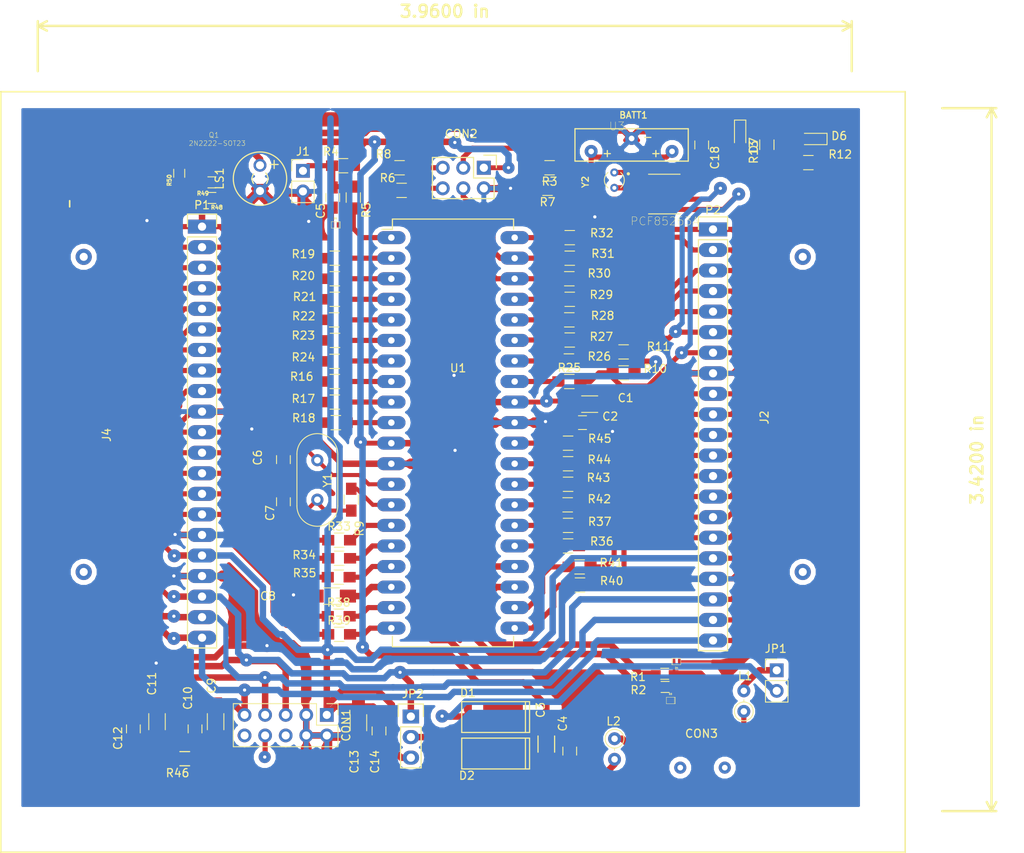
<source format=kicad_pcb>
(kicad_pcb (version 4) (host pcbnew 4.0.6-e0-6349~53~ubuntu14.04.1)
  (layers (0 F.Cu signal) (31 B.Cu signal) (34 B.Paste user) (35 F.Paste user) (36 B.SilkS user) (37 F.SilkS user) (38 B.Mask user) (39 F.Mask user) (44 Edge.Cuts user))
  (net 0 "")
  (net 1 VDD)
  (net 2 GNDD)
  (net 3 "Net-(C5-Pad1)")
  (net 4 /OSC1)
  (net 5 "Net-(C7-Pad1)")
  (net 6 /VUSB_CAP)
  (net 7 /VPWR)
  (net 8 GNDPWR)
  (net 9 /VCC_5V)
  (net 10 /VDD_3V)
  (net 11 "Net-(CON3-Pad1)")
  (net 12 "Net-(CON3-Pad5)")
  (net 13 //RST_VIKING)
  (net 14 //CS_VIKING)
  (net 15 /MISO)
  (net 16 /MOSI)
  (net 17 //RST_LAN)
  (net 18 //CS_LAN)
  (net 19 //RST_GPIB)
  (net 20 //RST_KEY)
  (net 21 "Net-(D1-Pad2)")
  (net 22 /USB_D-)
  (net 23 /MCLR_INT)
  (net 24 /USB_VBUS)
  (net 25 /USB_D+)
  (net 26 /LVP)
  (net 27 /OSC2)
  (net 28 "Net-(U3-Pad1)")
  (net 29 "Net-(U3-Pad2)")
  (net 30 "Net-(CON2-Pad3)")
  (net 31 "Net-(CON2-Pad4)")
  (net 32 "Net-(CON2-Pad5)")
  (net 33 "Net-(CON2-Pad6)")
  (net 34 /PA0)
  (net 35 /PA1)
  (net 36 /PA2)
  (net 37 /PA3)
  (net 38 /PA4)
  (net 39 /PA5)
  (net 40 /PE0)
  (net 41 /PE1)
  (net 42 /PE2)
  (net 43 /PC0)
  (net 44 /PC1)
  (net 45 /PC2)
  (net 46 /PD0)
  (net 47 /PD1)
  (net 48 /PB7)
  (net 49 /PB6)
  (net 50 /PB4)
  (net 51 /PB3)
  (net 52 /PB2)
  (net 53 /PB1)
  (net 54 /PB0)
  (net 55 "Net-(D6-Pad2)")
  (net 56 "Net-(D7-Pad2)")
  (net 57 "Net-(LS1-Pad2)")
  (net 58 "Net-(Q1-Pad1)")
  (net 59 "Net-(D2-Pad2)")
  (net 60 /PGD)
  (net 61 /PGC)
  (net 62 /RE0)
  (net 63 /RE1)
  (net 64 /RE2)
  (net 65 /RA0)
  (net 66 /RA1)
  (net 67 /RA2)
  (net 68 /RC0)
  (net 69 /RA3)
  (net 70 /RC1)
  (net 71 /RA4)
  (net 72 /RC2)
  (net 73 /RA5)
  (net 74 /RC6)
  (net 75 /RB0)
  (net 76 /RC7)
  (net 77 /RB1)
  (net 78 /RB2)
  (net 79 /RD0)
  (net 80 /RB3)
  (net 81 /RD1)
  (net 82 /RB4)
  (net 83 /RD2)
  (net 84 /RD3)
  (net 85 /RD4)
  (net 86 /RD5)
  (net 87 /RD6)
  (net 88 /RD7)
  (net 89 /D-)
  (net 90 /D+)
  (net 91 "Net-(CON1-Pad6)")
  (net 92 "Net-(CON1-Pad8)")
  (net 93 "Net-(CON1-Pad10)")
  (net 94 /PB5)
  (net 95 "Net-(U3-Pad7)")
  (net 96 "Net-(Q1-Pad3)")
  (net 97 "Net-(BATT1-Pad1)")
  (module LEDs:LED_0805 (layer F.Cu) (at 225.9838 56.1086 270)
    (fp_text reference D7 (at 1.2954 -1.6764 270) (layer F.SilkS))
    (fp_text value LED)
    (pad 2 smd rect (at 1.1 0 90) (size 1.2 1.2) (layers F.Cu F.Paste F.Mask) (net 56 "Net-(D7-Pad2)"))
    (pad 1 smd rect (at -1.1 0 90) (size 1.2 1.2) (layers F.Cu F.Paste F.Mask) (net 2 GNDD))
  )
  (module Inductors_THT:L_Axial_L5.3mm_D2.2mm_P2.54mm_Vertical_Vishay_IM-1 (layer F.Cu) (at 210.4644 130.7592 270)
    (fp_text reference L2 (at -2.159 0.127 360) (layer F.SilkS))
    (fp_text value FERRITE_BEAD)
    (pad 1 thru_hole circle (at 0 0 270) (size 1.6 1.6) (drill 0.8) (layers *.Cu *.Mask) (net 12 "Net-(CON3-Pad5)"))
    (pad 2 thru_hole oval (at 2.54 0 270) (size 1.6 1.6) (drill 0.8) (layers *.Cu *.Mask) (net 8 GNDPWR))
  )
  (module Capacitors_SMD:C_0805_HandSoldering (layer F.Cu) (at 151.003 129.54 270)
    (fp_text reference C12 (at 1.143 1.905 270) (layer F.SilkS))
    (fp_text value 0.1uF)
    (pad 1 smd rect (at -1.25 0 270) (size 1.5 1.25) (layers F.Cu F.Paste F.Mask) (net 9 /VCC_5V))
    (pad 2 smd rect (at 1.25 0 270) (size 1.5 1.25) (layers F.Cu F.Paste F.Mask) (net 2 GNDD))
  )
  (module CenditFootprints2:DEBUG_PIN_HEADER_21P (layer F.Cu) (at 159.4866 67.4751)
    (fp_text reference P1 (at 0 -2.667) (layer F.SilkS))
    (fp_text value DEBUG_HEADER_21P)
    (pad 1 thru_hole rect (at 0 0) (size 3.5 1.7272) (drill 1.016) (layers *.Cu *.Mask) (net 34 /PA0))
    (pad 2 thru_hole oval (at 0 2.54) (size 3.5 1.7272) (drill 1.016) (layers *.Cu *.Mask) (net 35 /PA1))
    (pad 3 thru_hole oval (at 0 5.08) (size 3.5 1.7272) (drill 1.016) (layers *.Cu *.Mask) (net 36 /PA2))
    (pad 4 thru_hole oval (at 0 7.62) (size 3.5 1.7272) (drill 1.016) (layers *.Cu *.Mask) (net 37 /PA3))
    (pad 5 thru_hole oval (at 0 10.16) (size 3.5 1.7272) (drill 1.016) (layers *.Cu *.Mask) (net 38 /PA4))
    (pad 6 thru_hole oval (at 0 12.7) (size 3.5 1.7272) (drill 1.016) (layers *.Cu *.Mask) (net 39 /PA5))
    (pad 7 thru_hole oval (at 0 15.24) (size 3.5 1.7272) (drill 1.016) (layers *.Cu *.Mask) (net 40 /PE0))
    (pad 8 thru_hole oval (at 0 17.78) (size 3.5 1.7272) (drill 1.016) (layers *.Cu *.Mask) (net 41 /PE1))
    (pad 9 thru_hole oval (at 0 20.32) (size 3.5 1.7272) (drill 1.016) (layers *.Cu *.Mask) (net 42 /PE2))
    (pad 10 thru_hole oval (at 0 22.86) (size 3.5 1.7272) (drill 1.016) (layers *.Cu *.Mask) (net 2 GNDD))
    (pad 11 thru_hole oval (at 0 25.4) (size 3.5 1.7272) (drill 1.016) (layers *.Cu *.Mask) (net 43 /PC0))
    (pad 12 thru_hole oval (at 0 27.94) (size 3.5 1.7272) (drill 1.016) (layers *.Cu *.Mask) (net 44 /PC1))
    (pad 13 thru_hole oval (at 0 30.48) (size 3.5 1.7272) (drill 1.016) (layers *.Cu *.Mask) (net 45 /PC2))
    (pad 14 thru_hole oval (at 0 33.02) (size 3.5 1.7272) (drill 1.016) (layers *.Cu *.Mask) (net 46 /PD0))
    (pad 15 thru_hole oval (at 0 35.56) (size 3.5 1.7272) (drill 1.016) (layers *.Cu *.Mask) (net 47 /PD1))
    (pad 16 thru_hole oval (at 0 38.1) (size 3.5 1.7272) (drill 1.016) (layers *.Cu *.Mask) (net 2 GNDD))
    (pad 17 thru_hole oval (at 0 40.64) (size 3.5 1.7272) (drill 1.016) (layers *.Cu *.Mask) (net 10 /VDD_3V))
    (pad 18 thru_hole oval (at 0 43.18) (size 3.5 1.7272) (drill 1.016) (layers *.Cu *.Mask) (net 2 GNDD))
    (pad 19 thru_hole oval (at 0 45.72) (size 3.5 1.7272) (drill 1.016) (layers *.Cu *.Mask) (net 9 /VCC_5V))
    (pad 20 thru_hole oval (at 0 48.26) (size 3.5 1.7272) (drill 1.016) (layers *.Cu *.Mask) (net 8 GNDPWR))
    (pad 21 thru_hole oval (at 0 50.8) (size 3.5 1.7272) (drill 1.016) (layers *.Cu *.Mask) (net 7 /VPWR))
  )
  (module Resistors_SMD:R_0603_HandSoldering (layer F.Cu) (at 216.662 122.7328)
    (fp_text reference R1 (at -3.302 0.381) (layer F.SilkS))
    (fp_text value 33)
    (pad 1 smd rect (at -1.1 0) (size 1.2 0.9) (layers F.Cu F.Paste F.Mask) (net 22 /USB_D-))
    (pad 2 smd rect (at 1.1 0) (size 1.2 0.9) (layers F.Cu F.Paste F.Mask) (net 89 /D-))
  )
  (module Capacitors_SMD:C_1206_HandSoldering (layer F.Cu) (at 207.391 89.408)
    (fp_text reference C1 (at 4.445 -0.762) (layer F.SilkS))
    (fp_text value 1uF)
    (pad 1 smd rect (at -2 0) (size 2 1.6) (layers F.Cu F.Paste F.Mask) (net 1 VDD))
    (pad 2 smd rect (at 2 0) (size 2 1.6) (layers F.Cu F.Paste F.Mask) (net 2 GNDD))
  )
  (module Capacitors_SMD:C_0805_HandSoldering (layer F.Cu) (at 206.502 91.694)
    (fp_text reference C2 (at 3.429 -0.762) (layer F.SilkS))
    (fp_text value 0.1uF)
    (pad 1 smd rect (at -1.25 0) (size 1.5 1.25) (layers F.Cu F.Paste F.Mask) (net 1 VDD))
    (pad 2 smd rect (at 1.25 0) (size 1.5 1.25) (layers F.Cu F.Paste F.Mask) (net 2 GNDD))
  )
  (module Capacitors_SMD:C_0805_HandSoldering (layer F.Cu) (at 204.9272 132.2832 270)
    (fp_text reference C4 (at -3.4036 0.8636 270) (layer F.SilkS))
    (fp_text value 0.1uF)
    (pad 1 smd rect (at -1.25 0 270) (size 1.5 1.25) (layers F.Cu F.Paste F.Mask) (net 1 VDD))
    (pad 2 smd rect (at 1.25 0 270) (size 1.5 1.25) (layers F.Cu F.Paste F.Mask) (net 2 GNDD))
  )
  (module Capacitors_SMD:C_0805_HandSoldering (layer F.Cu) (at 175.641 63.881 270)
    (fp_text reference C5 (at 1.651 1.4986 270) (layer F.SilkS))
    (fp_text value 0.1uF)
    (pad 1 smd rect (at -1.25 0 270) (size 1.5 1.25) (layers F.Cu F.Paste F.Mask) (net 3 "Net-(C5-Pad1)"))
    (pad 2 smd rect (at 1.25 0 270) (size 1.5 1.25) (layers F.Cu F.Paste F.Mask) (net 2 GNDD))
  )
  (module Capacitors_SMD:C_1206_HandSoldering (layer F.Cu) (at 175.514 113.1316)
    (fp_text reference C8 (at -7.874 0) (layer F.SilkS))
    (fp_text value 1uF)
    (pad 1 smd rect (at -2 0) (size 2 1.6) (layers F.Cu F.Paste F.Mask) (net 2 GNDD))
    (pad 2 smd rect (at 2 0) (size 2 1.6) (layers F.Cu F.Paste F.Mask) (net 6 /VUSB_CAP))
  )
  (module Capacitors_SMD:C_1206_HandSoldering (layer F.Cu) (at 161.163 128.651 270)
    (fp_text reference C9 (at -4.445 0.508 270) (layer F.SilkS))
    (fp_text value 1uF)
    (pad 1 smd rect (at -2 0 270) (size 2 1.6) (layers F.Cu F.Paste F.Mask) (net 7 /VPWR))
    (pad 2 smd rect (at 2 0 270) (size 2 1.6) (layers F.Cu F.Paste F.Mask) (net 8 GNDPWR))
  )
  (module Capacitors_SMD:C_0805_HandSoldering (layer F.Cu) (at 158.623 129.54 270)
    (fp_text reference C10 (at -3.81 0.889 270) (layer F.SilkS))
    (fp_text value 0.1uF)
    (pad 1 smd rect (at -1.25 0 270) (size 1.5 1.25) (layers F.Cu F.Paste F.Mask) (net 7 /VPWR))
    (pad 2 smd rect (at 1.25 0 270) (size 1.5 1.25) (layers F.Cu F.Paste F.Mask) (net 8 GNDPWR))
  )
  (module Capacitors_SMD:C_1206_HandSoldering (layer F.Cu) (at 153.924 128.651 270)
    (fp_text reference C11 (at -4.699 0.635 270) (layer F.SilkS))
    (fp_text value 1uF)
    (pad 1 smd rect (at -2 0 270) (size 2 1.6) (layers F.Cu F.Paste F.Mask) (net 9 /VCC_5V))
    (pad 2 smd rect (at 2 0 270) (size 2 1.6) (layers F.Cu F.Paste F.Mask) (net 2 GNDD))
  )
  (module Capacitors_SMD:C_1206_HandSoldering (layer F.Cu) (at 178.816 128.778 270)
    (fp_text reference C13 (at 4.826 0.508 270) (layer F.SilkS))
    (fp_text value 1uF)
    (pad 1 smd rect (at -2 0 270) (size 2 1.6) (layers F.Cu F.Paste F.Mask) (net 10 /VDD_3V))
    (pad 2 smd rect (at 2 0 270) (size 2 1.6) (layers F.Cu F.Paste F.Mask) (net 2 GNDD))
  )
  (module Capacitors_SMD:C_0805_HandSoldering (layer F.Cu) (at 181.356 129.794 270)
    (fp_text reference C14 (at 3.81 0.508 270) (layer F.SilkS))
    (fp_text value 0.1uF)
    (pad 1 smd rect (at -1.25 0 270) (size 1.5 1.25) (layers F.Cu F.Paste F.Mask) (net 10 /VDD_3V))
    (pad 2 smd rect (at 1.25 0 270) (size 1.5 1.25) (layers F.Cu F.Paste F.Mask) (net 2 GNDD))
  )
  (module Capacitors_SMD:C_0805_HandSoldering (layer F.Cu) (at 221.234 57.3786 90)
    (fp_text reference C18 (at -1.5748 1.6256 90) (layer F.SilkS))
    (fp_text value 0.1uF)
    (pad 1 smd rect (at -1.25 0 90) (size 1.5 1.25) (layers F.Cu F.Paste F.Mask) (net 10 /VDD_3V))
    (pad 2 smd rect (at 1.25 0 90) (size 1.5 1.25) (layers F.Cu F.Paste F.Mask) (net 2 GNDD))
  )
  (module Pin_Headers:Pin_Header_Straight_1x02_Pitch2.54mm (layer F.Cu) (at 171.958 60.579)
    (fp_text reference J1 (at 0 -2.39) (layer F.SilkS))
    (fp_text value RESET_CON)
    (pad 1 thru_hole rect (at 0 0) (size 1.7 1.7) (drill 1) (layers *.Cu *.Mask) (net 3 "Net-(C5-Pad1)"))
    (pad 2 thru_hole oval (at 0 2.54) (size 1.7 1.7) (drill 1) (layers *.Cu *.Mask) (net 2 GNDD))
  )
  (module Pin_Headers:Pin_Header_Straight_1x02_Pitch2.54mm (layer F.Cu) (at 230.505 122.301)
    (fp_text reference JP1 (at -0.127 -2.667) (layer F.SilkS))
    (fp_text value JMP_USB_VBUS)
    (pad 1 thru_hole rect (at 0 0) (size 1.7 1.7) (drill 1) (layers *.Cu *.Mask) (net 24 /USB_VBUS))
    (pad 2 thru_hole oval (at 0 2.54) (size 1.7 1.7) (drill 1) (layers *.Cu *.Mask) (net 21 "Net-(D1-Pad2)"))
  )
  (module Resistors_SMD:R_0603_HandSoldering (layer F.Cu) (at 216.7128 124.3584)
    (fp_text reference R2 (at -3.302 0.381) (layer F.SilkS))
    (fp_text value 33)
    (pad 1 smd rect (at -1.1 0) (size 1.2 0.9) (layers F.Cu F.Paste F.Mask) (net 25 /USB_D+))
    (pad 2 smd rect (at 1.1 0) (size 1.2 0.9) (layers F.Cu F.Paste F.Mask) (net 90 /D+))
  )
  (module Resistors_SMD:R_0805_HandSoldering (layer F.Cu) (at 202.438 60.198 180)
    (fp_text reference R3 (at 0 -1.7 180) (layer F.SilkS))
    (fp_text value 100R)
    (pad 1 smd rect (at -1.35 0 180) (size 1.5 1.3) (layers F.Cu F.Paste F.Mask) (net 60 /PGD))
    (pad 2 smd rect (at 1.35 0 180) (size 1.5 1.3) (layers F.Cu F.Paste F.Mask) (net 30 "Net-(CON2-Pad3)"))
  )
  (module Resistors_SMD:R_0805_HandSoldering (layer F.Cu) (at 176.911 59.944 180)
    (fp_text reference R4 (at 1.4986 1.7272 180) (layer F.SilkS))
    (fp_text value 4,7K)
    (pad 1 smd rect (at -1.35 0 180) (size 1.5 1.3) (layers F.Cu F.Paste F.Mask) (net 1 VDD))
    (pad 2 smd rect (at 1.35 0 180) (size 1.5 1.3) (layers F.Cu F.Paste F.Mask) (net 3 "Net-(C5-Pad1)"))
  )
  (module Resistors_SMD:R_0805_HandSoldering (layer F.Cu) (at 178.181 63.881 90)
    (fp_text reference R5 (at -1.5494 1.6002 90) (layer F.SilkS))
    (fp_text value 100R)
    (pad 1 smd rect (at -1.35 0 90) (size 1.5 1.3) (layers F.Cu F.Paste F.Mask) (net 23 /MCLR_INT))
    (pad 2 smd rect (at 1.35 0 90) (size 1.5 1.3) (layers F.Cu F.Paste F.Mask) (net 3 "Net-(C5-Pad1)"))
  )
  (module Resistors_SMD:R_0805_HandSoldering (layer F.Cu) (at 184.15 62.992)
    (fp_text reference R6 (at -1.7272 -1.524) (layer F.SilkS))
    (fp_text value 100R)
    (pad 1 smd rect (at -1.35 0) (size 1.5 1.3) (layers F.Cu F.Paste F.Mask) (net 26 /LVP))
    (pad 2 smd rect (at 1.35 0) (size 1.5 1.3) (layers F.Cu F.Paste F.Mask) (net 33 "Net-(CON2-Pad6)"))
  )
  (module Resistors_SMD:R_0805_HandSoldering (layer F.Cu) (at 202.184 62.738 180)
    (fp_text reference R7 (at 0 -1.7 180) (layer F.SilkS))
    (fp_text value 100R)
    (pad 1 smd rect (at -1.35 0 180) (size 1.5 1.3) (layers F.Cu F.Paste F.Mask) (net 61 /PGC))
    (pad 2 smd rect (at 1.35 0 180) (size 1.5 1.3) (layers F.Cu F.Paste F.Mask) (net 31 "Net-(CON2-Pad4)"))
  )
  (module Resistors_SMD:R_0805_HandSoldering (layer F.Cu) (at 183.896 60.198)
    (fp_text reference R8 (at -1.9812 -1.6764) (layer F.SilkS))
    (fp_text value 100)
    (pad 1 smd rect (at -1.35 0) (size 1.5 1.3) (layers F.Cu F.Paste F.Mask) (net 23 /MCLR_INT))
    (pad 2 smd rect (at 1.35 0) (size 1.5 1.3) (layers F.Cu F.Paste F.Mask) (net 32 "Net-(CON2-Pad5)"))
  )
  (module Resistors_SMD:R_0805_HandSoldering (layer F.Cu) (at 177.927 101.219 270)
    (fp_text reference R9 (at 3.556 -1.016 270) (layer F.SilkS))
    (fp_text value RS)
    (pad 1 smd rect (at -1.35 0 270) (size 1.5 1.3) (layers F.Cu F.Paste F.Mask) (net 27 /OSC2))
    (pad 2 smd rect (at 1.35 0 270) (size 1.5 1.3) (layers F.Cu F.Paste F.Mask) (net 5 "Net-(C7-Pad1)"))
  )
  (module Crystals:Crystal_HC49-4H_Vertical (layer F.Cu) (at 173.736 101.219 90)
    (fp_text reference Y1 (at 2.413 1.27 90) (layer F.SilkS))
    (fp_text value Crystal)
    (pad 1 thru_hole circle (at 0 0 90) (size 1.5 1.5) (drill 0.8) (layers *.Cu *.Mask) (net 5 "Net-(C7-Pad1)"))
    (pad 2 thru_hole circle (at 4.88 0 90) (size 1.5 1.5) (drill 0.8) (layers *.Cu *.Mask) (net 4 /OSC1))
  )
  (module Crystals:Crystal_C26-LF_d2.1mm_l6.5mm_Vertical (layer F.Cu) (at 210.439 60.7822 270)
    (fp_text reference Y2 (at 1.1684 3.5814 270) (layer F.SilkS) (effects (font (size 0.8 0.8))))
    (fp_text value 32.768KHZ)
    (pad 1 thru_hole circle (at 0 0 270) (size 1 1) (drill 0.5) (layers *.Cu *.Mask) (net 28 "Net-(U3-Pad1)"))
    (pad 2 thru_hole circle (at 1.9 0 270) (size 1 1) (drill 0.5) (layers *.Cu *.Mask) (net 29 "Net-(U3-Pad2)"))
  )
  (module Inductors_THT:L_Axial_L5.3mm_D2.2mm_P2.54mm_Vertical_Vishay_IM-1 (layer F.Cu) (at 226.441 127.381 90)
    (fp_text reference L1 (at 4.3688 0.1524 180) (layer F.SilkS))
    (fp_text value FERRITE_BEAD)
    (pad 1 thru_hole circle (at 0 0 90) (size 1.6 1.6) (drill 0.8) (layers *.Cu *.Mask) (net 11 "Net-(CON3-Pad1)"))
    (pad 2 thru_hole oval (at 2.54 0 90) (size 1.6 1.6) (drill 0.8) (layers *.Cu *.Mask) (net 24 /USB_VBUS))
  )
  (module Capacitors_SMD:C_0805_HandSoldering (layer F.Cu) (at 169.545 96.266 270)
    (fp_text reference C6 (at -0.254 3.175 270) (layer F.SilkS))
    (fp_text value 22p)
    (pad 1 smd rect (at -1.25 0 270) (size 1.5 1.25) (layers F.Cu F.Paste F.Mask) (net 4 /OSC1))
    (pad 2 smd rect (at 1.25 0 270) (size 1.5 1.25) (layers F.Cu F.Paste F.Mask) (net 2 GNDD))
  )
  (module Capacitors_SMD:C_0805_HandSoldering (layer F.Cu) (at 169.545 101.473 90)
    (fp_text reference C7 (at -1.397 -1.651 90) (layer F.SilkS))
    (fp_text value 22p)
    (pad 1 smd rect (at -1.25 0 90) (size 1.5 1.25) (layers F.Cu F.Paste F.Mask) (net 5 "Net-(C7-Pad1)"))
    (pad 2 smd rect (at 1.25 0 90) (size 1.5 1.25) (layers F.Cu F.Paste F.Mask) (net 2 GNDD))
  )
  (module LEDs:LED_0805 (layer F.Cu) (at 234.9246 56.642 180)
    (fp_text reference D6 (at -3.302 0.381 180) (layer F.SilkS))
    (fp_text value LED)
    (pad 2 smd rect (at 1.1 0) (size 1.2 1.2) (layers F.Cu F.Paste F.Mask) (net 55 "Net-(D6-Pad2)"))
    (pad 1 smd rect (at -1.1 0) (size 1.2 1.2) (layers F.Cu F.Paste F.Mask) (net 2 GNDD))
  )
  (module Resistors_SMD:R_0805_HandSoldering (layer F.Cu) (at 234.4166 59.563)
    (fp_text reference R12 (at 3.937 -1.016) (layer F.SilkS))
    (fp_text value 300)
    (pad 1 smd rect (at -1.35 0) (size 1.5 1.3) (layers F.Cu F.Paste F.Mask) (net 1 VDD))
    (pad 2 smd rect (at 1.35 0) (size 1.5 1.3) (layers F.Cu F.Paste F.Mask) (net 55 "Net-(D6-Pad2)"))
  )
  (module Resistors_SMD:R_0805_HandSoldering (layer F.Cu) (at 229.2858 57.3532 90)
    (fp_text reference R13 (at -0.9144 -1.6256 90) (layer F.SilkS))
    (fp_text value 300)
    (pad 1 smd rect (at -1.35 0 90) (size 1.5 1.3) (layers F.Cu F.Paste F.Mask) (net 50 /PB4))
    (pad 2 smd rect (at 1.35 0 90) (size 1.5 1.3) (layers F.Cu F.Paste F.Mask) (net 56 "Net-(D7-Pad2)"))
  )
  (module Buzzers_Beepers:MagneticBuzzer_Kingstate_KCG0601 (layer F.Cu) (at 166.6494 63.0682 90)
    (fp_text reference LS1 (at 1.524 -5.00126 90) (layer F.SilkS))
    (fp_text value Speaker_Crystal)
    (pad 1 thru_hole circle (at 0 0 90) (size 1.6002 1.6002) (drill 1.00076) (layers *.Cu *.Mask) (net 2 GNDD))
    (pad 2 thru_hole circle (at 3.175 0 90) (size 1.6002 1.6002) (drill 1.00076) (layers *.Cu *.Mask) (net 57 "Net-(LS1-Pad2)"))
  )
  (module Pin_Headers:Pin_Header_Straight_2x03 (layer F.Cu) (at 194.31 60.198 270)
    (fp_text reference CON2 (at -4.191 2.794 360) (layer F.SilkS))
    (fp_text value ICSP_CON)
    (pad 1 thru_hole rect (at 0 0 270) (size 1.7272 1.7272) (drill 1.016) (layers *.Cu *.Mask) (net 1 VDD))
    (pad 2 thru_hole oval (at 2.54 0 270) (size 1.7272 1.7272) (drill 1.016) (layers *.Cu *.Mask) (net 2 GNDD))
    (pad 3 thru_hole oval (at 0 2.54 270) (size 1.7272 1.7272) (drill 1.016) (layers *.Cu *.Mask) (net 30 "Net-(CON2-Pad3)"))
    (pad 4 thru_hole oval (at 2.54 2.54 270) (size 1.7272 1.7272) (drill 1.016) (layers *.Cu *.Mask) (net 31 "Net-(CON2-Pad4)"))
    (pad 5 thru_hole oval (at 0 5.08 270) (size 1.7272 1.7272) (drill 1.016) (layers *.Cu *.Mask) (net 32 "Net-(CON2-Pad5)"))
    (pad 6 thru_hole oval (at 2.54 5.08 270) (size 1.7272 1.7272) (drill 1.016) (layers *.Cu *.Mask) (net 33 "Net-(CON2-Pad6)"))
  )
  (module Resistors_SMD:R_0805_HandSoldering (layer F.Cu) (at 157.353 133.223)
    (fp_text reference R46 (at -0.889 1.778) (layer F.SilkS))
    (fp_text value 0)
    (pad 1 smd rect (at -1.35 0) (size 1.5 1.3) (layers F.Cu F.Paste F.Mask) (net 2 GNDD))
    (pad 2 smd rect (at 1.35 0) (size 1.5 1.3) (layers F.Cu F.Paste F.Mask) (net 8 GNDPWR))
  )
  (module CenditFootprints2:PIC18F4550-PDIP (layer F.Cu) (at 182.88 68.834)
    (fp_text reference U1 (at 8.255 16.129) (layer F.SilkS))
    (fp_text value PIC18F4550-I/P)
    (pad 1 thru_hole oval (at 0 0) (size 3.5 1.6) (drill 0.8) (layers *.Cu *.Mask) (net 23 /MCLR_INT))
    (pad 2 thru_hole oval (at 0 2.54) (size 3.5 1.6) (drill 0.8) (layers *.Cu *.Mask) (net 65 /RA0))
    (pad 3 thru_hole oval (at 0 5.08) (size 3.5 1.6) (drill 0.8) (layers *.Cu *.Mask) (net 66 /RA1))
    (pad 4 thru_hole oval (at 0 7.62) (size 3.5 1.6) (drill 0.8) (layers *.Cu *.Mask) (net 67 /RA2))
    (pad 5 thru_hole oval (at 0 10.16) (size 3.5 1.6) (drill 0.8) (layers *.Cu *.Mask) (net 69 /RA3))
    (pad 6 thru_hole oval (at 0 12.7) (size 3.5 1.6) (drill 0.8) (layers *.Cu *.Mask) (net 71 /RA4))
    (pad 7 thru_hole oval (at 0 15.24) (size 3.5 1.6) (drill 0.8) (layers *.Cu *.Mask) (net 73 /RA5))
    (pad 8 thru_hole oval (at 0 17.78) (size 3.5 1.6) (drill 0.8) (layers *.Cu *.Mask) (net 62 /RE0))
    (pad 9 thru_hole oval (at 0 20.32) (size 3.5 1.6) (drill 0.8) (layers *.Cu *.Mask) (net 63 /RE1))
    (pad 10 thru_hole oval (at 0 22.86) (size 3.5 1.6) (drill 0.8) (layers *.Cu *.Mask) (net 64 /RE2))
    (pad 11 thru_hole oval (at 0 25.4) (size 3.5 1.6) (drill 0.8) (layers *.Cu *.Mask) (net 1 VDD))
    (pad 12 thru_hole oval (at 0 27.94) (size 3.5 1.6) (drill 0.8) (layers *.Cu *.Mask) (net 2 GNDD))
    (pad 13 thru_hole oval (at 0 30.48) (size 3.5 1.6) (drill 0.8) (layers *.Cu *.Mask) (net 4 /OSC1))
    (pad 14 thru_hole oval (at 0 33.02) (size 3.5 1.6) (drill 0.8) (layers *.Cu *.Mask) (net 27 /OSC2))
    (pad 15 thru_hole oval (at 0 35.56) (size 3.5 1.6) (drill 0.8) (layers *.Cu *.Mask) (net 68 /RC0))
    (pad 16 thru_hole oval (at 0 38.1) (size 3.5 1.6) (drill 0.8) (layers *.Cu *.Mask) (net 70 /RC1))
    (pad 17 thru_hole oval (at 0 40.64) (size 3.5 1.6) (drill 0.8) (layers *.Cu *.Mask) (net 72 /RC2))
    (pad 18 thru_hole oval (at 0 43.18) (size 3.5 1.6) (drill 0.8) (layers *.Cu *.Mask) (net 6 /VUSB_CAP))
    (pad 19 thru_hole oval (at 0 45.72) (size 3.5 1.6) (drill 0.8) (layers *.Cu *.Mask) (net 79 /RD0))
    (pad 20 thru_hole oval (at 0 48.26) (size 3.5 1.6) (drill 0.8) (layers *.Cu *.Mask) (net 81 /RD1))
    (pad 21 thru_hole oval (at 15.24 48.26) (size 3.5 1.6) (drill 0.8) (layers *.Cu *.Mask) (net 83 /RD2))
    (pad 22 thru_hole oval (at 15.24 45.72) (size 3.5 1.6) (drill 0.8) (layers *.Cu *.Mask) (net 84 /RD3))
    (pad 23 thru_hole oval (at 15.24 43.18) (size 3.5 1.6) (drill 0.8) (layers *.Cu *.Mask) (net 22 /USB_D-))
    (pad 24 thru_hole oval (at 15.24 40.64) (size 3.5 1.6) (drill 0.8) (layers *.Cu *.Mask) (net 25 /USB_D+))
    (pad 25 thru_hole oval (at 15.24 38.1) (size 3.5 1.6) (drill 0.8) (layers *.Cu *.Mask) (net 74 /RC6))
    (pad 26 thru_hole oval (at 15.24 35.56) (size 3.5 1.6) (drill 0.8) (layers *.Cu *.Mask) (net 76 /RC7))
    (pad 27 thru_hole oval (at 15.24 33.02) (size 3.5 1.6) (drill 0.8) (layers *.Cu *.Mask) (net 85 /RD4))
    (pad 28 thru_hole oval (at 15.24 30.48) (size 3.5 1.6) (drill 0.8) (layers *.Cu *.Mask) (net 86 /RD5))
    (pad 29 thru_hole oval (at 15.24 27.94) (size 3.5 1.6) (drill 0.8) (layers *.Cu *.Mask) (net 87 /RD6))
    (pad 30 thru_hole oval (at 15.24 25.4) (size 3.5 1.6) (drill 0.8) (layers *.Cu *.Mask) (net 88 /RD7))
    (pad 31 thru_hole oval (at 15.24 22.86) (size 3.5 1.6) (drill 0.8) (layers *.Cu *.Mask) (net 2 GNDD))
    (pad 32 thru_hole oval (at 15.24 20.32) (size 3.5 1.6) (drill 0.8) (layers *.Cu *.Mask) (net 1 VDD))
    (pad 33 thru_hole oval (at 15.24 17.78) (size 3.5 1.6) (drill 0.8) (layers *.Cu *.Mask) (net 75 /RB0))
    (pad 34 thru_hole oval (at 15.24 15.24) (size 3.5 1.6) (drill 0.8) (layers *.Cu *.Mask) (net 77 /RB1))
    (pad 35 thru_hole oval (at 15.24 12.7) (size 3.5 1.6) (drill 0.8) (layers *.Cu *.Mask) (net 78 /RB2))
    (pad 36 thru_hole oval (at 15.24 10.16) (size 3.5 1.6) (drill 0.8) (layers *.Cu *.Mask) (net 80 /RB3))
    (pad 37 thru_hole oval (at 15.24 7.62) (size 3.5 1.6) (drill 0.8) (layers *.Cu *.Mask) (net 82 /RB4))
    (pad 38 thru_hole oval (at 15.24 5.08) (size 3.5 1.6) (drill 0.8) (layers *.Cu *.Mask) (net 26 /LVP))
    (pad 39 thru_hole oval (at 15.24 2.54) (size 3.5 1.6) (drill 0.8) (layers *.Cu *.Mask) (net 61 /PGC))
    (pad 40 thru_hole oval (at 15.24 0) (size 3.5 1.6) (drill 0.8) (layers *.Cu *.Mask) (net 60 /PGD))
  )
  (module CenditFootprints2:SP1003-01ETG (layer F.Cu) (at 217.3732 126.0348 180)
    (fp_text reference D3 (at 0 0.8 180) (layer F.SilkS) (effects (font (size 0.2 0.2) (thickness 0.05))))
    (fp_text value SP1003-01ETG)
    (pad 1 smd rect (at -0.325 0 180) (size 0.325 0.65) (layers F.Cu F.Paste F.Mask) (net 90 /D+))
    (pad 2 smd rect (at 0.325 0 180) (size 0.325 0.65) (layers F.Cu F.Paste F.Mask) (net 2 GNDD))
  )
  (module CenditFootprints2:SP1003-01ETG (layer F.Cu) (at 218.1352 121.2088)
    (fp_text reference D4 (at 0 0.8) (layer F.SilkS) (effects (font (size 0.2 0.2) (thickness 0.05))))
    (fp_text value SP1003-01ETG)
    (pad 1 smd rect (at -0.325 0) (size 0.325 0.65) (layers F.Cu F.Paste F.Mask) (net 89 /D-))
    (pad 2 smd rect (at 0.325 0) (size 0.325 0.65) (layers F.Cu F.Paste F.Mask) (net 2 GNDD))
  )
  (module CenditFootprints2:SP1003-01ETG (layer F.Cu) (at 175.9712 67.2592 180)
    (fp_text reference D5 (at 0 0.8 180) (layer F.SilkS) (effects (font (size 0.2 0.2) (thickness 0.05))))
    (fp_text value SP1003-01ETG)
    (pad 1 smd rect (at -0.325 0 180) (size 0.325 0.65) (layers F.Cu F.Paste F.Mask) (net 23 /MCLR_INT))
    (pad 2 smd rect (at 0.325 0 180) (size 0.325 0.65) (layers F.Cu F.Paste F.Mask) (net 2 GNDD))
  )
  (module CenditFootprints2:SATA_PLUG_22P_SMT (layer F.Cu) (at 233.172 105.918 90)
    (fp_text reference J2 (at 14.859 -4.191 90) (layer F.SilkS))
    (fp_text value "SATA_PLUG _22P_SMT")
    (pad 1 smd rect (at 0 0 90) (size 0.6 1.7) (layers F.Cu F.Paste F.Mask) (net 7 /VPWR))
    (pad 2 smd rect (at 1.27 0 90) (size 0.6 1.7) (layers F.Cu F.Paste F.Mask) (net 8 GNDPWR))
    (pad 3 smd rect (at 2.54 0 90) (size 0.6 1.7) (layers F.Cu F.Paste F.Mask) (net 9 /VCC_5V))
    (pad 4 smd rect (at 3.81 0 90) (size 0.6 1.7) (layers F.Cu F.Paste F.Mask) (net 2 GNDD))
    (pad 5 smd rect (at 5.08 0 90) (size 0.6 1.7) (layers F.Cu F.Paste F.Mask) (net 10 /VDD_3V))
    (pad 6 smd rect (at 6.35 0 90) (size 0.6 1.7) (layers F.Cu F.Paste F.Mask) (net 20 //RST_KEY))
    (pad 7 smd rect (at 7.62 0 90) (size 0.6 1.7) (layers F.Cu F.Paste F.Mask) (net 19 //RST_GPIB))
    (pad 8 smd rect (at 13.97 0 90) (size 0.6 1.7) (layers F.Cu F.Paste F.Mask) (net 15 /MISO))
    (pad 9 smd rect (at 15.24 0 90) (size 0.6 1.7) (layers F.Cu F.Paste F.Mask) (net 16 /MOSI))
    (pad 10 smd rect (at 16.51 0 90) (size 0.6 1.7) (layers F.Cu F.Paste F.Mask) (net 17 //RST_LAN))
    (pad 11 smd rect (at 17.78 0 90) (size 0.6 1.7) (layers F.Cu F.Paste F.Mask) (net 13 //RST_VIKING))
    (pad 12 smd rect (at 19.05 0 90) (size 0.6 1.7) (layers F.Cu F.Paste F.Mask) (net 18 //CS_LAN))
    (pad 13 smd rect (at 20.32 0 90) (size 0.6 1.7) (layers F.Cu F.Paste F.Mask) (net 14 //CS_VIKING))
    (pad 14 smd rect (at 21.59 0 90) (size 0.6 1.7) (layers F.Cu F.Paste F.Mask) (net 2 GNDD))
    (pad 15 smd rect (at 22.86 0 90) (size 0.6 1.7) (layers F.Cu F.Paste F.Mask) (net 54 /PB0))
    (pad 16 smd rect (at 24.13 0 90) (size 0.6 1.7) (layers F.Cu F.Paste F.Mask) (net 53 /PB1))
    (pad 17 smd rect (at 25.4 0 90) (size 0.6 1.7) (layers F.Cu F.Paste F.Mask) (net 52 /PB2))
    (pad 18 smd rect (at 26.67 0 90) (size 0.6 1.7) (layers F.Cu F.Paste F.Mask) (net 51 /PB3))
    (pad 19 smd rect (at 27.94 0 90) (size 0.6 1.7) (layers F.Cu F.Paste F.Mask) (net 50 /PB4))
    (pad 20 smd rect (at 29.21 0 90) (size 0.6 1.7) (layers F.Cu F.Paste F.Mask) (net 49 /PB6))
    (pad 21 smd rect (at 30.48 0 90) (size 0.6 1.7) (layers F.Cu F.Paste F.Mask) (net 48 /PB7))
    (pad "" np_thru_hole circle (at 34.71 0.55 90) (size 2 2) (drill 1) (layers *.Cu *.Mask))
    (pad "" np_thru_hole circle (at -4.23 0.55 90) (size 2 2) (drill 1) (layers *.Cu *.Mask))
    (pad 24 smd rect (at 39.54 5.2 90) (size 2 2) (layers F.Cu F.Paste F.Mask))
    (pad 23 smd rect (at -9.06 5.2 90) (size 2 2) (layers F.Cu F.Paste F.Mask))
  )
  (module CenditFootprints2:SATA_PLUG_22P_SMT (layer F.Cu) (at 145.415 75.438 270)
    (fp_text reference J4 (at 17.78 -2.286 270) (layer F.SilkS))
    (fp_text value "SATA_PLUG _22P_SMT")
    (pad 1 smd rect (at 0 0 270) (size 0.6 1.7) (layers F.Cu F.Paste F.Mask) (net 34 /PA0))
    (pad 2 smd rect (at 1.27 0 270) (size 0.6 1.7) (layers F.Cu F.Paste F.Mask) (net 35 /PA1))
    (pad 3 smd rect (at 2.54 0 270) (size 0.6 1.7) (layers F.Cu F.Paste F.Mask) (net 36 /PA2))
    (pad 4 smd rect (at 3.81 0 270) (size 0.6 1.7) (layers F.Cu F.Paste F.Mask) (net 37 /PA3))
    (pad 5 smd rect (at 5.08 0 270) (size 0.6 1.7) (layers F.Cu F.Paste F.Mask) (net 38 /PA4))
    (pad 6 smd rect (at 6.35 0 270) (size 0.6 1.7) (layers F.Cu F.Paste F.Mask) (net 39 /PA5))
    (pad 7 smd rect (at 7.62 0 270) (size 0.6 1.7) (layers F.Cu F.Paste F.Mask) (net 40 /PE0))
    (pad 8 smd rect (at 13.97 0 270) (size 0.6 1.7) (layers F.Cu F.Paste F.Mask) (net 41 /PE1))
    (pad 9 smd rect (at 15.24 0 270) (size 0.6 1.7) (layers F.Cu F.Paste F.Mask) (net 42 /PE2))
    (pad 10 smd rect (at 16.51 0 270) (size 0.6 1.7) (layers F.Cu F.Paste F.Mask) (net 2 GNDD))
    (pad 11 smd rect (at 17.78 0 270) (size 0.6 1.7) (layers F.Cu F.Paste F.Mask) (net 43 /PC0))
    (pad 12 smd rect (at 19.05 0 270) (size 0.6 1.7) (layers F.Cu F.Paste F.Mask) (net 44 /PC1))
    (pad 13 smd rect (at 20.32 0 270) (size 0.6 1.7) (layers F.Cu F.Paste F.Mask) (net 45 /PC2))
    (pad 14 smd rect (at 21.59 0 270) (size 0.6 1.7) (layers F.Cu F.Paste F.Mask) (net 46 /PD0))
    (pad 15 smd rect (at 22.86 0 270) (size 0.6 1.7) (layers F.Cu F.Paste F.Mask) (net 47 /PD1))
    (pad 16 smd rect (at 24.13 0 270) (size 0.6 1.7) (layers F.Cu F.Paste F.Mask) (net 2 GNDD))
    (pad 17 smd rect (at 25.4 0 270) (size 0.6 1.7) (layers F.Cu F.Paste F.Mask) (net 10 /VDD_3V))
    (pad 18 smd rect (at 26.67 0 270) (size 0.6 1.7) (layers F.Cu F.Paste F.Mask) (net 2 GNDD))
    (pad 19 smd rect (at 27.94 0 270) (size 0.6 1.7) (layers F.Cu F.Paste F.Mask) (net 9 /VCC_5V))
    (pad 20 smd rect (at 29.21 0 270) (size 0.6 1.7) (layers F.Cu F.Paste F.Mask) (net 8 GNDPWR))
    (pad 21 smd rect (at 30.48 0 270) (size 0.6 1.7) (layers F.Cu F.Paste F.Mask) (net 7 /VPWR))
    (pad "" np_thru_hole circle (at 34.71 0.55 270) (size 2 2) (drill 1) (layers *.Cu *.Mask))
    (pad "" np_thru_hole circle (at -4.23 0.55 270) (size 2 2) (drill 1) (layers *.Cu *.Mask))
    (pad 24 smd rect (at 39.54 5.2 270) (size 2 2) (layers F.Cu F.Paste F.Mask))
    (pad 23 smd rect (at -9.06 5.2 270) (size 2 2) (layers F.Cu F.Paste F.Mask))
  )
  (module CenditFootprints2:DEBUG_PIN_HEADER_21P (layer F.Cu) (at 222.631 67.818)
    (fp_text reference P2 (at 0 -2.3876) (layer F.SilkS))
    (fp_text value DEBUG_HEADER_21P)
    (pad 1 thru_hole rect (at 0 0) (size 3.5 1.7272) (drill 1.016) (layers *.Cu *.Mask) (net 48 /PB7))
    (pad 2 thru_hole oval (at 0 2.54) (size 3.5 1.7272) (drill 1.016) (layers *.Cu *.Mask) (net 49 /PB6))
    (pad 3 thru_hole oval (at 0 5.08) (size 3.5 1.7272) (drill 1.016) (layers *.Cu *.Mask) (net 50 /PB4))
    (pad 4 thru_hole oval (at 0 7.62) (size 3.5 1.7272) (drill 1.016) (layers *.Cu *.Mask) (net 51 /PB3))
    (pad 5 thru_hole oval (at 0 10.16) (size 3.5 1.7272) (drill 1.016) (layers *.Cu *.Mask) (net 52 /PB2))
    (pad 6 thru_hole oval (at 0 12.7) (size 3.5 1.7272) (drill 1.016) (layers *.Cu *.Mask) (net 53 /PB1))
    (pad 7 thru_hole oval (at 0 15.24) (size 3.5 1.7272) (drill 1.016) (layers *.Cu *.Mask) (net 54 /PB0))
    (pad 8 thru_hole oval (at 0 17.78) (size 3.5 1.7272) (drill 1.016) (layers *.Cu *.Mask) (net 2 GNDD))
    (pad 9 thru_hole oval (at 0 20.32) (size 3.5 1.7272) (drill 1.016) (layers *.Cu *.Mask) (net 14 //CS_VIKING))
    (pad 10 thru_hole oval (at 0 22.86) (size 3.5 1.7272) (drill 1.016) (layers *.Cu *.Mask) (net 18 //CS_LAN))
    (pad 11 thru_hole oval (at 0 25.4) (size 3.5 1.7272) (drill 1.016) (layers *.Cu *.Mask) (net 13 //RST_VIKING))
    (pad 12 thru_hole oval (at 0 27.94) (size 3.5 1.7272) (drill 1.016) (layers *.Cu *.Mask) (net 17 //RST_LAN))
    (pad 13 thru_hole oval (at 0 30.48) (size 3.5 1.7272) (drill 1.016) (layers *.Cu *.Mask) (net 16 /MOSI))
    (pad 14 thru_hole oval (at 0 33.02) (size 3.5 1.7272) (drill 1.016) (layers *.Cu *.Mask) (net 15 /MISO))
    (pad 15 thru_hole oval (at 0 35.56) (size 3.5 1.7272) (drill 1.016) (layers *.Cu *.Mask) (net 19 //RST_GPIB))
    (pad 16 thru_hole oval (at 0 38.1) (size 3.5 1.7272) (drill 1.016) (layers *.Cu *.Mask) (net 20 //RST_KEY))
    (pad 17 thru_hole oval (at 0 40.64) (size 3.5 1.7272) (drill 1.016) (layers *.Cu *.Mask) (net 10 /VDD_3V))
    (pad 18 thru_hole oval (at 0 43.18) (size 3.5 1.7272) (drill 1.016) (layers *.Cu *.Mask) (net 2 GNDD))
    (pad 19 thru_hole oval (at 0 45.72) (size 3.5 1.7272) (drill 1.016) (layers *.Cu *.Mask) (net 9 /VCC_5V))
    (pad 20 thru_hole oval (at 0 48.26) (size 3.5 1.7272) (drill 1.016) (layers *.Cu *.Mask) (net 8 GNDPWR))
    (pad 21 thru_hole oval (at 0 50.8) (size 3.5 1.7272) (drill 1.016) (layers *.Cu *.Mask) (net 7 /VPWR))
  )
  (module CenditFootprints2:PCF85263A_SO8 (layer F.Cu) (at 216.6112 63.4492)
    (fp_text reference U3 (at -5.842 -8.382) (layer F.SilkS) (effects (font (size 1.00152 1.00152) (thickness 0.05))))
    (fp_text value PCF85263A (at 0.0508 3.3528) (layer F.SilkS) (effects (font (size 1.00204 1.00204) (thickness 0.05))))
    (pad 1 smd rect (at -2.475 -1.905) (size 1.97 0.6) (layers F.Cu F.Paste F.Mask) (net 28 "Net-(U3-Pad1)"))
    (pad 2 smd rect (at -2.475 -0.635) (size 1.97 0.6) (layers F.Cu F.Paste F.Mask) (net 29 "Net-(U3-Pad2)"))
    (pad 3 smd rect (at -2.475 0.635) (size 1.97 0.6) (layers F.Cu F.Paste F.Mask) (net 97 "Net-(BATT1-Pad1)"))
    (pad 4 smd rect (at -2.475 1.905) (size 1.97 0.6) (layers F.Cu F.Paste F.Mask) (net 2 GNDD))
    (pad 5 smd rect (at 2.475 1.905) (size 1.97 0.6) (layers F.Cu F.Paste F.Mask) (net 54 /PB0))
    (pad 6 smd rect (at 2.475 0.635) (size 1.97 0.6) (layers F.Cu F.Paste F.Mask) (net 53 /PB1))
    (pad 7 smd rect (at 2.475 -0.635) (size 1.97 0.6) (layers F.Cu F.Paste F.Mask) (net 95 "Net-(U3-Pad7)"))
    (pad 8 smd rect (at 2.475 -1.905) (size 1.97 0.6) (layers F.Cu F.Paste F.Mask) (net 10 /VDD_3V))
  )
  (module Pin_Headers:Pin_Header_Straight_1x03 (layer F.Cu) (at 185.293 128.016)
    (fp_text reference JP2 (at 0.254 -2.794) (layer F.SilkS))
    (fp_text value JMP_3V_5V)
    (pad 1 thru_hole rect (at 0 0) (size 2.032 1.7272) (drill 1.016) (layers *.Cu *.Mask) (net 9 /VCC_5V))
    (pad 2 thru_hole oval (at 0 2.54) (size 2.032 1.7272) (drill 1.016) (layers *.Cu *.Mask) (net 59 "Net-(D2-Pad2)"))
    (pad 3 thru_hole oval (at 0 5.08) (size 2.032 1.7272) (drill 1.016) (layers *.Cu *.Mask) (net 10 /VDD_3V))
  )
  (module CenditFootprints2:USB_SMT_B (layer F.Cu) (at 221.3356 127.3302 270)
    (fp_text reference CON3 (at 2.794 0.127 360) (layer F.SilkS))
    (fp_text value USB_CON)
    (pad 1 smd rect (at 0 -1.87 270) (size 3 0.7) (layers F.Cu F.Paste F.Mask) (net 11 "Net-(CON3-Pad1)"))
    (pad 2 smd rect (at 0 -0.62 270) (size 3 0.7) (layers F.Cu F.Paste F.Mask) (net 89 /D-))
    (pad 3 smd rect (at 0 0.62 270) (size 3 0.7) (layers F.Cu F.Paste F.Mask) (net 90 /D+))
    (pad 4 smd rect (at 0 1.87 270) (size 3 0.7) (layers F.Cu F.Paste F.Mask) (net 2 GNDD))
    (pad 5 smd rect (at 6.42 -6.92 270) (size 6.04 3.4) (layers F.Cu F.Paste F.Mask) (net 12 "Net-(CON3-Pad5)"))
    (pad 5 smd rect (at 6.42 6.92 270) (size 6.04 3.4) (layers F.Cu F.Paste F.Mask) (net 12 "Net-(CON3-Pad5)"))
    (pad 6 thru_hole circle (at 7 -2.75 270) (size 1.5 1.5) (drill 0.7) (layers *.Cu *.Mask))
    (pad 7 thru_hole circle (at 7 2.75 270) (size 1.5 1.5) (drill 0.7) (layers *.Cu *.Mask))
  )
  (module CenditFootprints:DST5100S-TO-277B (layer F.Cu) (at 191.8335 126.4285)
    (fp_text reference D1 (at 0.508 -1.3335) (layer F.SilkS))
    (fp_text value DST5100S)
    (pad 2 connect rect (at 0.5 0.475) (size 1 0.95) (layers F.Cu F.Mask) (net 21 "Net-(D1-Pad2)"))
    (pad 2 connect rect (at 0.5 2.725) (size 1 0.95) (layers F.Cu F.Mask) (net 21 "Net-(D1-Pad2)"))
    (pad 1 connect rect (at 4.85 1.6) (size 4.9 3.2) (layers F.Cu F.Mask) (net 1 VDD))
  )
  (module CenditFootprints:DST5100S-TO-277B (layer F.Cu) (at 191.8335 130.937)
    (fp_text reference D2 (at 0.381 4.3815) (layer F.SilkS))
    (fp_text value DST5100S)
    (pad 2 connect rect (at 0.5 0.475) (size 1 0.95) (layers F.Cu F.Mask) (net 59 "Net-(D2-Pad2)"))
    (pad 2 connect rect (at 0.5 2.725) (size 1 0.95) (layers F.Cu F.Mask) (net 59 "Net-(D2-Pad2)"))
    (pad 1 connect rect (at 4.85 1.6) (size 4.9 3.2) (layers F.Cu F.Mask) (net 1 VDD))
  )
  (module Capacitors_SMD:C_1206_HandSoldering (layer F.Cu) (at 202.0316 131.4196 270)
    (fp_text reference C3 (at -4.2164 0.7112 270) (layer F.SilkS))
    (fp_text value 1uF)
    (pad 1 smd rect (at -2 0 270) (size 2 1.6) (layers F.Cu F.Paste F.Mask) (net 1 VDD))
    (pad 2 smd rect (at 2 0 270) (size 2 1.6) (layers F.Cu F.Paste F.Mask) (net 2 GNDD))
  )
  (module CenditFootprints:MMBT2222ALT1-SOT23 (layer F.Cu) (at 160.4518 59.3598 90)
    (fp_text reference Q1 (at 3.2004 0.508 180) (layer F.SilkS) (effects (font (size 0.641477 0.641477) (thickness 0.05))))
    (fp_text value 2N2222-SOT23 (at 2.1844 0.9144 360) (layer F.SilkS) (effects (font (size 0.6 0.6) (thickness 0.05))))
    (pad 3 smd rect (at 0 -1.1 90) (size 1 1.4) (layers F.Cu F.Paste F.Mask) (net 96 "Net-(Q1-Pad3)"))
    (pad 2 smd rect (at 0.95 1.1 90) (size 1 1.4) (layers F.Cu F.Paste F.Mask) (net 57 "Net-(LS1-Pad2)"))
    (pad 1 smd rect (at -0.95 1.1 90) (size 1 1.4) (layers F.Cu F.Paste F.Mask) (net 58 "Net-(Q1-Pad1)"))
  )
  (module Pin_Headers:Pin_Header_Straight_2x05_Pitch2.54mm (layer F.Cu) (at 174.9044 127.8128 270)
    (fp_text reference CON1 (at 1.27 -2.39 270) (layer F.SilkS))
    (fp_text value POWER_BUS)
    (pad 1 thru_hole rect (at 0 0 270) (size 1.7 1.7) (drill 1) (layers *.Cu *.Mask) (net 10 /VDD_3V))
    (pad 2 thru_hole oval (at 2.54 0 270) (size 1.7 1.7) (drill 1) (layers *.Cu *.Mask) (net 2 GNDD))
    (pad 3 thru_hole oval (at 0 2.54 270) (size 1.7 1.7) (drill 1) (layers *.Cu *.Mask) (net 2 GNDD))
    (pad 4 thru_hole oval (at 2.54 2.54 270) (size 1.7 1.7) (drill 1) (layers *.Cu *.Mask) (net 2 GNDD))
    (pad 5 thru_hole oval (at 0 5.08 270) (size 1.7 1.7) (drill 1) (layers *.Cu *.Mask) (net 9 /VCC_5V))
    (pad 6 thru_hole oval (at 2.54 5.08 270) (size 1.7 1.7) (drill 1) (layers *.Cu *.Mask) (net 91 "Net-(CON1-Pad6)"))
    (pad 7 thru_hole oval (at 0 7.62 270) (size 1.7 1.7) (drill 1) (layers *.Cu *.Mask) (net 8 GNDPWR))
    (pad 8 thru_hole oval (at 2.54 7.62 270) (size 1.7 1.7) (drill 1) (layers *.Cu *.Mask) (net 92 "Net-(CON1-Pad8)"))
    (pad 9 thru_hole oval (at 0 10.16 270) (size 1.7 1.7) (drill 1) (layers *.Cu *.Mask) (net 7 /VPWR))
    (pad 10 thru_hole oval (at 2.54 10.16 270) (size 1.7 1.7) (drill 1) (layers *.Cu *.Mask) (net 93 "Net-(CON1-Pad10)"))
  )
  (module Resistors_SMD:R_0603_HandSoldering (layer F.Cu) (at 160.7058 63.9318 180)
    (fp_text reference R48 (at -0.6096 -1.1684 180) (layer F.SilkS) (effects (font (size 0.5 0.5) (thickness 0.125))))
    (fp_text value 300)
    (pad 1 smd rect (at -1.1 0 180) (size 1.2 0.9) (layers F.Cu F.Paste F.Mask) (net 58 "Net-(Q1-Pad1)"))
    (pad 2 smd rect (at 1.1 0 180) (size 1.2 0.9) (layers F.Cu F.Paste F.Mask) (net 34 /PA0))
  )
  (module Resistors_SMD:R_0603_HandSoldering (layer F.Cu) (at 160.7058 62.0014 180)
    (fp_text reference R49 (at 1.1176 -1.3716 180) (layer F.SilkS) (effects (font (size 0.5 0.5) (thickness 0.125))))
    (fp_text value 10k)
    (pad 1 smd rect (at -1.1 0 180) (size 1.2 0.9) (layers F.Cu F.Paste F.Mask) (net 58 "Net-(Q1-Pad1)"))
    (pad 2 smd rect (at 1.1 0 180) (size 1.2 0.9) (layers F.Cu F.Paste F.Mask) (net 96 "Net-(Q1-Pad3)"))
  )
  (module Resistors_SMD:R_0603_HandSoldering (layer F.Cu) (at 156.6672 60.8838 90)
    (fp_text reference R50 (at -0.8636 -1.2192 90) (layer F.SilkS) (effects (font (size 0.5 0.5) (thickness 0.125))))
    (fp_text value 1k)
    (pad 1 smd rect (at -1.1 0 90) (size 1.2 0.9) (layers F.Cu F.Paste F.Mask) (net 96 "Net-(Q1-Pad3)"))
    (pad 2 smd rect (at 1.1 0 90) (size 1.2 0.9) (layers F.Cu F.Paste F.Mask) (net 1 VDD))
  )
  (module CenditFootprints:BATTERY_HOLDER_VERT_CR2032 (layer F.Cu) (at 212.5726 57.3786)
    (fp_text reference BATT1 (at 0.2286 -3.683) (layer F.SilkS) (effects (font (size 0.8 0.8))))
    (fp_text value BATT_HLD_VERT_CR2032)
    (fp_text user + (at 3 1) (layer F.SilkS))
    (fp_text user + (at -3 1) (layer F.SilkS))
    (fp_text user - (at 2 -1) (layer F.SilkS))
    (pad 2 thru_hole circle (at 0 -0.8) (size 1.6 1.6) (drill 0.7) (layers *.Cu *.Mask) (net 2 GNDD))
    (pad 3 thru_hole circle (at 5 0.8) (size 1.6 1.6) (drill 0.7) (layers *.Cu *.Mask) (net 97 "Net-(BATT1-Pad1)"))
    (pad 1 thru_hole circle (at -5 0.8) (size 1.6 1.6) (drill 0.7) (layers *.Cu *.Mask) (net 97 "Net-(BATT1-Pad1)"))
  )
  (module Resistors_SMD:R_0805_HandSoldering (layer F.Cu) (at 175.895 86.614)
    (fp_text reference R16 (at -4.0894 -0.6096) (layer F.SilkS))
    (fp_text value RP)
    (pad 1 smd rect (at -1.35 0) (size 1.5 1.3) (layers F.Cu F.Paste F.Mask) (net 40 /PE0))
    (pad 2 smd rect (at 1.35 0) (size 1.5 1.3) (layers F.Cu F.Paste F.Mask) (net 62 /RE0))
  )
  (module Resistors_SMD:R_0805_HandSoldering (layer F.Cu) (at 175.895 89.154)
    (fp_text reference R17 (at -3.8862 -0.4064) (layer F.SilkS))
    (fp_text value RP)
    (pad 1 smd rect (at -1.35 0) (size 1.5 1.3) (layers F.Cu F.Paste F.Mask) (net 41 /PE1))
    (pad 2 smd rect (at 1.35 0) (size 1.5 1.3) (layers F.Cu F.Paste F.Mask) (net 63 /RE1))
  )
  (module Resistors_SMD:R_0805_HandSoldering (layer F.Cu) (at 176.022 91.694)
    (fp_text reference R18 (at -3.9624 -0.5588) (layer F.SilkS))
    (fp_text value RP)
    (pad 1 smd rect (at -1.35 0) (size 1.5 1.3) (layers F.Cu F.Paste F.Mask) (net 42 /PE2))
    (pad 2 smd rect (at 1.35 0) (size 1.5 1.3) (layers F.Cu F.Paste F.Mask) (net 64 /RE2))
  )
  (module Resistors_SMD:R_0805_HandSoldering (layer F.Cu) (at 175.895 71.374 180)
    (fp_text reference R19 (at 3.8862 0.508 180) (layer F.SilkS))
    (fp_text value RP)
    (pad 1 smd rect (at -1.35 0 180) (size 1.5 1.3) (layers F.Cu F.Paste F.Mask) (net 65 /RA0))
    (pad 2 smd rect (at 1.35 0 180) (size 1.5 1.3) (layers F.Cu F.Paste F.Mask) (net 34 /PA0))
  )
  (module Resistors_SMD:R_0805_HandSoldering (layer F.Cu) (at 175.895 73.914 180)
    (fp_text reference R20 (at 3.8862 0.3556 180) (layer F.SilkS))
    (fp_text value RP)
    (pad 1 smd rect (at -1.35 0 180) (size 1.5 1.3) (layers F.Cu F.Paste F.Mask) (net 66 /RA1))
    (pad 2 smd rect (at 1.35 0 180) (size 1.5 1.3) (layers F.Cu F.Paste F.Mask) (net 35 /PA1))
  )
  (module Resistors_SMD:R_0805_HandSoldering (layer F.Cu) (at 175.895 76.454 180)
    (fp_text reference R21 (at 3.7338 0.3048 180) (layer F.SilkS))
    (fp_text value RP)
    (pad 1 smd rect (at -1.35 0 180) (size 1.5 1.3) (layers F.Cu F.Paste F.Mask) (net 67 /RA2))
    (pad 2 smd rect (at 1.35 0 180) (size 1.5 1.3) (layers F.Cu F.Paste F.Mask) (net 36 /PA2))
  )
  (module Resistors_SMD:R_0805_HandSoldering (layer F.Cu) (at 175.8188 78.994 180)
    (fp_text reference R22 (at 3.7592 0.4572 180) (layer F.SilkS))
    (fp_text value RP)
    (pad 1 smd rect (at -1.35 0 180) (size 1.5 1.3) (layers F.Cu F.Paste F.Mask) (net 69 /RA3))
    (pad 2 smd rect (at 1.35 0 180) (size 1.5 1.3) (layers F.Cu F.Paste F.Mask) (net 37 /PA3))
  )
  (module Resistors_SMD:R_0805_HandSoldering (layer F.Cu) (at 175.9204 81.534 180)
    (fp_text reference R23 (at 3.9116 0.6096 180) (layer F.SilkS))
    (fp_text value RP)
    (pad 1 smd rect (at -1.35 0 180) (size 1.5 1.3) (layers F.Cu F.Paste F.Mask) (net 71 /RA4))
    (pad 2 smd rect (at 1.35 0 180) (size 1.5 1.3) (layers F.Cu F.Paste F.Mask) (net 38 /PA4))
  )
  (module Resistors_SMD:R_0805_HandSoldering (layer F.Cu) (at 175.8696 84.1248 180)
    (fp_text reference R24 (at 3.8608 0.508 180) (layer F.SilkS))
    (fp_text value RP)
    (pad 1 smd rect (at -1.35 0 180) (size 1.5 1.3) (layers F.Cu F.Paste F.Mask) (net 73 /RA5))
    (pad 2 smd rect (at 1.35 0 180) (size 1.5 1.3) (layers F.Cu F.Paste F.Mask) (net 39 /PA5))
  )
  (module Resistors_SMD:R_0805_HandSoldering (layer F.Cu) (at 204.8764 86.614)
    (fp_text reference R25 (at 0 -1.7) (layer F.SilkS))
    (fp_text value RP)
    (pad 1 smd rect (at -1.35 0) (size 1.5 1.3) (layers F.Cu F.Paste F.Mask) (net 75 /RB0))
    (pad 2 smd rect (at 1.35 0) (size 1.5 1.3) (layers F.Cu F.Paste F.Mask) (net 54 /PB0))
  )
  (module Resistors_SMD:R_0805_HandSoldering (layer F.Cu) (at 204.8256 84.074)
    (fp_text reference R26 (at 3.7592 -0.5588) (layer F.SilkS))
    (fp_text value RP)
    (pad 1 smd rect (at -1.35 0) (size 1.5 1.3) (layers F.Cu F.Paste F.Mask) (net 77 /RB1))
    (pad 2 smd rect (at 1.35 0) (size 1.5 1.3) (layers F.Cu F.Paste F.Mask) (net 53 /PB1))
  )
  (module Resistors_SMD:R_0805_HandSoldering (layer F.Cu) (at 204.9272 81.4832)
    (fp_text reference R27 (at 3.9116 -0.4064) (layer F.SilkS))
    (fp_text value RP)
    (pad 1 smd rect (at -1.35 0) (size 1.5 1.3) (layers F.Cu F.Paste F.Mask) (net 78 /RB2))
    (pad 2 smd rect (at 1.35 0) (size 1.5 1.3) (layers F.Cu F.Paste F.Mask) (net 52 /PB2))
  )
  (module Resistors_SMD:R_0805_HandSoldering (layer F.Cu) (at 204.8764 78.994)
    (fp_text reference R28 (at 4.1148 -0.508) (layer F.SilkS))
    (fp_text value RP)
    (pad 1 smd rect (at -1.35 0) (size 1.5 1.3) (layers F.Cu F.Paste F.Mask) (net 80 /RB3))
    (pad 2 smd rect (at 1.35 0) (size 1.5 1.3) (layers F.Cu F.Paste F.Mask) (net 51 /PB3))
  )
  (module Resistors_SMD:R_0805_HandSoldering (layer F.Cu) (at 204.9272 76.454)
    (fp_text reference R29 (at 3.9116 -0.5588) (layer F.SilkS))
    (fp_text value RP)
    (pad 1 smd rect (at -1.35 0) (size 1.5 1.3) (layers F.Cu F.Paste F.Mask) (net 82 /RB4))
    (pad 2 smd rect (at 1.35 0) (size 1.5 1.3) (layers F.Cu F.Paste F.Mask) (net 50 /PB4))
  )
  (module Resistors_SMD:R_0805_HandSoldering (layer F.Cu) (at 204.8764 73.914)
    (fp_text reference R30 (at 3.7084 -0.6604) (layer F.SilkS))
    (fp_text value RP)
    (pad 1 smd rect (at -1.35 0) (size 1.5 1.3) (layers F.Cu F.Paste F.Mask) (net 26 /LVP))
    (pad 2 smd rect (at 1.35 0) (size 1.5 1.3) (layers F.Cu F.Paste F.Mask) (net 94 /PB5))
  )
  (module Resistors_SMD:R_0805_HandSoldering (layer F.Cu) (at 204.9272 71.374)
    (fp_text reference R31 (at 4.1148 -0.5588) (layer F.SilkS))
    (fp_text value RP)
    (pad 1 smd rect (at -1.35 0) (size 1.5 1.3) (layers F.Cu F.Paste F.Mask) (net 61 /PGC))
    (pad 2 smd rect (at 1.35 0) (size 1.5 1.3) (layers F.Cu F.Paste F.Mask) (net 49 /PB6))
  )
  (module Resistors_SMD:R_0805_HandSoldering (layer F.Cu) (at 204.9272 68.834)
    (fp_text reference R32 (at 3.9624 -0.5588) (layer F.SilkS))
    (fp_text value RP)
    (pad 1 smd rect (at -1.35 0) (size 1.5 1.3) (layers F.Cu F.Paste F.Mask) (net 60 /PGD))
    (pad 2 smd rect (at 1.35 0) (size 1.5 1.3) (layers F.Cu F.Paste F.Mask) (net 48 /PB7))
  )
  (module Resistors_SMD:R_0805_HandSoldering (layer F.Cu) (at 176.4284 106.2228)
    (fp_text reference R33 (at 0 -1.7) (layer F.SilkS))
    (fp_text value RP)
    (pad 1 smd rect (at -1.35 0) (size 1.5 1.3) (layers F.Cu F.Paste F.Mask) (net 43 /PC0))
    (pad 2 smd rect (at 1.35 0) (size 1.5 1.3) (layers F.Cu F.Paste F.Mask) (net 68 /RC0))
  )
  (module Resistors_SMD:R_0805_HandSoldering (layer F.Cu) (at 176.4284 108.458)
    (fp_text reference R34 (at -4.318 -0.4064) (layer F.SilkS))
    (fp_text value RP)
    (pad 1 smd rect (at -1.35 0) (size 1.5 1.3) (layers F.Cu F.Paste F.Mask) (net 44 /PC1))
    (pad 2 smd rect (at 1.35 0) (size 1.5 1.3) (layers F.Cu F.Paste F.Mask) (net 70 /RC1))
  )
  (module Resistors_SMD:R_0805_HandSoldering (layer F.Cu) (at 176.3776 110.7948)
    (fp_text reference R35 (at -4.2164 -0.508) (layer F.SilkS))
    (fp_text value RP)
    (pad 1 smd rect (at -1.35 0) (size 1.5 1.3) (layers F.Cu F.Paste F.Mask) (net 45 /PC2))
    (pad 2 smd rect (at 1.35 0) (size 1.5 1.3) (layers F.Cu F.Paste F.Mask) (net 72 /RC2))
  )
  (module Resistors_SMD:R_0805_HandSoldering (layer F.Cu) (at 204.724 106.934 180)
    (fp_text reference R36 (at -4.1656 0.5588 180) (layer F.SilkS))
    (fp_text value RP)
    (pad 1 smd rect (at -1.35 0 180) (size 1.5 1.3) (layers F.Cu F.Paste F.Mask) (net 15 /MISO))
    (pad 2 smd rect (at 1.35 0 180) (size 1.5 1.3) (layers F.Cu F.Paste F.Mask) (net 74 /RC6))
  )
  (module Resistors_SMD:R_0805_HandSoldering (layer F.Cu) (at 204.724 104.394 180)
    (fp_text reference R37 (at -3.9116 0.4572 180) (layer F.SilkS))
    (fp_text value RP)
    (pad 1 smd rect (at -1.35 0 180) (size 1.5 1.3) (layers F.Cu F.Paste F.Mask) (net 16 /MOSI))
    (pad 2 smd rect (at 1.35 0 180) (size 1.5 1.3) (layers F.Cu F.Paste F.Mask) (net 76 /RC7))
  )
  (module Resistors_SMD:R_0805_HandSoldering (layer F.Cu) (at 176.3776 115.6208)
    (fp_text reference R38 (at 0 -1.7) (layer F.SilkS))
    (fp_text value RP)
    (pad 1 smd rect (at -1.35 0) (size 1.5 1.3) (layers F.Cu F.Paste F.Mask) (net 46 /PD0))
    (pad 2 smd rect (at 1.35 0) (size 1.5 1.3) (layers F.Cu F.Paste F.Mask) (net 79 /RD0))
  )
  (module Resistors_SMD:R_0805_HandSoldering (layer F.Cu) (at 176.4284 117.856)
    (fp_text reference R39 (at 0 -1.7) (layer F.SilkS))
    (fp_text value RP)
    (pad 1 smd rect (at -1.35 0) (size 1.5 1.3) (layers F.Cu F.Paste F.Mask) (net 47 /PD1))
    (pad 2 smd rect (at 1.35 0) (size 1.5 1.3) (layers F.Cu F.Paste F.Mask) (net 81 /RD1))
  )
  (module Resistors_SMD:R_0805_HandSoldering (layer F.Cu) (at 206.1972 111.76 180)
    (fp_text reference R40 (at -3.9116 0.508 180) (layer F.SilkS))
    (fp_text value RP)
    (pad 1 smd rect (at -1.35 0 180) (size 1.5 1.3) (layers F.Cu F.Paste F.Mask) (net 20 //RST_KEY))
    (pad 2 smd rect (at 1.35 0 180) (size 1.5 1.3) (layers F.Cu F.Paste F.Mask) (net 83 /RD2))
  )
  (module Resistors_SMD:R_0805_HandSoldering (layer F.Cu) (at 206.1464 109.5248 180)
    (fp_text reference R41 (at -3.9116 0.508 180) (layer F.SilkS))
    (fp_text value RP)
    (pad 1 smd rect (at -1.35 0 180) (size 1.5 1.3) (layers F.Cu F.Paste F.Mask) (net 19 //RST_GPIB))
    (pad 2 smd rect (at 1.35 0 180) (size 1.5 1.3) (layers F.Cu F.Paste F.Mask) (net 84 /RD3))
  )
  (module Resistors_SMD:R_0805_HandSoldering (layer F.Cu) (at 204.6732 101.854 180)
    (fp_text reference R42 (at -3.9116 0.7112 180) (layer F.SilkS))
    (fp_text value RP)
    (pad 1 smd rect (at -1.35 0 180) (size 1.5 1.3) (layers F.Cu F.Paste F.Mask) (net 17 //RST_LAN))
    (pad 2 smd rect (at 1.35 0 180) (size 1.5 1.3) (layers F.Cu F.Paste F.Mask) (net 85 /RD4))
  )
  (module Resistors_SMD:R_0805_HandSoldering (layer F.Cu) (at 204.724 99.314 180)
    (fp_text reference R43 (at -3.7592 0.8128 180) (layer F.SilkS))
    (fp_text value RP)
    (pad 1 smd rect (at -1.35 0 180) (size 1.5 1.3) (layers F.Cu F.Paste F.Mask) (net 13 //RST_VIKING))
    (pad 2 smd rect (at 1.35 0 180) (size 1.5 1.3) (layers F.Cu F.Paste F.Mask) (net 86 /RD5))
  )
  (module Resistors_SMD:R_0805_HandSoldering (layer F.Cu) (at 204.724 96.774 180)
    (fp_text reference R44 (at -3.8608 0.508 180) (layer F.SilkS))
    (fp_text value RP)
    (pad 1 smd rect (at -1.35 0 180) (size 1.5 1.3) (layers F.Cu F.Paste F.Mask) (net 18 //CS_LAN))
    (pad 2 smd rect (at 1.35 0 180) (size 1.5 1.3) (layers F.Cu F.Paste F.Mask) (net 87 /RD6))
  )
  (module Resistors_SMD:R_0805_HandSoldering (layer F.Cu) (at 204.724 94.234 180)
    (fp_text reference R45 (at -3.9116 0.5588 180) (layer F.SilkS))
    (fp_text value RP)
    (pad 1 smd rect (at -1.35 0 180) (size 1.5 1.3) (layers F.Cu F.Paste F.Mask) (net 14 //CS_VIKING))
    (pad 2 smd rect (at 1.35 0 180) (size 1.5 1.3) (layers F.Cu F.Paste F.Mask) (net 88 /RD7))
  )
  (module Resistors_SMD:R_0805_HandSoldering (layer F.Cu) (at 211.582 85.5472 180)
    (fp_text reference R10 (at -3.9116 0.508 180) (layer F.SilkS))
    (fp_text value 4.7K)
    (pad 1 smd rect (at -1.35 0 180) (size 1.5 1.3) (layers F.Cu F.Paste F.Mask) (net 1 VDD))
    (pad 2 smd rect (at 1.35 0 180) (size 1.5 1.3) (layers F.Cu F.Paste F.Mask) (net 54 /PB0))
  )
  (module Resistors_SMD:R_0805_HandSoldering (layer F.Cu) (at 211.582 82.9564 180)
    (fp_text reference R11 (at -4.318 0.6604 180) (layer F.SilkS))
    (fp_text value 4.7K)
    (pad 1 smd rect (at -1.35 0 180) (size 1.5 1.3) (layers F.Cu F.Paste F.Mask) (net 1 VDD))
    (pad 2 smd rect (at 1.35 0 180) (size 1.5 1.3) (layers F.Cu F.Paste F.Mask) (net 53 /PB1))
  )
  (dimension 100.584 (width 0.3) (layer F.SilkS) (gr_text "100,584 mm" (at 189.484 41.322001) (layer F.SilkS) (effects (font (size 1.5 1.5) (thickness 0.3)))) (feature1 (pts (xy 239.776 48.26) (xy 239.776 39.972001))) (feature2 (pts (xy 139.192 48.26) (xy 139.192 39.972001))) (crossbar (pts (xy 139.192 42.672001) (xy 239.776 42.672001))) (arrow1a (pts (xy 239.776 42.672001) (xy 238.649496 43.258422))) (arrow1b (pts (xy 239.776 42.672001) (xy 238.649496 42.08558))) (arrow2a (pts (xy 139.192 42.672001) (xy 140.318504 43.258422))) (arrow2b (pts (xy 139.192 42.672001) (xy 140.318504 42.08558))))
  (dimension 86.868 (width 0.3) (layer F.SilkS) (gr_text "86,868 mm" (at 258.398 96.266 270) (layer F.SilkS) (effects (font (size 1.5 1.5) (thickness 0.3)))) (feature1 (pts (xy 250.952 139.7) (xy 259.748 139.7))) (feature2 (pts (xy 250.952 52.832) (xy 259.748 52.832))) (crossbar (pts (xy 257.048 52.832) (xy 257.048 139.7))) (arrow1a (pts (xy 257.048 139.7) (xy 256.461579 138.573496))) (arrow1b (pts (xy 257.048 139.7) (xy 257.634421 138.573496))) (arrow2a (pts (xy 257.048 52.832) (xy 256.461579 53.958504))) (arrow2b (pts (xy 257.048 52.832) (xy 257.634421 53.958504))))
  (gr_line (start 134.62 144.78) (end 134.62 50.8) (angle 90) (layer F.SilkS) (width 0.2))
  (gr_line (start 246.38 144.78) (end 134.62 144.78) (angle 90) (layer F.SilkS) (width 0.2))
  (gr_line (start 246.38 50.8) (end 246.38 144.78) (angle 90) (layer F.SilkS) (width 0.2))
  (gr_line (start 134.62 50.8) (end 246.38 50.8) (angle 90) (layer F.SilkS) (width 0.2))
  (gr_line (start 143.129 65.024) (end 143.129 64.2747) (angle 90) (layer F.SilkS) (width 0.2))
  (segment (start 180.8226 56.9976) (end 190.6524 56.9976) (width 0.8) (layer F.Cu) (net 1))
  (via (at 197.358 60.198) (size 1.5) (drill 0.4) (layers F.Cu B.Cu) (net 1))
  (segment (start 197.358 60.198) (end 194.31 60.198) (width 0.6) (layer F.Cu) (net 1))
  (segment (start 197.358 58.6486) (end 197.358 60.198) (width 0.8) (layer B.Cu) (net 1))
  (segment (start 196.596 57.8866) (end 197.358 58.6486) (width 0.8) (layer B.Cu) (net 1))
  (segment (start 191.5414 57.8866) (end 196.596 57.8866) (width 0.8) (layer B.Cu) (net 1))
  (segment (start 190.7286 57.0738) (end 191.5414 57.8866) (width 0.8) (layer B.Cu) (net 1))
  (via (at 190.7286 57.0738) (size 1.6) (drill 0.4) (layers F.Cu B.Cu) (net 1))
  (segment (start 190.6524 56.9976) (end 190.7286 57.0738) (width 0.8) (layer F.Cu) (net 1))
  (segment (start 156.6672 59.7838) (end 156.6672 59.563) (width 0.8) (layer F.Cu) (net 1))
  (segment (start 156.6672 59.563) (end 159.2326 56.9976) (width 0.8) (layer F.Cu) (net 1))
  (segment (start 159.2326 56.9976) (end 179.6542 56.9976) (width 0.8) (layer F.Cu) (net 1))
  (segment (start 178.261 59.944) (end 178.261 58.3908) (width 0.8) (layer F.Cu) (net 1))
  (via (at 180.8226 56.9976) (size 1.6) (drill 0.4) (layers F.Cu B.Cu) (net 1))
  (segment (start 179.6542 56.9976) (end 180.8226 56.9976) (width 0.8) (layer F.Cu) (net 1))
  (segment (start 178.261 58.3908) (end 179.6542 56.9976) (width 0.8) (layer F.Cu) (net 1))
  (segment (start 179.07 60.9854) (end 180.8226 59.2328) (width 0.8) (layer B.Cu) (net 1))
  (segment (start 180.8226 59.2328) (end 180.8226 56.9976) (width 0.8) (layer B.Cu) (net 1))
  (segment (start 179.07 60.9854) (end 179.07 94.107) (width 0.8) (layer B.Cu) (net 1))
  (segment (start 215.5444 84.1756) (end 215.5444 85.0392) (width 0.8) (layer B.Cu) (net 1))
  (segment (start 215.5444 85.0392) (end 214.63 85.9536) (width 0.8) (layer B.Cu) (net 1))
  (segment (start 214.63 85.9536) (end 212.8774 85.9536) (width 0.8) (layer B.Cu) (net 1))
  (segment (start 215.5444 84.1756) (end 212.932 84.1756) (width 0.8) (layer F.Cu) (net 1))
  (via (at 215.5444 84.1756) (size 1.6) (drill 0.4) (layers F.Cu B.Cu) (net 1))
  (segment (start 202.057 89.027) (end 202.057 87.8078) (width 0.8) (layer B.Cu) (net 1))
  (via (at 202.057 89.027) (size 1.6) (drill 0.4) (layers F.Cu B.Cu) (net 1))
  (segment (start 203.9112 85.9536) (end 212.8774 85.9536) (width 0.8) (layer B.Cu) (net 1))
  (segment (start 202.057 87.8078) (end 203.9112 85.9536) (width 0.8) (layer B.Cu) (net 1))
  (segment (start 212.932 85.5472) (end 212.932 84.1756) (width 0.8) (layer F.Cu) (net 1))
  (segment (start 212.932 84.1756) (end 212.932 82.9564) (width 0.8) (layer F.Cu) (net 1))
  (segment (start 179.324 119.4308) (end 179.324 94.361) (width 0.8) (layer B.Cu) (net 1))
  (segment (start 180.34 120.4468) (end 179.324 119.4308) (width 0.8) (layer F.Cu) (net 1))
  (via (at 179.324 119.4308) (size 1.6) (drill 0.4) (layers F.Cu B.Cu) (net 1))
  (segment (start 188.214 120.4468) (end 180.34 120.4468) (width 0.8) (layer F.Cu) (net 1))
  (segment (start 179.324 94.361) (end 179.07 94.107) (width 0.8) (layer B.Cu) (net 1))
  (segment (start 179.0192 94.1578) (end 179.07 94.107) (width 0.8) (layer B.Cu) (net 1))
  (segment (start 202.0316 129.4196) (end 202.0316 126.6444) (width 0.8) (layer F.Cu) (net 1))
  (segment (start 190.1952 120.4468) (end 188.214 120.4468) (width 0.8) (layer F.Cu) (net 1))
  (segment (start 188.214 120.4468) (end 188.1632 120.4468) (width 0.8) (layer F.Cu) (net 1))
  (segment (start 193.548 123.7996) (end 190.1952 120.4468) (width 0.8) (layer F.Cu) (net 1))
  (segment (start 199.1868 123.7996) (end 193.548 123.7996) (width 0.8) (layer F.Cu) (net 1))
  (segment (start 202.0316 126.6444) (end 199.1868 123.7996) (width 0.8) (layer F.Cu) (net 1))
  (segment (start 204.9272 131.0332) (end 204.9272 129.9464) (width 0.8) (layer F.Cu) (net 1))
  (segment (start 204.4004 129.4196) (end 202.0316 129.4196) (width 0.8) (layer F.Cu) (net 1))
  (segment (start 204.9272 129.9464) (end 204.4004 129.4196) (width 0.8) (layer F.Cu) (net 1))
  (segment (start 196.6835 130.3528) (end 201.0984 130.3528) (width 0.8) (layer F.Cu) (net 1))
  (segment (start 201.0984 130.3528) (end 202.0316 129.4196) (width 0.8) (layer F.Cu) (net 1))
  (segment (start 196.6835 132.537) (end 196.6835 130.3528) (width 0.8) (layer F.Cu) (net 1))
  (segment (start 196.6835 130.3528) (end 196.6835 128.0285) (width 0.8) (layer F.Cu) (net 1))
  (segment (start 185.1914 94.234) (end 186.8932 94.234) (width 0.8) (layer F.Cu) (net 1))
  (segment (start 191.9732 89.154) (end 198.12 89.154) (width 0.8) (layer F.Cu) (net 1))
  (segment (start 186.8932 94.234) (end 191.9732 89.154) (width 0.8) (layer F.Cu) (net 1))
  (segment (start 182.88 94.234) (end 185.1914 94.234) (width 0.8) (layer F.Cu) (net 1))
  (segment (start 205.391 89.408) (end 205.391 91.555) (width 0.6) (layer F.Cu) (net 1))
  (segment (start 205.391 91.555) (end 205.252 91.694) (width 0.6) (layer F.Cu) (net 1))
  (segment (start 205.01 89.027) (end 202.057 89.027) (width 0.6) (layer F.Cu) (net 1))
  (segment (start 201.93 89.154) (end 202.057 89.027) (width 0.6) (layer F.Cu) (net 1))
  (segment (start 201.93 89.154) (end 198.12 89.154) (width 0.6) (layer F.Cu) (net 1))
  (segment (start 205.01 89.027) (end 205.391 89.408) (width 0.6) (layer F.Cu) (net 1))
  (segment (start 182.88 94.234) (end 179.07 94.234) (width 0.6) (layer F.Cu) (net 1))
  (via (at 179.07 94.107) (size 1.6) (drill 0.4) (layers F.Cu B.Cu) (net 1))
  (segment (start 179.07 94.234) (end 179.07 94.107) (width 0.6) (layer F.Cu) (net 1))
  (segment (start 179.07 94.107) (end 178.943 94.107) (width 0.6) (layer B.Cu) (net 1))
  (segment (start 219.4656 127.3302) (end 219.4656 129.8352) (width 0.635) (layer F.Cu) (net 2))
  (segment (start 206.8576 128.9812) (end 208.5086 127.3302) (width 0.635) (layer F.Cu) (net 2))
  (segment (start 206.8576 128.9812) (end 206.8576 129.1336) (width 0.635) (layer F.Cu) (net 2))
  (segment (start 216.027 127.3302) (end 208.5086 127.3302) (width 0.635) (layer F.Cu) (net 2))
  (segment (start 216.8144 128.1176) (end 216.027 127.3302) (width 0.635) (layer F.Cu) (net 2))
  (segment (start 216.8144 129.4638) (end 216.8144 128.1176) (width 0.635) (layer F.Cu) (net 2))
  (segment (start 217.8304 130.4798) (end 216.8144 129.4638) (width 0.635) (layer F.Cu) (net 2))
  (segment (start 218.821 130.4798) (end 217.8304 130.4798) (width 0.635) (layer F.Cu) (net 2))
  (segment (start 219.4656 129.8352) (end 218.821 130.4798) (width 0.635) (layer F.Cu) (net 2))
  (segment (start 165.6334 92.4814) (end 164.3634 92.4814) (width 0.8) (layer B.Cu) (net 2))
  (via (at 165.6334 92.4814) (size 1.6) (drill 0.4) (layers F.Cu B.Cu) (net 2))
  (segment (start 162.5981 94.2467) (end 162.5981 105.5751) (width 0.8) (layer B.Cu) (net 2))
  (segment (start 164.3634 92.4814) (end 162.5981 94.2467) (width 0.8) (layer B.Cu) (net 2))
  (segment (start 153.8224 121.412) (end 153.5938 121.412) (width 0.8) (layer B.Cu) (net 2))
  (segment (start 152.5016 66.9036) (end 152.6794 66.7258) (width 0.8) (layer B.Cu) (net 2))
  (segment (start 152.5016 93.7006) (end 152.5016 66.9036) (width 0.8) (layer B.Cu) (net 2))
  (segment (start 152.5524 93.7514) (end 152.5016 93.7006) (width 0.8) (layer B.Cu) (net 2))
  (segment (start 152.5524 120.3706) (end 152.5524 93.7514) (width 0.8) (layer B.Cu) (net 2))
  (segment (start 153.5938 121.412) (end 152.5524 120.3706) (width 0.8) (layer B.Cu) (net 2))
  (segment (start 214.1362 65.3542) (end 208.915 65.3542) (width 0.635) (layer F.Cu) (net 2))
  (segment (start 208.915 65.3542) (end 208.026 66.2432) (width 0.635) (layer F.Cu) (net 2))
  (segment (start 208.026 66.2432) (end 208.026 66.2686) (width 0.635) (layer F.Cu) (net 2))
  (via (at 208.026 66.2686) (size 1.6) (drill 0.4) (layers F.Cu B.Cu) (net 2))
  (segment (start 208.026 66.2686) (end 206.0702 64.3128) (width 0.635) (layer B.Cu) (net 2))
  (segment (start 206.0702 64.3128) (end 199.1868 64.3128) (width 0.635) (layer B.Cu) (net 2))
  (segment (start 199.1868 64.3128) (end 197.612 62.738) (width 0.635) (layer B.Cu) (net 2))
  (segment (start 212.5726 56.5786) (end 212.5726 56.4642) (width 0.8) (layer F.Cu) (net 2))
  (segment (start 212.5726 56.4642) (end 213.36 55.6768) (width 0.8) (layer F.Cu) (net 2))
  (segment (start 213.36 55.6768) (end 220.7822 55.6768) (width 0.8) (layer F.Cu) (net 2))
  (segment (start 220.7822 55.6768) (end 221.234 56.1286) (width 0.8) (layer F.Cu) (net 2))
  (segment (start 192.786 56.2102) (end 192.786 55.9816) (width 0.8) (layer F.Cu) (net 2))
  (segment (start 211.5946 55.6006) (end 212.5726 56.5786) (width 0.8) (layer F.Cu) (net 2))
  (segment (start 206.5528 55.6006) (end 211.5946 55.6006) (width 0.8) (layer F.Cu) (net 2))
  (segment (start 205.486 56.6674) (end 206.5528 55.6006) (width 0.8) (layer F.Cu) (net 2))
  (segment (start 193.4718 56.6674) (end 205.486 56.6674) (width 0.8) (layer F.Cu) (net 2))
  (segment (start 192.786 55.9816) (end 193.4718 56.6674) (width 0.8) (layer F.Cu) (net 2))
  (segment (start 181.6608 55.372) (end 191.9478 55.372) (width 0.8) (layer F.Cu) (net 2))
  (via (at 197.612 62.738) (size 1.5) (drill 0.4) (layers F.Cu B.Cu) (net 2))
  (segment (start 197.612 62.738) (end 194.31 62.738) (width 0.8) (layer F.Cu) (net 2))
  (segment (start 198.9328 61.4172) (end 197.612 62.738) (width 0.8) (layer B.Cu) (net 2))
  (segment (start 198.9328 58.4962) (end 198.9328 61.4172) (width 0.8) (layer B.Cu) (net 2))
  (segment (start 197.1294 56.6928) (end 198.9328 58.4962) (width 0.8) (layer B.Cu) (net 2))
  (segment (start 193.2686 56.6928) (end 197.1294 56.6928) (width 0.8) (layer B.Cu) (net 2))
  (segment (start 192.786 56.2102) (end 193.2686 56.6928) (width 0.8) (layer B.Cu) (net 2))
  (via (at 192.786 56.2102) (size 1.6) (drill 0.4) (layers F.Cu B.Cu) (net 2))
  (segment (start 191.9478 55.372) (end 192.786 56.2102) (width 0.8) (layer F.Cu) (net 2))
  (segment (start 152.6794 66.7258) (end 152.6794 64.9986) (width 0.8) (layer F.Cu) (net 2))
  (segment (start 152.6794 64.9986) (end 155.1432 62.5348) (width 0.8) (layer F.Cu) (net 2))
  (segment (start 155.1432 62.5348) (end 155.1432 58.5216) (width 0.8) (layer F.Cu) (net 2))
  (segment (start 155.1432 58.5216) (end 157.767202 55.897598) (width 0.8) (layer F.Cu) (net 2))
  (segment (start 157.767202 55.897598) (end 179.611202 55.897598) (width 0.8) (layer F.Cu) (net 2))
  (segment (start 179.611202 55.897598) (end 180.1368 55.372) (width 0.8) (layer F.Cu) (net 2))
  (segment (start 180.1368 55.372) (end 181.6608 55.372) (width 0.8) (layer F.Cu) (net 2))
  (segment (start 181.6608 55.372) (end 181.737 55.372) (width 0.8) (layer F.Cu) (net 2))
  (segment (start 172.6692 66.8274) (end 173.9446 66.8274) (width 0.8) (layer F.Cu) (net 2))
  (segment (start 173.9446 66.8274) (end 175.641 65.131) (width 0.8) (layer F.Cu) (net 2))
  (segment (start 152.6794 66.7258) (end 152.6794 66.4464) (width 0.8) (layer B.Cu) (net 2))
  (via (at 172.6692 66.8274) (size 1.6) (drill 0.4) (layers F.Cu B.Cu) (net 2))
  (segment (start 167.7416 66.8274) (end 172.6692 66.8274) (width 0.8) (layer B.Cu) (net 2))
  (segment (start 166.243 65.3288) (end 167.7416 66.8274) (width 0.8) (layer B.Cu) (net 2))
  (segment (start 153.797 65.3288) (end 166.243 65.3288) (width 0.8) (layer B.Cu) (net 2))
  (segment (start 152.6794 66.4464) (end 153.797 65.3288) (width 0.8) (layer B.Cu) (net 2))
  (via (at 152.6794 66.7258) (size 1.6) (drill 0.4) (layers F.Cu B.Cu) (net 2))
  (segment (start 153.8224 121.412) (end 153.7208 121.412) (width 0.8) (layer B.Cu) (net 2))
  (segment (start 152.6794 66.7258) (end 152.654 66.7258) (width 0.8) (layer F.Cu) (net 2))
  (segment (start 166.6494 63.0682) (end 166.6494 63.6778) (width 0.8) (layer F.Cu) (net 2))
  (segment (start 166.6494 63.6778) (end 168.1026 65.131) (width 0.8) (layer F.Cu) (net 2))
  (segment (start 168.1026 65.131) (end 173.208 65.131) (width 0.8) (layer F.Cu) (net 2))
  (segment (start 175.6462 67.2592) (end 175.6462 65.1362) (width 0.3) (layer F.Cu) (net 2))
  (segment (start 175.6462 65.1362) (end 175.641 65.131) (width 0.3) (layer F.Cu) (net 2))
  (segment (start 169.926 112.903) (end 170.7134 112.903) (width 0.635) (layer B.Cu) (net 2))
  (segment (start 170.7134 112.903) (end 170.7896 112.9792) (width 0.635) (layer B.Cu) (net 2))
  (segment (start 170.942 113.1316) (end 173.514 113.1316) (width 0.635) (layer F.Cu) (net 2))
  (via (at 170.7896 112.9792) (size 1.6) (drill 0.4) (layers F.Cu B.Cu) (net 2))
  (segment (start 170.942 113.1316) (end 170.7896 112.9792) (width 0.635) (layer F.Cu) (net 2))
  (segment (start 162.5981 105.5751) (end 169.926 112.903) (width 0.8) (layer B.Cu) (net 2))
  (segment (start 159.4866 105.5751) (end 162.5981 105.5751) (width 0.8) (layer B.Cu) (net 2))
  (segment (start 156.003 134.8702) (end 156.003 135.556) (width 0.8) (layer F.Cu) (net 2))
  (segment (start 156.003 133.223) (end 156.003 134.8702) (width 0.8) (layer F.Cu) (net 2))
  (segment (start 159.3215 137.7315) (end 159.3215 137.7188) (width 0.8) (layer F.Cu) (net 2))
  (segment (start 158.1785 137.7315) (end 159.3215 137.7315) (width 0.8) (layer F.Cu) (net 2))
  (segment (start 156.003 135.556) (end 158.1785 137.7315) (width 0.8) (layer F.Cu) (net 2))
  (segment (start 184.3024 137.7188) (end 230.5812 137.7188) (width 0.8) (layer F.Cu) (net 2))
  (segment (start 159.3215 137.7188) (end 184.3024 137.7188) (width 0.8) (layer F.Cu) (net 2))
  (segment (start 232.8164 135.4836) (end 232.8164 121.158) (width 0.8) (layer F.Cu) (net 2))
  (segment (start 232.8164 119.888) (end 232.8164 121.158) (width 0.8) (layer F.Cu) (net 2))
  (segment (start 230.5812 137.7188) (end 232.8164 135.4836) (width 0.8) (layer F.Cu) (net 2))
  (segment (start 158.6738 137.7188) (end 159.3215 137.7188) (width 0.8) (layer F.Cu) (net 2))
  (segment (start 185.3184 135.3312) (end 177.8 135.3312) (width 0.8) (layer F.Cu) (net 2))
  (segment (start 185.3184 135.3312) (end 200.12 135.3312) (width 0.8) (layer F.Cu) (net 2))
  (segment (start 202.0316 133.4196) (end 200.12 135.3312) (width 0.8) (layer F.Cu) (net 2))
  (segment (start 177.8 135.3312) (end 176.1744 133.7056) (width 0.8) (layer F.Cu) (net 2))
  (segment (start 190.627 85.852) (end 190.627 68.58) (width 0.8) (layer F.Cu) (net 2))
  (segment (start 190.754 85.979) (end 190.627 85.852) (width 0.8) (layer B.Cu) (net 2))
  (via (at 190.627 85.852) (size 1.6) (drill 0.4) (layers F.Cu B.Cu) (net 2))
  (segment (start 190.754 95.123) (end 190.754 85.979) (width 0.8) (layer B.Cu) (net 2))
  (segment (start 190.627 68.58) (end 190.5 68.453) (width 0.8) (layer F.Cu) (net 2))
  (segment (start 190.754 95.123) (end 190.881 95.123) (width 0.8) (layer F.Cu) (net 2))
  (segment (start 194.31 91.694) (end 198.12 91.694) (width 0.8) (layer F.Cu) (net 2))
  (segment (start 190.881 95.123) (end 194.31 91.694) (width 0.8) (layer F.Cu) (net 2))
  (segment (start 187.2488 98.6028) (end 187.2742 98.6028) (width 0.8) (layer F.Cu) (net 2))
  (segment (start 190.754 95.123) (end 190.754 94.996) (width 0.8) (layer B.Cu) (net 2))
  (via (at 190.754 95.123) (size 1.6) (drill 0.4) (layers F.Cu B.Cu) (net 2))
  (segment (start 187.2742 98.6028) (end 190.754 95.123) (width 0.8) (layer F.Cu) (net 2))
  (segment (start 182.88 96.774) (end 185.42 96.774) (width 0.8) (layer F.Cu) (net 2))
  (segment (start 187.9092 118.5672) (end 187.2488 117.9068) (width 0.8) (layer F.Cu) (net 2))
  (segment (start 187.2488 98.6028) (end 187.2488 117.9068) (width 0.8) (layer F.Cu) (net 2))
  (segment (start 206.8576 129.032) (end 206.8576 129.1336) (width 0.8) (layer F.Cu) (net 2))
  (segment (start 206.8576 129.032) (end 200.3552 122.5296) (width 0.8) (layer F.Cu) (net 2))
  (segment (start 200.3552 122.5296) (end 194.0052 122.5296) (width 0.8) (layer F.Cu) (net 2))
  (segment (start 194.0052 122.5296) (end 190.0428 118.5672) (width 0.8) (layer F.Cu) (net 2))
  (segment (start 190.0428 118.5672) (end 187.9092 118.5672) (width 0.8) (layer F.Cu) (net 2))
  (segment (start 185.42 96.774) (end 187.2488 98.6028) (width 0.8) (layer F.Cu) (net 2))
  (segment (start 169.2783 98.5647) (end 171.0817 98.5647) (width 0.635) (layer F.Cu) (net 2))
  (segment (start 174.244 99.06) (end 175.641 100.457) (width 0.635) (layer F.Cu) (net 2))
  (segment (start 171.577 99.06) (end 174.244 99.06) (width 0.635) (layer F.Cu) (net 2))
  (segment (start 171.0817 98.5647) (end 171.577 99.06) (width 0.635) (layer F.Cu) (net 2))
  (segment (start 167.9448 97.028) (end 167.9448 104.1908) (width 0.635) (layer F.Cu) (net 2))
  (segment (start 172.593 104.775) (end 173.482 103.886) (width 0.635) (layer F.Cu) (net 2))
  (segment (start 168.529 104.775) (end 172.593 104.775) (width 0.635) (layer F.Cu) (net 2))
  (segment (start 167.9448 104.1908) (end 168.529 104.775) (width 0.635) (layer F.Cu) (net 2))
  (segment (start 218.4602 121.2088) (end 224.6122 121.2088) (width 0.3) (layer F.Cu) (net 2))
  (segment (start 225.933 119.888) (end 232.8164 119.888) (width 0.3) (layer F.Cu) (net 2))
  (segment (start 224.6122 121.2088) (end 225.933 119.888) (width 0.3) (layer F.Cu) (net 2))
  (segment (start 222.631 110.998) (end 225.044 110.998) (width 0.635) (layer F.Cu) (net 2))
  (segment (start 229.160292 102.108) (end 233.172 102.108) (width 0.635) (layer F.Cu) (net 2))
  (segment (start 228.6 102.668292) (end 229.160292 102.108) (width 0.635) (layer F.Cu) (net 2))
  (segment (start 228.6 103.378) (end 228.6 102.668292) (width 0.635) (layer F.Cu) (net 2))
  (segment (start 227.584 104.394) (end 228.6 103.378) (width 0.635) (layer F.Cu) (net 2))
  (segment (start 227.584 107.569) (end 227.584 104.394) (width 0.635) (layer F.Cu) (net 2))
  (segment (start 226.314 108.839) (end 227.584 107.569) (width 0.635) (layer F.Cu) (net 2))
  (segment (start 226.314 109.728) (end 226.314 108.839) (width 0.635) (layer F.Cu) (net 2))
  (segment (start 225.044 110.998) (end 226.314 109.728) (width 0.635) (layer F.Cu) (net 2))
  (segment (start 145.415 102.108) (end 151.003 102.108) (width 0.635) (layer F.Cu) (net 2))
  (segment (start 154.7114 110.6424) (end 156.0068 110.6424) (width 0.635) (layer F.Cu) (net 2))
  (segment (start 153.289 109.22) (end 154.7114 110.6424) (width 0.635) (layer F.Cu) (net 2))
  (segment (start 153.289 104.394) (end 153.289 109.22) (width 0.635) (layer F.Cu) (net 2))
  (segment (start 151.003 102.108) (end 153.289 104.394) (width 0.635) (layer F.Cu) (net 2))
  (segment (start 145.415 99.568) (end 152.019 99.568) (width 0.635) (layer F.Cu) (net 2))
  (segment (start 156.1592 103.7082) (end 156.1592 105.5116) (width 0.635) (layer F.Cu) (net 2))
  (segment (start 152.019 99.568) (end 156.1592 103.7082) (width 0.635) (layer F.Cu) (net 2))
  (segment (start 159.4866 90.3351) (end 158.2039 90.3351) (width 0.635) (layer F.Cu) (net 2))
  (segment (start 158.2039 90.3351) (end 156.591 91.948) (width 0.635) (layer F.Cu) (net 2))
  (segment (start 156.591 91.948) (end 145.415 91.948) (width 0.635) (layer F.Cu) (net 2))
  (segment (start 232.8164 119.888) (end 232.8164 118.9736) (width 0.8) (layer F.Cu) (net 2))
  (segment (start 217.0482 126.0348) (end 217.0482 127.0814) (width 0.3) (layer F.Cu) (net 2))
  (segment (start 217.5256 127.5588) (end 219.237 127.5588) (width 0.3) (layer F.Cu) (net 2))
  (segment (start 217.0482 127.0814) (end 217.5256 127.5588) (width 0.3) (layer F.Cu) (net 2))
  (segment (start 219.237 127.5588) (end 219.4656 127.3302) (width 0.3) (layer F.Cu) (net 2))
  (segment (start 174.9044 130.3528) (end 174.9044 132.4356) (width 0.8) (layer F.Cu) (net 2))
  (segment (start 174.9044 132.4356) (end 176.1744 133.7056) (width 0.8) (layer F.Cu) (net 2))
  (segment (start 154.7876 110.6424) (end 154.5844 110.6424) (width 0.8) (layer B.Cu) (net 2))
  (segment (start 154.541402 120.692998) (end 158.115 120.692998) (width 0.8) (layer F.Cu) (net 2))
  (segment (start 153.8224 121.412) (end 154.541402 120.692998) (width 0.8) (layer F.Cu) (net 2))
  (via (at 153.8224 121.412) (size 1.6) (drill 0.4) (layers F.Cu B.Cu) (net 2))
  (segment (start 153.8224 111.4044) (end 153.8224 121.412) (width 0.8) (layer B.Cu) (net 2))
  (segment (start 154.5844 110.6424) (end 153.8224 111.4044) (width 0.8) (layer B.Cu) (net 2))
  (segment (start 155.2956 105.5116) (end 156.1592 105.5116) (width 0.8) (layer B.Cu) (net 2))
  (segment (start 155.2956 105.5116) (end 155.2448 105.5116) (width 0.8) (layer B.Cu) (net 2))
  (segment (start 156.0195 110.6551) (end 156.0068 110.6424) (width 0.8) (layer F.Cu) (net 2))
  (via (at 156.0068 110.6424) (size 1.6) (drill 0.4) (layers F.Cu B.Cu) (net 2))
  (segment (start 159.4866 110.6551) (end 156.0195 110.6551) (width 0.8) (layer F.Cu) (net 2))
  (segment (start 156.2227 105.5751) (end 156.1592 105.5116) (width 0.8) (layer F.Cu) (net 2))
  (via (at 156.1592 105.5116) (size 1.6) (drill 0.4) (layers F.Cu B.Cu) (net 2))
  (segment (start 156.2227 105.5751) (end 159.4866 105.5751) (width 0.8) (layer F.Cu) (net 2))
  (segment (start 154.7876 110.6424) (end 156.0068 110.6424) (width 0.8) (layer B.Cu) (net 2))
  (segment (start 153.7716 109.6264) (end 154.7876 110.6424) (width 0.8) (layer B.Cu) (net 2))
  (segment (start 153.7716 106.9848) (end 153.7716 109.6264) (width 0.8) (layer B.Cu) (net 2))
  (segment (start 155.2448 105.5116) (end 153.7716 106.9848) (width 0.8) (layer B.Cu) (net 2))
  (segment (start 175.4124 121.3612) (end 177.292 121.3612) (width 0.8) (layer B.Cu) (net 2))
  (segment (start 171.1452 121.3612) (end 175.4124 121.3612) (width 0.8) (layer B.Cu) (net 2))
  (segment (start 169.037 119.253) (end 171.1452 121.3612) (width 0.8) (layer B.Cu) (net 2))
  (segment (start 167.513 119.253) (end 168.656 119.253) (width 0.8) (layer B.Cu) (net 2))
  (segment (start 169.037 119.253) (end 168.656 119.253) (width 0.8) (layer B.Cu) (net 2))
  (segment (start 182.7276 120.861002) (end 182.7276 120.904) (width 0.8) (layer B.Cu) (net 2))
  (segment (start 182.2196 120.861002) (end 182.7276 120.861002) (width 0.8) (layer B.Cu) (net 2))
  (segment (start 180.906602 122.174) (end 182.2196 120.861002) (width 0.8) (layer B.Cu) (net 2))
  (segment (start 178.1048 122.174) (end 180.906602 122.174) (width 0.8) (layer B.Cu) (net 2))
  (segment (start 177.292 121.3612) (end 178.1048 122.174) (width 0.8) (layer B.Cu) (net 2))
  (segment (start 201.676 120.904) (end 203.962 118.618) (width 0.8) (layer B.Cu) (net 2))
  (segment (start 182.7276 120.904) (end 201.676 120.904) (width 0.8) (layer B.Cu) (net 2))
  (segment (start 205.105 110.998) (end 222.631 110.998) (width 0.8) (layer B.Cu) (net 2))
  (segment (start 203.962 112.141) (end 205.105 110.998) (width 0.8) (layer B.Cu) (net 2))
  (segment (start 203.962 118.618) (end 203.962 112.141) (width 0.8) (layer B.Cu) (net 2))
  (segment (start 182.7276 120.904) (end 182.7276 120.904) (width 0.8) (layer B.Cu) (net 2))
  (segment (start 204.9272 133.5332) (end 205.6584 133.5332) (width 0.8) (layer F.Cu) (net 2))
  (segment (start 205.6584 133.5332) (end 206.8576 132.334) (width 0.8) (layer F.Cu) (net 2))
  (segment (start 206.8576 132.334) (end 206.8576 129.1336) (width 0.8) (layer F.Cu) (net 2))
  (segment (start 202.0316 133.4196) (end 204.8136 133.4196) (width 0.8) (layer F.Cu) (net 2))
  (segment (start 204.8136 133.4196) (end 204.9272 133.5332) (width 0.8) (layer F.Cu) (net 2))
  (segment (start 172.3644 130.3528) (end 172.3644 132.2832) (width 0.8) (layer F.Cu) (net 2))
  (segment (start 173.7868 133.7056) (end 176.1744 133.7056) (width 0.8) (layer F.Cu) (net 2))
  (segment (start 172.3644 132.2832) (end 173.7868 133.7056) (width 0.8) (layer F.Cu) (net 2))
  (segment (start 179.07 96.774) (end 176.784 96.774) (width 0.8) (layer F.Cu) (net 2))
  (segment (start 182.88 96.774) (end 179.07 96.774) (width 0.8) (layer F.Cu) (net 2))
  (segment (start 173.5836 93.5736) (end 171.6786 93.5736) (width 0.8) (layer F.Cu) (net 2))
  (segment (start 176.784 96.774) (end 173.5836 93.5736) (width 0.8) (layer F.Cu) (net 2))
  (segment (start 171.6786 93.5736) (end 170.9801 92.8751) (width 0.8) (layer F.Cu) (net 2))
  (segment (start 170.9801 92.8751) (end 165.6334 92.8751) (width 0.8) (layer F.Cu) (net 2))
  (segment (start 165.6334 92.8751) (end 167.9448 95.1865) (width 0.8) (layer F.Cu) (net 2))
  (segment (start 167.9448 95.1865) (end 167.9448 97.028) (width 0.8) (layer F.Cu) (net 2))
  (segment (start 167.9448 97.028) (end 167.9448 97.2312) (width 0.8) (layer F.Cu) (net 2))
  (segment (start 167.9448 97.2312) (end 169.2783 98.5647) (width 0.8) (layer F.Cu) (net 2))
  (segment (start 169.2783 98.5647) (end 169.545 98.8314) (width 0.8) (layer F.Cu) (net 2))
  (segment (start 169.545 98.8314) (end 169.5958 98.8822) (width 0.8) (layer F.Cu) (net 2))
  (segment (start 169.5958 98.8822) (end 169.545 98.8822) (width 0.8) (layer F.Cu) (net 2))
  (segment (start 159.4866 90.3351) (end 163.4871 90.3351) (width 0.8) (layer F.Cu) (net 2))
  (segment (start 163.4871 90.3351) (end 165.6334 92.4814) (width 0.8) (layer F.Cu) (net 2))
  (segment (start 165.6334 92.4814) (end 165.6334 92.8751) (width 0.8) (layer F.Cu) (net 2))
  (segment (start 171.704 93.599) (end 171.6786 93.5736) (width 0.8) (layer F.Cu) (net 2))
  (segment (start 153.035 132.715) (end 153.797 133.477) (width 0.8) (layer F.Cu) (net 2))
  (segment (start 153.797 133.477) (end 155.749 133.477) (width 0.8) (layer F.Cu) (net 2))
  (segment (start 155.749 133.477) (end 156.003 133.223) (width 0.8) (layer F.Cu) (net 2))
  (segment (start 178.816 130.778) (end 181.09 130.778) (width 0.8) (layer F.Cu) (net 2))
  (segment (start 181.09 130.778) (end 181.356 131.044) (width 0.8) (layer F.Cu) (net 2))
  (segment (start 174.9044 130.3528) (end 178.3908 130.3528) (width 0.8) (layer F.Cu) (net 2))
  (segment (start 178.3908 130.3528) (end 178.816 130.778) (width 0.8) (layer F.Cu) (net 2))
  (segment (start 172.3644 130.3528) (end 174.9044 130.3528) (width 0.8) (layer F.Cu) (net 2))
  (segment (start 172.3644 127.8128) (end 172.3644 130.3528) (width 0.8) (layer F.Cu) (net 2))
  (segment (start 151.003 130.79) (end 151.003 131.064) (width 0.8) (layer F.Cu) (net 2))
  (segment (start 151.003 131.064) (end 149.6695 132.3975) (width 0.8) (layer F.Cu) (net 2))
  (segment (start 167.513 119.253) (end 162.56 119.253) (width 0.8) (layer F.Cu) (net 2))
  (segment (start 161.120002 120.692998) (end 158.115 120.692998) (width 0.8) (layer F.Cu) (net 2))
  (segment (start 162.56 119.253) (end 161.120002 120.692998) (width 0.8) (layer F.Cu) (net 2))
  (segment (start 158.115 120.692998) (end 157.437002 120.692998) (width 0.8) (layer F.Cu) (net 2))
  (segment (start 149.225 131.953) (end 149.6695 132.3975) (width 0.8) (layer F.Cu) (net 2))
  (segment (start 149.225 126.873) (end 149.225 131.953) (width 0.8) (layer F.Cu) (net 2))
  (segment (start 151.257 124.841) (end 149.225 126.873) (width 0.8) (layer F.Cu) (net 2))
  (segment (start 153.289 124.841) (end 151.257 124.841) (width 0.8) (layer F.Cu) (net 2))
  (segment (start 157.437002 120.692998) (end 153.289 124.841) (width 0.8) (layer F.Cu) (net 2))
  (segment (start 153.924 131.826) (end 153.924 130.651) (width 0.8) (layer F.Cu) (net 2))
  (segment (start 153.035 132.715) (end 153.924 131.826) (width 0.8) (layer F.Cu) (net 2))
  (segment (start 149.987 132.715) (end 153.035 132.715) (width 0.8) (layer F.Cu) (net 2))
  (segment (start 149.6695 132.3975) (end 149.987 132.715) (width 0.8) (layer F.Cu) (net 2))
  (segment (start 172.3644 127.8128) (end 172.3644 121.0564) (width 0.8) (layer F.Cu) (net 2))
  (segment (start 163.1061 110.6551) (end 159.4866 110.6551) (width 0.8) (layer B.Cu) (net 2))
  (segment (start 165.354 112.903) (end 163.1061 110.6551) (width 0.8) (layer B.Cu) (net 2))
  (segment (start 165.354 117.094) (end 165.354 112.903) (width 0.8) (layer B.Cu) (net 2))
  (segment (start 167.513 119.253) (end 165.354 117.094) (width 0.8) (layer B.Cu) (net 2))
  (via (at 167.513 119.253) (size 1.6) (drill 0.4) (layers F.Cu B.Cu) (net 2))
  (segment (start 170.561 119.253) (end 167.513 119.253) (width 0.8) (layer F.Cu) (net 2))
  (segment (start 172.3644 121.0564) (end 170.561 119.253) (width 0.8) (layer F.Cu) (net 2))
  (segment (start 222.631 85.598) (end 225.0694 85.598) (width 0.635) (layer F.Cu) (net 2))
  (segment (start 226.3394 84.328) (end 233.172 84.328) (width 0.635) (layer F.Cu) (net 2))
  (segment (start 225.0694 85.598) (end 226.3394 84.328) (width 0.635) (layer F.Cu) (net 2))
  (segment (start 209.391 89.408) (end 212.0773 89.408) (width 0.8) (layer F.Cu) (net 2))
  (segment (start 217.7542 85.598) (end 222.631 85.598) (width 0.8) (layer F.Cu) (net 2))
  (segment (start 214.9602 88.392) (end 217.7542 85.598) (width 0.8) (layer F.Cu) (net 2))
  (segment (start 213.0933 88.392) (end 214.9602 88.392) (width 0.8) (layer F.Cu) (net 2))
  (segment (start 212.0773 89.408) (end 213.0933 88.392) (width 0.8) (layer F.Cu) (net 2))
  (segment (start 159.5247 90.297) (end 159.4866 90.3351) (width 0.8) (layer F.Cu) (net 2))
  (via (at 201.93 91.567) (size 1.5) (drill 0.4) (layers F.Cu B.Cu) (net 2))
  (segment (start 209.391 89.408) (end 209.391 91.9668) (width 0.8) (layer F.Cu) (net 2))
  (segment (start 208.8134 91.567) (end 201.93 91.567) (width 0.8) (layer B.Cu) (net 2))
  (segment (start 201.93 91.567) (end 202.2856 91.567) (width 0.3) (layer F.Cu) (net 2))
  (segment (start 198.12 91.694) (end 201.803 91.694) (width 0.8) (layer F.Cu) (net 2))
  (segment (start 201.803 91.694) (end 201.93 91.567) (width 0.8) (layer F.Cu) (net 2))
  (segment (start 171.958 63.119) (end 171.958 63.881) (width 0.8) (layer F.Cu) (net 2))
  (segment (start 171.958 63.881) (end 173.208 65.131) (width 0.8) (layer F.Cu) (net 2))
  (segment (start 173.208 65.131) (end 175.641 65.131) (width 0.8) (layer F.Cu) (net 2))
  (segment (start 169.545 100.223) (end 169.545 98.8822) (width 0.8) (layer F.Cu) (net 2))
  (segment (start 169.545 98.8822) (end 169.545 97.516) (width 0.8) (layer F.Cu) (net 2))
  (segment (start 209.391 89.408) (end 209.391 90.055) (width 0.8) (layer F.Cu) (net 2))
  (segment (start 209.391 90.055) (end 207.752 91.694) (width 0.8) (layer F.Cu) (net 2))
  (segment (start 209.391 91.9668) (end 210.2104 92.7862) (width 0.8) (layer F.Cu) (net 2))
  (segment (start 210.0326 92.7862) (end 208.8134 91.567) (width 0.8) (layer B.Cu) (net 2))
  (segment (start 210.2104 92.7862) (end 210.0326 92.7862) (width 0.8) (layer B.Cu) (net 2))
  (via (at 210.2104 92.7862) (size 1.5) (drill 0.4) (layers F.Cu B.Cu) (net 2))
  (segment (start 221.8436 110.998) (end 222.631 110.998) (width 0.635) (layer F.Cu) (net 2))
  (segment (start 175.561 59.944) (end 172.593 59.944) (width 0.635) (layer F.Cu) (net 3))
  (segment (start 172.593 59.944) (end 171.958 60.579) (width 0.635) (layer F.Cu) (net 3))
  (segment (start 175.641 62.631) (end 175.641 60.024) (width 0.635) (layer F.Cu) (net 3))
  (segment (start 175.641 60.024) (end 175.561 59.944) (width 0.635) (layer F.Cu) (net 3))
  (segment (start 178.181 62.531) (end 175.741 62.531) (width 0.635) (layer F.Cu) (net 3))
  (segment (start 175.741 62.531) (end 175.641 62.631) (width 0.635) (layer F.Cu) (net 3))
  (segment (start 169.545 95.016) (end 172.413 95.016) (width 0.5) (layer F.Cu) (net 4))
  (segment (start 172.413 95.016) (end 173.736 96.339) (width 0.5) (layer F.Cu) (net 4))
  (segment (start 182.88 99.314) (end 180.086 99.314) (width 0.5) (layer F.Cu) (net 4))
  (segment (start 175.568 98.171) (end 173.736 96.339) (width 0.5) (layer F.Cu) (net 4))
  (segment (start 178.943 98.171) (end 175.568 98.171) (width 0.5) (layer F.Cu) (net 4))
  (segment (start 180.086 99.314) (end 178.943 98.171) (width 0.5) (layer F.Cu) (net 4))
  (segment (start 169.545 102.723) (end 172.232 102.723) (width 0.5) (layer F.Cu) (net 5))
  (segment (start 172.232 102.723) (end 173.736 101.219) (width 0.5) (layer F.Cu) (net 5))
  (segment (start 173.736 101.219) (end 173.736 101.6) (width 0.5) (layer F.Cu) (net 5))
  (segment (start 173.736 101.6) (end 174.705 102.569) (width 0.5) (layer F.Cu) (net 5))
  (segment (start 174.705 102.569) (end 177.927 102.569) (width 0.5) (layer F.Cu) (net 5))
  (segment (start 177.514 113.1316) (end 179.324 113.1316) (width 0.8) (layer F.Cu) (net 6))
  (segment (start 179.324 113.1316) (end 180.4416 112.014) (width 0.8) (layer F.Cu) (net 6))
  (segment (start 180.4416 112.014) (end 182.88 112.014) (width 0.8) (layer F.Cu) (net 6))
  (segment (start 164.7444 124.7394) (end 168.9354 124.7394) (width 0.8) (layer B.Cu) (net 7))
  (segment (start 208.407 118.618) (end 222.631 118.618) (width 0.8) (layer B.Cu) (net 7))
  (segment (start 207.899 119.126) (end 208.407 118.618) (width 0.8) (layer B.Cu) (net 7))
  (segment (start 207.899 120.142) (end 207.899 119.126) (width 0.8) (layer B.Cu) (net 7))
  (segment (start 203.073 124.968) (end 207.899 120.142) (width 0.8) (layer B.Cu) (net 7))
  (segment (start 190.627 124.968) (end 203.073 124.968) (width 0.8) (layer B.Cu) (net 7))
  (segment (start 189.992 125.603) (end 190.627 124.968) (width 0.8) (layer B.Cu) (net 7))
  (segment (start 176.403 125.603) (end 189.992 125.603) (width 0.8) (layer B.Cu) (net 7))
  (segment (start 176.022 125.222) (end 176.403 125.603) (width 0.8) (layer B.Cu) (net 7))
  (segment (start 169.418 125.222) (end 176.022 125.222) (width 0.8) (layer B.Cu) (net 7))
  (segment (start 168.9354 124.7394) (end 169.418 125.222) (width 0.8) (layer B.Cu) (net 7))
  (segment (start 222.631 118.618) (end 225.044 118.618) (width 0.635) (layer F.Cu) (net 7))
  (segment (start 231.267 105.918) (end 233.172 105.918) (width 0.635) (layer F.Cu) (net 7))
  (segment (start 230.632 106.553) (end 231.267 105.918) (width 0.635) (layer F.Cu) (net 7))
  (segment (start 230.632 108.966) (end 230.632 106.553) (width 0.635) (layer F.Cu) (net 7))
  (segment (start 229.489 110.109) (end 230.632 108.966) (width 0.635) (layer F.Cu) (net 7))
  (segment (start 229.489 110.744) (end 229.489 110.109) (width 0.635) (layer F.Cu) (net 7))
  (segment (start 228.092 112.141) (end 229.489 110.744) (width 0.635) (layer F.Cu) (net 7))
  (segment (start 228.092 113.082292) (end 228.092 112.141) (width 0.635) (layer F.Cu) (net 7))
  (segment (start 227.203 113.971292) (end 228.092 113.082292) (width 0.635) (layer F.Cu) (net 7))
  (segment (start 227.203 115.443) (end 227.203 113.971292) (width 0.635) (layer F.Cu) (net 7))
  (segment (start 226.314 116.332) (end 227.203 115.443) (width 0.635) (layer F.Cu) (net 7))
  (segment (start 226.314 117.348) (end 226.314 116.332) (width 0.635) (layer F.Cu) (net 7))
  (segment (start 225.044 118.618) (end 226.314 117.348) (width 0.635) (layer F.Cu) (net 7))
  (segment (start 145.415 105.918) (end 148.717 105.918) (width 0.8) (layer F.Cu) (net 7))
  (segment (start 155.575 118.364) (end 156.0068 118.364) (width 0.8) (layer F.Cu) (net 7))
  (segment (start 152.146 114.935) (end 155.575 118.364) (width 0.8) (layer F.Cu) (net 7))
  (segment (start 152.146 113.411) (end 152.146 114.935) (width 0.8) (layer F.Cu) (net 7))
  (segment (start 149.86 111.125) (end 152.146 113.411) (width 0.8) (layer F.Cu) (net 7))
  (segment (start 149.86 107.061) (end 149.86 111.125) (width 0.8) (layer F.Cu) (net 7))
  (segment (start 148.717 105.918) (end 149.86 107.061) (width 0.8) (layer F.Cu) (net 7))
  (segment (start 159.4866 118.2751) (end 156.0957 118.2751) (width 0.8) (layer F.Cu) (net 7))
  (segment (start 156.0957 118.2751) (end 156.0068 118.364) (width 0.8) (layer F.Cu) (net 7))
  (segment (start 155.956 118.3132) (end 155.8544 118.3132) (width 0.8) (layer B.Cu) (net 7))
  (segment (start 156.0068 118.364) (end 155.956 118.3132) (width 0.8) (layer B.Cu) (net 7))
  (via (at 156.0068 118.364) (size 1.6) (drill 0.4) (layers F.Cu B.Cu) (net 7))
  (segment (start 221.234 118.618) (end 222.631 118.618) (width 0.8) (layer B.Cu) (net 7))
  (segment (start 160.274 126.651) (end 163.5826 126.651) (width 0.8) (layer F.Cu) (net 7))
  (segment (start 163.5826 126.651) (end 164.7444 127.8128) (width 0.8) (layer F.Cu) (net 7))
  (segment (start 158.623 128.29) (end 158.623 127) (width 0.8) (layer F.Cu) (net 7))
  (segment (start 158.972 126.651) (end 160.274 126.651) (width 0.8) (layer F.Cu) (net 7))
  (segment (start 160.274 126.651) (end 161.163 126.651) (width 0.8) (layer F.Cu) (net 7))
  (segment (start 158.623 127) (end 158.972 126.651) (width 0.8) (layer F.Cu) (net 7))
  (segment (start 159.4866 118.2751) (end 159.4866 122.9106) (width 0.8) (layer B.Cu) (net 7))
  (segment (start 159.4866 122.9106) (end 161.3154 124.7394) (width 0.8) (layer B.Cu) (net 7))
  (segment (start 161.3154 124.7394) (end 164.7444 124.7394) (width 0.8) (layer B.Cu) (net 7))
  (via (at 164.7444 124.7394) (size 1.6) (drill 0.4) (layers F.Cu B.Cu) (net 7))
  (segment (start 164.7444 124.7394) (end 164.719 124.714) (width 0.8) (layer F.Cu) (net 7))
  (segment (start 164.7444 124.7394) (end 164.719 124.714) (width 0.8) (layer B.Cu) (net 7))
  (segment (start 164.7444 127.8128) (end 164.7444 124.7394) (width 0.8) (layer F.Cu) (net 7))
  (segment (start 145.415 105.918) (end 146.1643 105.918) (width 0.635) (layer F.Cu) (net 7))
  (segment (start 183.0705 124.4092) (end 186.6773 124.4092) (width 0.8) (layer B.Cu) (net 8))
  (segment (start 186.6773 124.4092) (end 186.7535 124.333) (width 0.8) (layer B.Cu) (net 8))
  (segment (start 186.7535 124.333) (end 189.4205 124.333) (width 0.8) (layer B.Cu) (net 8))
  (segment (start 189.4205 124.333) (end 189.9285 123.825) (width 0.8) (layer B.Cu) (net 8))
  (segment (start 189.9285 123.825) (end 202.438 123.825) (width 0.8) (layer B.Cu) (net 8))
  (segment (start 202.438 123.825) (end 202.946 123.317) (width 0.8) (layer B.Cu) (net 8))
  (segment (start 208.026 116.078) (end 206.502 117.602) (width 0.8) (layer B.Cu) (net 8))
  (segment (start 206.502 119.761) (end 206.502 117.602) (width 0.8) (layer B.Cu) (net 8))
  (segment (start 202.946 123.317) (end 206.502 119.761) (width 0.8) (layer B.Cu) (net 8))
  (segment (start 222.631 116.078) (end 208.026 116.078) (width 0.8) (layer B.Cu) (net 8))
  (segment (start 176.44745 123.92025) (end 176.9364 124.4092) (width 0.8) (layer B.Cu) (net 8))
  (segment (start 176.9364 124.4092) (end 183.0705 124.4092) (width 0.8) (layer B.Cu) (net 8))
  (segment (start 183.0705 124.4092) (end 183.134 124.4092) (width 0.8) (layer B.Cu) (net 8))
  (segment (start 174.66945 123.92025) (end 170.02125 123.92025) (width 0.8) (layer B.Cu) (net 8))
  (segment (start 174.66945 123.92025) (end 176.44745 123.92025) (width 0.8) (layer B.Cu) (net 8))
  (segment (start 186.6773 124.4092) (end 186.7535 124.333) (width 0.635) (layer B.Cu) (net 8))
  (segment (start 184.7596 136.4996) (end 163.068 136.4996) (width 0.635) (layer F.Cu) (net 8))
  (segment (start 160.2867 133.7183) (end 161.5948 135.0264) (width 0.8) (layer F.Cu) (net 8))
  (segment (start 202.1332 136.4996) (end 184.7596 136.4996) (width 0.8) (layer F.Cu) (net 8))
  (segment (start 160.2867 133.7183) (end 160.2867 133.2103) (width 0.8) (layer F.Cu) (net 8))
  (segment (start 163.068 136.4996) (end 161.5948 135.0264) (width 0.635) (layer F.Cu) (net 8))
  (segment (start 222.631 116.078) (end 225.171 116.078) (width 0.635) (layer F.Cu) (net 8))
  (segment (start 230.378 104.648) (end 233.172 104.648) (width 0.635) (layer F.Cu) (net 8))
  (segment (start 229.616 105.41) (end 230.378 104.648) (width 0.635) (layer F.Cu) (net 8))
  (segment (start 229.616 108.458) (end 229.616 105.41) (width 0.635) (layer F.Cu) (net 8))
  (segment (start 228.346 109.728) (end 229.616 108.458) (width 0.635) (layer F.Cu) (net 8))
  (segment (start 228.346 110.49) (end 228.346 109.728) (width 0.635) (layer F.Cu) (net 8))
  (segment (start 227.084648 111.751352) (end 228.346 110.49) (width 0.635) (layer F.Cu) (net 8))
  (segment (start 227.084648 112.767352) (end 227.084648 111.751352) (width 0.635) (layer F.Cu) (net 8))
  (segment (start 226.213146 113.638854) (end 227.084648 112.767352) (width 0.635) (layer F.Cu) (net 8))
  (segment (start 226.213146 115.035854) (end 226.213146 113.638854) (width 0.635) (layer F.Cu) (net 8))
  (segment (start 225.171 116.078) (end 226.213146 115.035854) (width 0.635) (layer F.Cu) (net 8))
  (segment (start 145.415 104.648) (end 150.495 104.648) (width 0.8) (layer F.Cu) (net 8))
  (segment (start 156.1211 115.7351) (end 156.0068 115.6208) (width 0.8) (layer F.Cu) (net 8))
  (via (at 156.0068 115.6208) (size 1.6) (drill 0.4) (layers F.Cu B.Cu) (net 8))
  (segment (start 156.1211 115.7351) (end 159.4866 115.7351) (width 0.8) (layer F.Cu) (net 8))
  (segment (start 154.6098 115.6208) (end 156.0068 115.6208) (width 0.8) (layer F.Cu) (net 8))
  (segment (start 153.416 114.427) (end 154.6098 115.6208) (width 0.8) (layer F.Cu) (net 8))
  (segment (start 153.416 113.03) (end 153.416 114.427) (width 0.8) (layer F.Cu) (net 8))
  (segment (start 151.13 110.744) (end 153.416 113.03) (width 0.8) (layer F.Cu) (net 8))
  (segment (start 151.13 105.283) (end 151.13 110.744) (width 0.8) (layer F.Cu) (net 8))
  (segment (start 150.495 104.648) (end 151.13 105.283) (width 0.8) (layer F.Cu) (net 8))
  (segment (start 210.4644 133.2992) (end 210.4644 133.9088) (width 0.635) (layer F.Cu) (net 8))
  (segment (start 210.4644 133.9088) (end 207.8736 136.4996) (width 0.8) (layer F.Cu) (net 8))
  (segment (start 202.1332 136.4996) (end 207.8736 136.4996) (width 0.8) (layer F.Cu) (net 8))
  (segment (start 202.1332 136.4996) (end 202.184 136.4488) (width 0.8) (layer F.Cu) (net 8))
  (segment (start 158.623 130.79) (end 158.623 133.143) (width 0.8) (layer F.Cu) (net 8))
  (segment (start 158.623 133.143) (end 158.703 133.223) (width 0.8) (layer F.Cu) (net 8))
  (segment (start 167.259 123.19) (end 169.291 123.19) (width 0.8) (layer B.Cu) (net 8))
  (segment (start 169.291 123.19) (end 170.02125 123.92025) (width 0.8) (layer B.Cu) (net 8))
  (segment (start 170.02125 123.92025) (end 170.053 123.952) (width 0.8) (layer B.Cu) (net 8))
  (segment (start 156.21 129.794) (end 157.099 130.683) (width 0.8) (layer F.Cu) (net 8))
  (segment (start 156.21 125.349) (end 156.21 129.794) (width 0.8) (layer F.Cu) (net 8))
  (segment (start 158.369 123.19) (end 156.21 125.349) (width 0.8) (layer F.Cu) (net 8))
  (segment (start 167.259 123.19) (end 158.369 123.19) (width 0.8) (layer F.Cu) (net 8))
  (segment (start 157.099 130.683) (end 158.516 130.683) (width 0.8) (layer F.Cu) (net 8))
  (segment (start 158.516 130.683) (end 158.623 130.79) (width 0.8) (layer F.Cu) (net 8))
  (segment (start 158.516 130.683) (end 158.548 130.651) (width 0.8) (layer F.Cu) (net 8))
  (segment (start 158.548 130.651) (end 161.163 130.651) (width 0.8) (layer F.Cu) (net 8))
  (segment (start 161.163 130.651) (end 161.163 132.334) (width 0.8) (layer F.Cu) (net 8))
  (segment (start 161.163 132.334) (end 160.2867 133.2103) (width 0.8) (layer F.Cu) (net 8))
  (segment (start 160.2867 133.2103) (end 160.274 133.223) (width 0.8) (layer F.Cu) (net 8))
  (segment (start 160.274 133.223) (end 158.703 133.223) (width 0.8) (layer F.Cu) (net 8))
  (segment (start 161.024 130.79) (end 161.163 130.651) (width 0.8) (layer F.Cu) (net 8))
  (segment (start 167.259 123.19) (end 167.767 123.19) (width 0.8) (layer B.Cu) (net 8))
  (segment (start 162.433 121.539) (end 162.433 121.666) (width 0.8) (layer B.Cu) (net 8))
  (segment (start 161.3281 115.7351) (end 162.433 116.84) (width 0.635) (layer B.Cu) (net 8))
  (segment (start 162.433 116.84) (end 162.433 121.539) (width 0.635) (layer B.Cu) (net 8))
  (segment (start 159.4866 115.7351) (end 161.3281 115.7351) (width 0.635) (layer B.Cu) (net 8))
  (segment (start 167.2844 123.2154) (end 167.259 123.19) (width 0.8) (layer F.Cu) (net 8))
  (via (at 167.259 123.19) (size 1.6) (drill 0.4) (layers F.Cu B.Cu) (net 8))
  (segment (start 167.2844 123.2154) (end 167.2844 127.8128) (width 0.8) (layer F.Cu) (net 8))
  (segment (start 163.957 123.19) (end 167.259 123.19) (width 0.8) (layer B.Cu) (net 8))
  (segment (start 162.433 121.666) (end 163.957 123.19) (width 0.8) (layer B.Cu) (net 8))
  (segment (start 185.293 128.016) (end 185.293 123.8885) (width 0.8) (layer F.Cu) (net 9))
  (via (at 183.9595 122.555) (size 1.6) (drill 0.4) (layers F.Cu B.Cu) (net 9))
  (segment (start 185.293 123.8885) (end 183.9595 122.555) (width 0.8) (layer F.Cu) (net 9))
  (segment (start 222.631 113.538) (end 224.917 113.538) (width 0.635) (layer F.Cu) (net 9))
  (segment (start 230.124 103.378) (end 233.172 103.378) (width 0.635) (layer F.Cu) (net 9))
  (segment (start 228.6 104.902) (end 230.124 103.378) (width 0.635) (layer F.Cu) (net 9))
  (segment (start 228.6 107.95) (end 228.6 104.902) (width 0.635) (layer F.Cu) (net 9))
  (segment (start 227.33 109.22) (end 228.6 107.95) (width 0.635) (layer F.Cu) (net 9))
  (segment (start 227.33 110.109) (end 227.33 109.22) (width 0.635) (layer F.Cu) (net 9))
  (segment (start 226.149646 111.289354) (end 227.33 110.109) (width 0.635) (layer F.Cu) (net 9))
  (segment (start 226.149646 112.305354) (end 226.149646 111.289354) (width 0.635) (layer F.Cu) (net 9))
  (segment (start 224.917 113.538) (end 226.149646 112.305354) (width 0.635) (layer F.Cu) (net 9))
  (segment (start 156.0068 113.1824) (end 155.3464 113.1824) (width 0.635) (layer F.Cu) (net 9))
  (segment (start 156.0195 113.1951) (end 156.0068 113.1824) (width 0.8) (layer F.Cu) (net 9))
  (via (at 156.0068 113.1824) (size 1.6) (drill 0.4) (layers F.Cu B.Cu) (net 9))
  (segment (start 159.4866 113.1951) (end 156.0195 113.1951) (width 0.8) (layer F.Cu) (net 9))
  (segment (start 150.950708 103.378) (end 145.415 103.378) (width 0.635) (layer F.Cu) (net 9))
  (segment (start 152.273 104.700292) (end 150.950708 103.378) (width 0.635) (layer F.Cu) (net 9))
  (segment (start 152.273 110.109) (end 152.273 104.700292) (width 0.635) (layer F.Cu) (net 9))
  (segment (start 155.3464 113.1824) (end 152.273 110.109) (width 0.635) (layer F.Cu) (net 9))
  (segment (start 175.006 122.682) (end 176.9364 122.682) (width 0.8) (layer B.Cu) (net 9))
  (segment (start 182.753 122.555) (end 183.9595 122.555) (width 0.8) (layer B.Cu) (net 9))
  (segment (start 183.9595 122.555) (end 188.087 122.555) (width 0.8) (layer B.Cu) (net 9))
  (segment (start 182.033998 123.274002) (end 182.753 122.555) (width 0.8) (layer B.Cu) (net 9))
  (segment (start 177.528402 123.274002) (end 182.033998 123.274002) (width 0.8) (layer B.Cu) (net 9))
  (segment (start 176.9364 122.682) (end 177.528402 123.274002) (width 0.8) (layer B.Cu) (net 9))
  (segment (start 170.561 122.682) (end 175.006 122.682) (width 0.8) (layer B.Cu) (net 9))
  (segment (start 175.006 122.682) (end 175.0568 122.682) (width 0.8) (layer B.Cu) (net 9))
  (segment (start 164.973 121.031) (end 168.91 121.031) (width 0.8) (layer B.Cu) (net 9))
  (segment (start 168.91 121.031) (end 170.561 122.682) (width 0.8) (layer B.Cu) (net 9))
  (segment (start 188.087 122.555) (end 201.803 122.555) (width 0.8) (layer B.Cu) (net 9))
  (segment (start 205.232 114.554) (end 206.248 113.538) (width 0.8) (layer B.Cu) (net 9))
  (segment (start 205.232 119.126) (end 205.232 114.554) (width 0.8) (layer B.Cu) (net 9))
  (segment (start 206.248 113.538) (end 222.631 113.538) (width 0.8) (layer B.Cu) (net 9))
  (segment (start 201.803 122.555) (end 205.232 119.126) (width 0.8) (layer B.Cu) (net 9))
  (segment (start 164.973 121.031) (end 162.687 121.031) (width 0.8) (layer F.Cu) (net 9))
  (segment (start 158.115 121.793) (end 153.924 125.984) (width 0.8) (layer F.Cu) (net 9))
  (segment (start 161.925 121.793) (end 158.115 121.793) (width 0.8) (layer F.Cu) (net 9))
  (segment (start 162.687 121.031) (end 161.925 121.793) (width 0.8) (layer F.Cu) (net 9))
  (segment (start 153.924 125.984) (end 153.924 126.651) (width 0.8) (layer F.Cu) (net 9))
  (segment (start 153.924 126.651) (end 151.606 126.651) (width 0.8) (layer F.Cu) (net 9))
  (segment (start 151.003 127.254) (end 151.003 128.29) (width 0.8) (layer F.Cu) (net 9))
  (segment (start 151.606 126.651) (end 151.003 127.254) (width 0.8) (layer F.Cu) (net 9))
  (segment (start 168.656 121.158) (end 168.783 121.158) (width 0.8) (layer F.Cu) (net 9))
  (segment (start 163.957 119.761) (end 163.957 120.142) (width 0.8) (layer B.Cu) (net 9))
  (segment (start 163.957 120.142) (end 164.846 121.031) (width 0.8) (layer B.Cu) (net 9))
  (segment (start 164.846 121.031) (end 164.973 121.031) (width 0.8) (layer B.Cu) (net 9))
  (segment (start 161.7091 113.1951) (end 163.957 115.443) (width 0.8) (layer B.Cu) (net 9))
  (segment (start 163.957 115.443) (end 163.957 119.761) (width 0.8) (layer B.Cu) (net 9))
  (segment (start 159.4866 113.1951) (end 161.7091 113.1951) (width 0.8) (layer B.Cu) (net 9))
  (segment (start 165.1 121.158) (end 168.656 121.158) (width 0.8) (layer F.Cu) (net 9))
  (segment (start 164.973 121.031) (end 165.1 121.158) (width 0.8) (layer F.Cu) (net 9))
  (via (at 164.973 121.031) (size 1.6) (drill 0.4) (layers F.Cu B.Cu) (net 9))
  (segment (start 169.8244 122.1994) (end 169.8244 127.8128) (width 0.8) (layer F.Cu) (net 9))
  (segment (start 168.783 121.158) (end 169.8244 122.1994) (width 0.8) (layer F.Cu) (net 9))
  (segment (start 169.799 127.7874) (end 169.8244 127.8128) (width 0.635) (layer F.Cu) (net 9))
  (segment (start 221.5896 113.538) (end 222.631 113.538) (width 0.635) (layer F.Cu) (net 9))
  (segment (start 221.361 113.538) (end 222.631 113.538) (width 0.635) (layer F.Cu) (net 9))
  (segment (start 221.234 58.6286) (end 223.0428 58.6286) (width 0.8) (layer F.Cu) (net 10))
  (segment (start 202.3364 54.3814) (end 201.6252 55.0926) (width 0.8) (layer F.Cu) (net 10))
  (segment (start 223.1898 54.3814) (end 202.3364 54.3814) (width 0.8) (layer F.Cu) (net 10))
  (segment (start 223.9518 55.1434) (end 223.1898 54.3814) (width 0.8) (layer F.Cu) (net 10))
  (segment (start 223.9518 57.7196) (end 223.9518 55.1434) (width 0.8) (layer F.Cu) (net 10))
  (segment (start 223.0428 58.6286) (end 223.9518 57.7196) (width 0.8) (layer F.Cu) (net 10))
  (segment (start 175.006 119.761) (end 175.006 104.9528) (width 0.8) (layer B.Cu) (net 10))
  (segment (start 175.3616 93.5736) (end 175.3616 54.102) (width 0.8) (layer B.Cu) (net 10))
  (segment (start 176.4792 94.6912) (end 175.3616 93.5736) (width 0.8) (layer B.Cu) (net 10))
  (segment (start 176.4792 103.4796) (end 176.4792 94.6912) (width 0.8) (layer B.Cu) (net 10))
  (segment (start 175.006 104.9528) (end 176.4792 103.4796) (width 0.8) (layer B.Cu) (net 10))
  (segment (start 221.234 58.6286) (end 221.234 61.087) (width 0.635) (layer F.Cu) (net 10))
  (segment (start 220.7768 61.5442) (end 219.0862 61.5442) (width 0.635) (layer F.Cu) (net 10))
  (segment (start 221.234 61.087) (end 220.7768 61.5442) (width 0.635) (layer F.Cu) (net 10))
  (segment (start 174.9044 127.8128) (end 174.9044 126.6571) (width 0.8) (layer F.Cu) (net 10))
  (segment (start 184.0865 133.096) (end 185.293 133.096) (width 0.8) (layer F.Cu) (net 10))
  (segment (start 182.9435 131.953) (end 184.0865 133.096) (width 0.8) (layer F.Cu) (net 10))
  (segment (start 182.9435 126.5555) (end 182.9435 131.953) (width 0.8) (layer F.Cu) (net 10))
  (segment (start 181.1655 124.7775) (end 182.9435 126.5555) (width 0.8) (layer F.Cu) (net 10))
  (segment (start 176.784 124.7775) (end 181.1655 124.7775) (width 0.8) (layer F.Cu) (net 10))
  (segment (start 174.9044 126.6571) (end 176.784 124.7775) (width 0.8) (layer F.Cu) (net 10))
  (segment (start 222.631 108.458) (end 225.171 108.458) (width 0.635) (layer F.Cu) (net 10))
  (segment (start 229.108 100.838) (end 233.172 100.838) (width 0.635) (layer F.Cu) (net 10))
  (segment (start 227.584 102.362) (end 229.108 100.838) (width 0.635) (layer F.Cu) (net 10))
  (segment (start 227.584 103.011192) (end 227.584 102.362) (width 0.635) (layer F.Cu) (net 10))
  (segment (start 226.525102 104.07009) (end 227.584 103.011192) (width 0.635) (layer F.Cu) (net 10))
  (segment (start 226.525102 107.103898) (end 226.525102 104.07009) (width 0.635) (layer F.Cu) (net 10))
  (segment (start 225.171 108.458) (end 226.525102 107.103898) (width 0.635) (layer F.Cu) (net 10))
  (segment (start 145.415 100.838) (end 151.638 100.838) (width 0.635) (layer F.Cu) (net 10))
  (segment (start 156.0957 108.1151) (end 156.0576 108.1532) (width 0.8) (layer F.Cu) (net 10))
  (via (at 156.0576 108.1532) (size 1.6) (drill 0.4) (layers F.Cu B.Cu) (net 10))
  (segment (start 156.0957 108.1151) (end 159.4866 108.1151) (width 0.8) (layer F.Cu) (net 10))
  (segment (start 154.305 106.4006) (end 156.0576 108.1532) (width 0.635) (layer F.Cu) (net 10))
  (segment (start 154.305 103.505) (end 154.305 106.4006) (width 0.635) (layer F.Cu) (net 10))
  (segment (start 151.638 100.838) (end 154.305 103.505) (width 0.635) (layer F.Cu) (net 10))
  (segment (start 175.006 119.761) (end 177.3174 119.761) (width 0.8) (layer B.Cu) (net 10))
  (segment (start 182.1434 119.761) (end 200.66 119.761) (width 0.8) (layer B.Cu) (net 10))
  (segment (start 205.232 108.458) (end 222.631 108.458) (width 0.8) (layer B.Cu) (net 10))
  (segment (start 202.819 110.871) (end 205.232 108.458) (width 0.8) (layer B.Cu) (net 10))
  (segment (start 202.819 117.602) (end 202.819 110.871) (width 0.8) (layer B.Cu) (net 10))
  (segment (start 200.66 119.761) (end 202.819 117.602) (width 0.8) (layer B.Cu) (net 10))
  (segment (start 181.6354 119.761) (end 182.1434 119.761) (width 0.8) (layer B.Cu) (net 10))
  (segment (start 180.3908 121.0056) (end 181.6354 119.761) (width 0.8) (layer B.Cu) (net 10))
  (segment (start 178.562 121.0056) (end 180.3908 121.0056) (width 0.8) (layer B.Cu) (net 10))
  (segment (start 177.3174 119.761) (end 178.562 121.0056) (width 0.8) (layer B.Cu) (net 10))
  (segment (start 181.356 128.544) (end 181.356 127.508) (width 0.8) (layer F.Cu) (net 10))
  (segment (start 180.626 126.778) (end 178.816 126.778) (width 0.8) (layer F.Cu) (net 10))
  (segment (start 181.356 127.508) (end 180.626 126.778) (width 0.8) (layer F.Cu) (net 10))
  (segment (start 178.816 126.778) (end 175.9392 126.778) (width 0.8) (layer F.Cu) (net 10))
  (segment (start 175.9392 126.778) (end 174.9044 127.8128) (width 0.8) (layer F.Cu) (net 10))
  (segment (start 159.4866 108.1151) (end 163.1061 108.1151) (width 0.8) (layer B.Cu) (net 10))
  (segment (start 174.9044 119.8626) (end 174.9044 127.8128) (width 0.8) (layer F.Cu) (net 10))
  (segment (start 175.006 119.761) (end 174.9044 119.8626) (width 0.8) (layer F.Cu) (net 10))
  (via (at 175.006 119.761) (size 1.6) (drill 0.4) (layers F.Cu B.Cu) (net 10))
  (segment (start 171.323 119.761) (end 175.006 119.761) (width 0.8) (layer B.Cu) (net 10))
  (segment (start 169.418 117.856) (end 171.323 119.761) (width 0.8) (layer B.Cu) (net 10))
  (segment (start 168.91 117.856) (end 169.418 117.856) (width 0.8) (layer B.Cu) (net 10))
  (segment (start 167.005 115.951) (end 168.91 117.856) (width 0.8) (layer B.Cu) (net 10))
  (segment (start 167.005 112.014) (end 167.005 115.951) (width 0.8) (layer B.Cu) (net 10))
  (segment (start 163.1061 108.1151) (end 167.005 112.014) (width 0.8) (layer B.Cu) (net 10))
  (segment (start 221.2086 108.458) (end 222.631 108.458) (width 0.635) (layer F.Cu) (net 10))
  (segment (start 221.615 108.458) (end 222.631 108.458) (width 0.635) (layer F.Cu) (net 10))
  (segment (start 223.2056 127.3302) (end 223.2056 129.5558) (width 0.635) (layer F.Cu) (net 11))
  (segment (start 226.441 129.0066) (end 226.441 127.381) (width 0.635) (layer F.Cu) (net 11))
  (segment (start 225.425 130.0226) (end 226.441 129.0066) (width 0.635) (layer F.Cu) (net 11))
  (segment (start 223.6724 130.0226) (end 225.425 130.0226) (width 0.635) (layer F.Cu) (net 11))
  (segment (start 223.2056 129.5558) (end 223.6724 130.0226) (width 0.635) (layer F.Cu) (net 11))
  (segment (start 226.3902 127.3302) (end 226.441 127.381) (width 0.635) (layer F.Cu) (net 11))
  (segment (start 210.4644 130.7592) (end 211.4246 130.7592) (width 0.8) (layer F.Cu) (net 12))
  (segment (start 211.4246 130.7592) (end 214.4156 133.7502) (width 0.8) (layer F.Cu) (net 12))
  (segment (start 213.1518 132.4864) (end 214.4156 133.7502) (width 0.8) (layer F.Cu) (net 12))
  (segment (start 228.2556 133.7502) (end 228.2556 134.7612) (width 0.635) (layer F.Cu) (net 12))
  (segment (start 228.2556 134.7612) (end 226.6061 136.4107) (width 0.635) (layer F.Cu) (net 12))
  (segment (start 226.6061 136.4107) (end 217.0761 136.4107) (width 0.635) (layer F.Cu) (net 12))
  (segment (start 217.0761 136.4107) (end 214.4156 133.7502) (width 0.635) (layer F.Cu) (net 12))
  (segment (start 213.0756 132.4102) (end 214.4156 133.7502) (width 0.635) (layer F.Cu) (net 12))
  (segment (start 222.631 93.218) (end 225.1456 93.218) (width 0.635) (layer F.Cu) (net 13))
  (segment (start 229.235 88.138) (end 233.172 88.138) (width 0.635) (layer F.Cu) (net 13))
  (segment (start 226.5426 90.8304) (end 229.235 88.138) (width 0.635) (layer F.Cu) (net 13))
  (segment (start 226.5426 91.821) (end 226.5426 90.8304) (width 0.635) (layer F.Cu) (net 13))
  (segment (start 225.1456 93.218) (end 226.5426 91.821) (width 0.635) (layer F.Cu) (net 13))
  (segment (start 205.824 99.314) (end 208.7245 99.314) (width 0.635) (layer F.Cu) (net 13))
  (segment (start 214.8205 93.218) (end 222.631 93.218) (width 0.635) (layer F.Cu) (net 13))
  (segment (start 208.7245 99.314) (end 214.8205 93.218) (width 0.635) (layer F.Cu) (net 13))
  (segment (start 222.631 88.138) (end 225.2726 88.138) (width 0.635) (layer F.Cu) (net 14))
  (segment (start 227.8126 85.598) (end 233.172 85.598) (width 0.635) (layer F.Cu) (net 14))
  (segment (start 225.2726 88.138) (end 227.8126 85.598) (width 0.635) (layer F.Cu) (net 14))
  (segment (start 205.824 94.234) (end 211.0105 94.234) (width 0.635) (layer F.Cu) (net 14))
  (segment (start 216.8525 88.138) (end 222.631 88.138) (width 0.635) (layer F.Cu) (net 14))
  (segment (start 215.4428 89.5477) (end 216.8525 88.138) (width 0.635) (layer F.Cu) (net 14))
  (segment (start 213.6775 89.5477) (end 215.4428 89.5477) (width 0.635) (layer F.Cu) (net 14))
  (segment (start 212.7631 90.4621) (end 213.6775 89.5477) (width 0.635) (layer F.Cu) (net 14))
  (segment (start 212.7631 92.4814) (end 212.7631 90.4621) (width 0.635) (layer F.Cu) (net 14))
  (segment (start 211.0105 94.234) (end 212.7631 92.4814) (width 0.635) (layer F.Cu) (net 14))
  (segment (start 206.074 106.934) (end 208.1276 106.934) (width 0.635) (layer F.Cu) (net 15))
  (segment (start 213.1568 100.838) (end 222.631 100.838) (width 0.635) (layer F.Cu) (net 15))
  (segment (start 209.185191 104.809609) (end 213.1568 100.838) (width 0.635) (layer F.Cu) (net 15))
  (segment (start 209.185191 105.876409) (end 209.185191 104.809609) (width 0.635) (layer F.Cu) (net 15))
  (segment (start 208.1276 106.934) (end 209.185191 105.876409) (width 0.635) (layer F.Cu) (net 15))
  (segment (start 222.631 100.838) (end 224.8027 100.838) (width 0.635) (layer F.Cu) (net 15))
  (segment (start 231.3305 91.948) (end 233.172 91.948) (width 0.635) (layer F.Cu) (net 15))
  (segment (start 228.4857 94.7928) (end 231.3305 91.948) (width 0.635) (layer F.Cu) (net 15))
  (segment (start 228.4857 95.1738) (end 228.4857 94.7928) (width 0.635) (layer F.Cu) (net 15))
  (segment (start 227.1903 96.4692) (end 228.4857 95.1738) (width 0.635) (layer F.Cu) (net 15))
  (segment (start 227.1903 97.3836) (end 227.1903 96.4692) (width 0.635) (layer F.Cu) (net 15))
  (segment (start 225.9711 98.6028) (end 227.1903 97.3836) (width 0.635) (layer F.Cu) (net 15))
  (segment (start 225.9711 99.6696) (end 225.9711 98.6028) (width 0.635) (layer F.Cu) (net 15))
  (segment (start 224.8027 100.838) (end 225.9711 99.6696) (width 0.635) (layer F.Cu) (net 15))
  (segment (start 222.631 100.838) (end 223.774 100.838) (width 0.635) (layer F.Cu) (net 15))
  (segment (start 206.074 104.394) (end 208.1276 104.394) (width 0.635) (layer F.Cu) (net 16))
  (segment (start 212.7504 98.298) (end 222.631 98.298) (width 0.635) (layer F.Cu) (net 16))
  (segment (start 211.1756 99.8728) (end 212.7504 98.298) (width 0.635) (layer F.Cu) (net 16))
  (segment (start 211.1756 101.346) (end 211.1756 99.8728) (width 0.635) (layer F.Cu) (net 16))
  (segment (start 208.1276 104.394) (end 211.1756 101.346) (width 0.635) (layer F.Cu) (net 16))
  (segment (start 222.631 98.298) (end 224.6757 98.298) (width 0.635) (layer F.Cu) (net 16))
  (segment (start 229.743 90.678) (end 233.172 90.678) (width 0.635) (layer F.Cu) (net 16))
  (segment (start 228.9048 91.5162) (end 229.743 90.678) (width 0.635) (layer F.Cu) (net 16))
  (segment (start 228.9048 92.8116) (end 228.9048 91.5162) (width 0.635) (layer F.Cu) (net 16))
  (segment (start 227.3046 94.4118) (end 228.9048 92.8116) (width 0.635) (layer F.Cu) (net 16))
  (segment (start 227.3046 94.869) (end 227.3046 94.4118) (width 0.635) (layer F.Cu) (net 16))
  (segment (start 226.0854 96.0882) (end 227.3046 94.869) (width 0.635) (layer F.Cu) (net 16))
  (segment (start 226.0854 96.8883) (end 226.0854 96.0882) (width 0.635) (layer F.Cu) (net 16))
  (segment (start 224.6757 98.298) (end 226.0854 96.8883) (width 0.635) (layer F.Cu) (net 16))
  (segment (start 210.1088 99.4664) (end 210.1596 99.4664) (width 0.635) (layer F.Cu) (net 17))
  (segment (start 208.6356 101.854) (end 210.1088 100.3808) (width 0.635) (layer F.Cu) (net 17))
  (segment (start 210.1088 100.3808) (end 210.1088 99.4664) (width 0.635) (layer F.Cu) (net 17))
  (segment (start 206.0232 101.854) (end 208.6356 101.854) (width 0.635) (layer F.Cu) (net 17))
  (segment (start 213.868 95.758) (end 222.631 95.758) (width 0.635) (layer F.Cu) (net 17))
  (segment (start 210.1596 99.4664) (end 213.868 95.758) (width 0.635) (layer F.Cu) (net 17))
  (segment (start 222.631 95.758) (end 224.8154 95.758) (width 0.635) (layer F.Cu) (net 17))
  (segment (start 229.489 89.408) (end 233.172 89.408) (width 0.635) (layer F.Cu) (net 17))
  (segment (start 227.7237 91.1733) (end 229.489 89.408) (width 0.635) (layer F.Cu) (net 17))
  (segment (start 227.7237 92.3163) (end 227.7237 91.1733) (width 0.635) (layer F.Cu) (net 17))
  (segment (start 226.1997 93.8403) (end 227.7237 92.3163) (width 0.635) (layer F.Cu) (net 17))
  (segment (start 226.1997 94.3737) (end 226.1997 93.8403) (width 0.635) (layer F.Cu) (net 17))
  (segment (start 224.8154 95.758) (end 226.1997 94.3737) (width 0.635) (layer F.Cu) (net 17))
  (segment (start 222.631 90.678) (end 224.9043 90.678) (width 0.635) (layer F.Cu) (net 18))
  (segment (start 228.7143 86.868) (end 233.172 86.868) (width 0.635) (layer F.Cu) (net 18))
  (segment (start 224.9043 90.678) (end 228.7143 86.868) (width 0.635) (layer F.Cu) (net 18))
  (segment (start 205.824 96.774) (end 209.8294 96.774) (width 0.635) (layer F.Cu) (net 18))
  (segment (start 214.5665 90.678) (end 222.631 90.678) (width 0.635) (layer F.Cu) (net 18))
  (segment (start 213.7156 91.5289) (end 214.5665 90.678) (width 0.635) (layer F.Cu) (net 18))
  (segment (start 213.7156 92.8878) (end 213.7156 91.5289) (width 0.635) (layer F.Cu) (net 18))
  (segment (start 209.8294 96.774) (end 213.7156 92.8878) (width 0.635) (layer F.Cu) (net 18))
  (segment (start 207.4964 109.5248) (end 209.3468 109.5248) (width 0.635) (layer F.Cu) (net 19))
  (segment (start 212.4964 103.378) (end 222.631 103.378) (width 0.635) (layer F.Cu) (net 19))
  (segment (start 210.4136 105.4608) (end 212.4964 103.378) (width 0.635) (layer F.Cu) (net 19))
  (segment (start 210.4136 108.458) (end 210.4136 105.4608) (width 0.635) (layer F.Cu) (net 19))
  (segment (start 209.3468 109.5248) (end 210.4136 108.458) (width 0.635) (layer F.Cu) (net 19))
  (segment (start 222.631 103.378) (end 224.4725 103.378) (width 0.635) (layer F.Cu) (net 19))
  (segment (start 227.7618 98.298) (end 233.172 98.298) (width 0.635) (layer F.Cu) (net 19))
  (segment (start 227.1014 98.9584) (end 227.7618 98.298) (width 0.635) (layer F.Cu) (net 19))
  (segment (start 227.1014 99.9998) (end 227.1014 98.9584) (width 0.635) (layer F.Cu) (net 19))
  (segment (start 225.6409 101.4603) (end 227.1014 99.9998) (width 0.635) (layer F.Cu) (net 19))
  (segment (start 225.6409 102.2096) (end 225.6409 101.4603) (width 0.635) (layer F.Cu) (net 19))
  (segment (start 224.4725 103.378) (end 225.6409 102.2096) (width 0.635) (layer F.Cu) (net 19))
  (segment (start 207.5472 111.76) (end 210.0072 111.76) (width 0.635) (layer F.Cu) (net 20))
  (segment (start 212.8012 105.918) (end 222.631 105.918) (width 0.635) (layer F.Cu) (net 20))
  (segment (start 211.6328 107.0864) (end 212.8012 105.918) (width 0.635) (layer F.Cu) (net 20))
  (segment (start 211.6328 110.1344) (end 211.6328 107.0864) (width 0.635) (layer F.Cu) (net 20))
  (segment (start 210.0072 111.76) (end 211.6328 110.1344) (width 0.635) (layer F.Cu) (net 20))
  (segment (start 222.631 105.918) (end 224.7265 105.918) (width 0.635) (layer F.Cu) (net 20))
  (segment (start 228.4222 99.568) (end 233.172 99.568) (width 0.635) (layer F.Cu) (net 20))
  (segment (start 227.9904 99.9998) (end 228.4222 99.568) (width 0.635) (layer F.Cu) (net 20))
  (segment (start 227.9904 100.5586) (end 227.9904 99.9998) (width 0.635) (layer F.Cu) (net 20))
  (segment (start 226.5934 101.9556) (end 227.9904 100.5586) (width 0.635) (layer F.Cu) (net 20))
  (segment (start 226.5934 102.6795) (end 226.5934 101.9556) (width 0.635) (layer F.Cu) (net 20))
  (segment (start 225.5901 103.6828) (end 226.5934 102.6795) (width 0.635) (layer F.Cu) (net 20))
  (segment (start 225.5901 105.0544) (end 225.5901 103.6828) (width 0.635) (layer F.Cu) (net 20))
  (segment (start 224.7265 105.918) (end 225.5901 105.0544) (width 0.635) (layer F.Cu) (net 20))
  (segment (start 192.3335 128.016) (end 189.2046 128.016) (width 0.8) (layer F.Cu) (net 21))
  (segment (start 189.2046 128.016) (end 189.1538 127.9652) (width 0.8) (layer F.Cu) (net 21))
  (via (at 189.1538 127.9652) (size 1.6) (drill 0.4) (layers F.Cu B.Cu) (net 21))
  (segment (start 189.1538 127.9652) (end 189.2046 128.016) (width 0.8) (layer B.Cu) (net 21))
  (segment (start 189.2046 128.016) (end 190.2206 128.016) (width 0.8) (layer B.Cu) (net 21))
  (segment (start 227.1522 121.8184) (end 230.1748 124.841) (width 0.8) (layer B.Cu) (net 21))
  (segment (start 208.026 121.8184) (end 227.1522 121.8184) (width 0.8) (layer B.Cu) (net 21))
  (segment (start 203.6572 126.1872) (end 208.026 121.8184) (width 0.8) (layer B.Cu) (net 21))
  (segment (start 192.0494 126.1872) (end 203.6572 126.1872) (width 0.8) (layer B.Cu) (net 21))
  (segment (start 190.2206 128.016) (end 192.0494 126.1872) (width 0.8) (layer B.Cu) (net 21))
  (segment (start 230.1748 124.841) (end 230.505 124.841) (width 0.8) (layer B.Cu) (net 21))
  (segment (start 192.3335 129.1535) (end 192.3335 128.016) (width 0.8) (layer F.Cu) (net 21))
  (segment (start 192.3335 128.016) (end 192.3335 126.9035) (width 0.8) (layer F.Cu) (net 21))
  (segment (start 215.562 122.7328) (end 213.614 122.7328) (width 0.8) (layer F.Cu) (net 22))
  (segment (start 195.834 112.014) (end 198.12 112.014) (width 0.8) (layer F.Cu) (net 22))
  (segment (start 194.6148 113.2332) (end 195.834 112.014) (width 0.8) (layer F.Cu) (net 22))
  (segment (start 194.6148 118.0084) (end 194.6148 113.2332) (width 0.8) (layer F.Cu) (net 22))
  (segment (start 195.7324 119.126) (end 194.6148 118.0084) (width 0.8) (layer F.Cu) (net 22))
  (segment (start 210.0072 119.126) (end 195.7324 119.126) (width 0.8) (layer F.Cu) (net 22))
  (segment (start 213.614 122.7328) (end 210.0072 119.126) (width 0.8) (layer F.Cu) (net 22))
  (segment (start 176.2962 67.2592) (end 177.7492 67.2592) (width 0.3) (layer F.Cu) (net 23))
  (segment (start 177.7492 67.2592) (end 178.181 67.691) (width 0.3) (layer F.Cu) (net 23))
  (segment (start 178.181 65.231) (end 179.625 65.231) (width 0.635) (layer F.Cu) (net 23))
  (segment (start 181.737 60.198) (end 182.546 60.198) (width 0.635) (layer F.Cu) (net 23))
  (segment (start 180.975 60.96) (end 181.737 60.198) (width 0.635) (layer F.Cu) (net 23))
  (segment (start 180.975 63.881) (end 180.975 60.96) (width 0.635) (layer F.Cu) (net 23))
  (segment (start 179.625 65.231) (end 180.975 63.881) (width 0.635) (layer F.Cu) (net 23))
  (segment (start 182.88 68.834) (end 179.324 68.834) (width 0.635) (layer F.Cu) (net 23))
  (segment (start 179.324 68.834) (end 178.181 67.691) (width 0.635) (layer F.Cu) (net 23))
  (segment (start 178.181 67.691) (end 178.181 65.231) (width 0.635) (layer F.Cu) (net 23))
  (segment (start 226.441 124.841) (end 226.441 124.206) (width 0.8) (layer F.Cu) (net 24))
  (segment (start 226.441 124.206) (end 228.346 122.301) (width 0.8) (layer F.Cu) (net 24))
  (segment (start 228.346 122.301) (end 230.505 122.301) (width 0.8) (layer F.Cu) (net 24))
  (segment (start 215.6128 124.3584) (end 213.4616 124.3584) (width 0.8) (layer F.Cu) (net 25))
  (segment (start 194.564 109.474) (end 198.12 109.474) (width 0.8) (layer F.Cu) (net 25))
  (segment (start 193.4972 110.5408) (end 194.564 109.474) (width 0.8) (layer F.Cu) (net 25))
  (segment (start 193.4972 118.5672) (end 193.4972 110.5408) (width 0.8) (layer F.Cu) (net 25))
  (segment (start 195.2244 120.2944) (end 193.4972 118.5672) (width 0.8) (layer F.Cu) (net 25))
  (segment (start 209.3976 120.2944) (end 195.2244 120.2944) (width 0.8) (layer F.Cu) (net 25))
  (segment (start 213.4616 124.3584) (end 209.3976 120.2944) (width 0.8) (layer F.Cu) (net 25))
  (segment (start 203.5264 73.914) (end 198.12 73.914) (width 0.635) (layer F.Cu) (net 26))
  (segment (start 198.12 73.914) (end 195.834 73.914) (width 0.635) (layer F.Cu) (net 26))
  (segment (start 182.8 64.69) (end 182.8 62.992) (width 0.635) (layer F.Cu) (net 26))
  (segment (start 184.023 65.913) (end 182.8 64.69) (width 0.635) (layer F.Cu) (net 26))
  (segment (start 192.913 65.913) (end 184.023 65.913) (width 0.635) (layer F.Cu) (net 26))
  (segment (start 194.31 67.31) (end 192.913 65.913) (width 0.635) (layer F.Cu) (net 26))
  (segment (start 194.31 72.39) (end 194.31 67.31) (width 0.635) (layer F.Cu) (net 26))
  (segment (start 195.834 73.914) (end 194.31 72.39) (width 0.635) (layer F.Cu) (net 26))
  (segment (start 182.88 101.854) (end 180.594 101.854) (width 0.5) (layer F.Cu) (net 27))
  (segment (start 178.609 99.869) (end 177.927 99.869) (width 0.5) (layer F.Cu) (net 27))
  (segment (start 180.594 101.854) (end 178.609 99.869) (width 0.5) (layer F.Cu) (net 27))
  (segment (start 214.1362 61.5442) (end 213.0806 61.5442) (width 0.635) (layer F.Cu) (net 28))
  (segment (start 212.3186 60.7822) (end 210.439 60.7822) (width 0.635) (layer F.Cu) (net 28))
  (segment (start 213.0806 61.5442) (end 212.3186 60.7822) (width 0.635) (layer F.Cu) (net 28))
  (segment (start 210.439 62.6822) (end 212.4406 62.6822) (width 0.635) (layer F.Cu) (net 29))
  (segment (start 212.5726 62.8142) (end 214.1362 62.8142) (width 0.635) (layer F.Cu) (net 29))
  (segment (start 212.4406 62.6822) (end 212.5726 62.8142) (width 0.635) (layer F.Cu) (net 29))
  (segment (start 191.77 60.198) (end 191.77 58.928) (width 0.635) (layer F.Cu) (net 30))
  (segment (start 201.088 58.848) (end 201.088 60.198) (width 0.635) (layer F.Cu) (net 30))
  (segment (start 200.025 57.785) (end 201.088 58.848) (width 0.635) (layer F.Cu) (net 30))
  (segment (start 192.913 57.785) (end 200.025 57.785) (width 0.635) (layer F.Cu) (net 30))
  (segment (start 191.77 58.928) (end 192.913 57.785) (width 0.635) (layer F.Cu) (net 30))
  (segment (start 191.77 60.198) (end 191.77 59.69) (width 0.25) (layer F.Cu) (net 30))
  (segment (start 191.77 62.738) (end 191.77 63.754) (width 0.635) (layer F.Cu) (net 31))
  (segment (start 200.834 63.707) (end 200.834 62.738) (width 0.635) (layer F.Cu) (net 31))
  (segment (start 199.517 65.024) (end 200.834 63.707) (width 0.635) (layer F.Cu) (net 31))
  (segment (start 193.04 65.024) (end 199.517 65.024) (width 0.635) (layer F.Cu) (net 31))
  (segment (start 191.77 63.754) (end 193.04 65.024) (width 0.635) (layer F.Cu) (net 31))
  (segment (start 185.246 60.198) (end 189.23 60.198) (width 0.635) (layer F.Cu) (net 32))
  (segment (start 189.23 62.738) (end 185.754 62.738) (width 0.635) (layer F.Cu) (net 33))
  (segment (start 185.754 62.738) (end 185.5 62.992) (width 0.635) (layer F.Cu) (net 33))
  (segment (start 185.754 62.738) (end 185.5 62.992) (width 0.25) (layer F.Cu) (net 33))
  (segment (start 159.4866 67.4751) (end 159.4866 64.051) (width 0.8) (layer F.Cu) (net 34))
  (segment (start 159.4866 64.051) (end 159.6058 63.9318) (width 0.8) (layer F.Cu) (net 34))
  (segment (start 145.415 75.438) (end 150.876 75.438) (width 0.635) (layer F.Cu) (net 34))
  (segment (start 155.4099 67.4751) (end 159.4866 67.4751) (width 0.635) (layer F.Cu) (net 34))
  (segment (start 151.892 70.993) (end 155.4099 67.4751) (width 0.635) (layer F.Cu) (net 34))
  (segment (start 151.892 74.422) (end 151.892 70.993) (width 0.635) (layer F.Cu) (net 34))
  (segment (start 150.876 75.438) (end 151.892 74.422) (width 0.635) (layer F.Cu) (net 34))
  (segment (start 159.4866 67.4751) (end 161.7345 67.4751) (width 0.635) (layer F.Cu) (net 34))
  (segment (start 164.719 71.374) (end 174.795 71.374) (width 0.635) (layer F.Cu) (net 34))
  (segment (start 162.9537 69.6087) (end 164.719 71.374) (width 0.635) (layer F.Cu) (net 34))
  (segment (start 162.9537 68.6943) (end 162.9537 69.6087) (width 0.635) (layer F.Cu) (net 34))
  (segment (start 161.7345 67.4751) (end 162.9537 68.6943) (width 0.635) (layer F.Cu) (net 34))
  (segment (start 174.7442 71.3232) (end 174.795 71.374) (width 0.635) (layer F.Cu) (net 34))
  (segment (start 145.415 76.708) (end 151.892 76.708) (width 0.635) (layer F.Cu) (net 35))
  (segment (start 155.7909 70.0151) (end 159.4866 70.0151) (width 0.635) (layer F.Cu) (net 35))
  (segment (start 153.035 72.771) (end 155.7909 70.0151) (width 0.635) (layer F.Cu) (net 35))
  (segment (start 153.035 75.565) (end 153.035 72.771) (width 0.635) (layer F.Cu) (net 35))
  (segment (start 151.892 76.708) (end 153.035 75.565) (width 0.635) (layer F.Cu) (net 35))
  (segment (start 159.4866 70.0151) (end 161.8742 70.0151) (width 0.635) (layer F.Cu) (net 35))
  (segment (start 164.4904 73.914) (end 174.795 73.914) (width 0.635) (layer F.Cu) (net 35))
  (segment (start 162.8394 72.263) (end 164.4904 73.914) (width 0.635) (layer F.Cu) (net 35))
  (segment (start 162.8394 70.9803) (end 162.8394 72.263) (width 0.635) (layer F.Cu) (net 35))
  (segment (start 161.8742 70.0151) (end 162.8394 70.9803) (width 0.635) (layer F.Cu) (net 35))
  (segment (start 174.244 73.914) (end 174.795 73.914) (width 0.635) (layer F.Cu) (net 35))
  (segment (start 159.4866 72.5551) (end 156.2989 72.5551) (width 0.635) (layer F.Cu) (net 36))
  (segment (start 153.289 77.978) (end 145.415 77.978) (width 0.635) (layer F.Cu) (net 36))
  (segment (start 154.432 76.835) (end 153.289 77.978) (width 0.635) (layer F.Cu) (net 36))
  (segment (start 154.432 74.422) (end 154.432 76.835) (width 0.635) (layer F.Cu) (net 36))
  (segment (start 156.2989 72.5551) (end 154.432 74.422) (width 0.635) (layer F.Cu) (net 36))
  (segment (start 159.4866 72.5551) (end 161.7091 72.5551) (width 0.635) (layer F.Cu) (net 36))
  (segment (start 164.8206 76.454) (end 174.795 76.454) (width 0.635) (layer F.Cu) (net 36))
  (segment (start 162.9664 74.5998) (end 164.8206 76.454) (width 0.635) (layer F.Cu) (net 36))
  (segment (start 162.9664 73.8124) (end 162.9664 74.5998) (width 0.635) (layer F.Cu) (net 36))
  (segment (start 161.7091 72.5551) (end 162.9664 73.8124) (width 0.635) (layer F.Cu) (net 36))
  (segment (start 159.4866 75.0951) (end 161.9123 75.0951) (width 0.635) (layer F.Cu) (net 37))
  (segment (start 165.8112 78.994) (end 174.4688 78.994) (width 0.635) (layer F.Cu) (net 37))
  (segment (start 161.9123 75.0951) (end 165.8112 78.994) (width 0.635) (layer F.Cu) (net 37))
  (segment (start 159.4866 75.0951) (end 156.4259 75.0951) (width 0.635) (layer F.Cu) (net 37))
  (segment (start 154.305 79.248) (end 145.415 79.248) (width 0.635) (layer F.Cu) (net 37))
  (segment (start 155.448 78.105) (end 154.305 79.248) (width 0.635) (layer F.Cu) (net 37))
  (segment (start 155.448 76.073) (end 155.448 78.105) (width 0.635) (layer F.Cu) (net 37))
  (segment (start 156.4259 75.0951) (end 155.448 76.073) (width 0.635) (layer F.Cu) (net 37))
  (segment (start 158.7246 75.0951) (end 159.4866 75.0951) (width 0.635) (layer F.Cu) (net 37))
  (segment (start 159.4866 77.6351) (end 162.8775 77.6351) (width 0.635) (layer F.Cu) (net 38))
  (segment (start 166.7764 81.534) (end 174.5704 81.534) (width 0.635) (layer F.Cu) (net 38))
  (segment (start 162.8775 77.6351) (end 166.7764 81.534) (width 0.635) (layer F.Cu) (net 38))
  (segment (start 159.4866 77.6351) (end 157.3149 77.6351) (width 0.635) (layer F.Cu) (net 38))
  (segment (start 155.956 80.518) (end 145.415 80.518) (width 0.635) (layer F.Cu) (net 38))
  (segment (start 156.591 79.883) (end 155.956 80.518) (width 0.635) (layer F.Cu) (net 38))
  (segment (start 156.591 78.359) (end 156.591 79.883) (width 0.635) (layer F.Cu) (net 38))
  (segment (start 157.3149 77.6351) (end 156.591 78.359) (width 0.635) (layer F.Cu) (net 38))
  (segment (start 158.0134 77.6351) (end 159.4866 77.6351) (width 0.635) (layer F.Cu) (net 38))
  (segment (start 159.4866 80.1751) (end 162.2679 80.1751) (width 0.635) (layer F.Cu) (net 39))
  (segment (start 166.1668 84.1248) (end 174.5196 84.1248) (width 0.635) (layer F.Cu) (net 39))
  (segment (start 164.5412 82.4992) (end 166.1668 84.1248) (width 0.635) (layer F.Cu) (net 39))
  (segment (start 164.5412 82.4484) (end 164.5412 82.4992) (width 0.635) (layer F.Cu) (net 39))
  (segment (start 162.2679 80.1751) (end 164.5412 82.4484) (width 0.635) (layer F.Cu) (net 39))
  (segment (start 159.4866 80.1751) (end 157.8229 80.1751) (width 0.635) (layer F.Cu) (net 39))
  (segment (start 157.8229 80.1751) (end 156.21 81.788) (width 0.635) (layer F.Cu) (net 39))
  (segment (start 156.21 81.788) (end 145.415 81.788) (width 0.635) (layer F.Cu) (net 39))
  (segment (start 158.0261 80.1751) (end 159.4866 80.1751) (width 0.635) (layer F.Cu) (net 39))
  (segment (start 159.4866 82.7151) (end 147.7899 82.7151) (width 0.635) (layer F.Cu) (net 40))
  (segment (start 147.447 83.058) (end 145.415 83.058) (width 0.635) (layer F.Cu) (net 40))
  (segment (start 147.7899 82.7151) (end 147.447 83.058) (width 0.635) (layer F.Cu) (net 40))
  (segment (start 159.4866 82.7151) (end 162.3441 82.7151) (width 0.635) (layer F.Cu) (net 40))
  (segment (start 164.9095 86.614) (end 174.795 86.614) (width 0.635) (layer F.Cu) (net 40))
  (segment (start 163.6014 85.3059) (end 164.9095 86.614) (width 0.635) (layer F.Cu) (net 40))
  (segment (start 163.6014 83.9724) (end 163.6014 85.3059) (width 0.635) (layer F.Cu) (net 40))
  (segment (start 162.3441 82.7151) (end 163.6014 83.9724) (width 0.635) (layer F.Cu) (net 40))
  (segment (start 159.4866 85.2551) (end 156.7561 85.2551) (width 0.635) (layer F.Cu) (net 41))
  (segment (start 154.813 89.408) (end 145.415 89.408) (width 0.635) (layer F.Cu) (net 41))
  (segment (start 155.702 88.519) (end 154.813 89.408) (width 0.635) (layer F.Cu) (net 41))
  (segment (start 155.702 86.3092) (end 155.702 88.519) (width 0.635) (layer F.Cu) (net 41))
  (segment (start 156.7561 85.2551) (end 155.702 86.3092) (width 0.635) (layer F.Cu) (net 41))
  (segment (start 159.4866 85.2551) (end 162.179 85.2551) (width 0.635) (layer F.Cu) (net 41))
  (segment (start 166.0779 89.154) (end 174.795 89.154) (width 0.635) (layer F.Cu) (net 41))
  (segment (start 162.179 85.2551) (end 166.0779 89.154) (width 0.635) (layer F.Cu) (net 41))
  (segment (start 159.4866 87.7951) (end 157.5689 87.7951) (width 0.635) (layer F.Cu) (net 42))
  (segment (start 155.702 90.678) (end 145.415 90.678) (width 0.635) (layer F.Cu) (net 42))
  (segment (start 156.718 89.662) (end 155.702 90.678) (width 0.635) (layer F.Cu) (net 42))
  (segment (start 156.718 88.646) (end 156.718 89.662) (width 0.635) (layer F.Cu) (net 42))
  (segment (start 157.5689 87.7951) (end 156.718 88.646) (width 0.635) (layer F.Cu) (net 42))
  (segment (start 158.1404 87.7951) (end 159.4866 87.7951) (width 0.635) (layer F.Cu) (net 42))
  (segment (start 159.4866 87.7951) (end 163.3093 87.7951) (width 0.635) (layer F.Cu) (net 42))
  (segment (start 167.2082 91.694) (end 174.922 91.694) (width 0.635) (layer F.Cu) (net 42))
  (segment (start 163.3093 87.7951) (end 167.2082 91.694) (width 0.635) (layer F.Cu) (net 42))
  (segment (start 159.4866 92.8751) (end 164.0459 92.8751) (width 0.635) (layer F.Cu) (net 43))
  (segment (start 168.4528 106.2228) (end 175.0784 106.2228) (width 0.635) (layer F.Cu) (net 43))
  (segment (start 166.878 104.648) (end 168.4528 106.2228) (width 0.635) (layer F.Cu) (net 43))
  (segment (start 166.878 95.7072) (end 166.878 104.648) (width 0.635) (layer F.Cu) (net 43))
  (segment (start 164.0459 92.8751) (end 166.878 95.7072) (width 0.635) (layer F.Cu) (net 43))
  (segment (start 159.4866 92.8751) (end 156.1719 92.8751) (width 0.635) (layer F.Cu) (net 43))
  (segment (start 155.829 93.218) (end 145.415 93.218) (width 0.635) (layer F.Cu) (net 43))
  (segment (start 156.1719 92.8751) (end 155.829 93.218) (width 0.635) (layer F.Cu) (net 43))
  (segment (start 159.4866 95.4151) (end 164.9603 95.4151) (width 0.635) (layer F.Cu) (net 44))
  (segment (start 173.3296 108.458) (end 175.0784 108.458) (width 0.635) (layer F.Cu) (net 44))
  (segment (start 172.0596 107.188) (end 173.3296 108.458) (width 0.635) (layer F.Cu) (net 44))
  (segment (start 168.0972 107.188) (end 172.0596 107.188) (width 0.635) (layer F.Cu) (net 44))
  (segment (start 165.9636 105.0544) (end 168.0972 107.188) (width 0.635) (layer F.Cu) (net 44))
  (segment (start 165.9636 96.4184) (end 165.9636 105.0544) (width 0.635) (layer F.Cu) (net 44))
  (segment (start 164.9603 95.4151) (end 165.9636 96.4184) (width 0.635) (layer F.Cu) (net 44))
  (segment (start 145.415 94.488) (end 155.702 94.488) (width 0.635) (layer F.Cu) (net 44))
  (segment (start 156.6291 95.4151) (end 159.4866 95.4151) (width 0.635) (layer F.Cu) (net 44))
  (segment (start 155.702 94.488) (end 156.6291 95.4151) (width 0.635) (layer F.Cu) (net 44))
  (segment (start 159.4866 97.9551) (end 164.024498 97.9551) (width 0.635) (layer F.Cu) (net 45))
  (segment (start 173.1772 110.7948) (end 175.0276 110.7948) (width 0.635) (layer F.Cu) (net 45))
  (segment (start 170.5356 108.1532) (end 173.1772 110.7948) (width 0.635) (layer F.Cu) (net 45))
  (segment (start 167.7924 108.1532) (end 170.5356 108.1532) (width 0.635) (layer F.Cu) (net 45))
  (segment (start 165.0492 105.41) (end 167.7924 108.1532) (width 0.635) (layer F.Cu) (net 45))
  (segment (start 165.0492 98.979802) (end 165.0492 105.41) (width 0.635) (layer F.Cu) (net 45))
  (segment (start 164.024498 97.9551) (end 165.0492 98.979802) (width 0.635) (layer F.Cu) (net 45))
  (segment (start 159.4866 97.9551) (end 156.7561 97.9551) (width 0.635) (layer F.Cu) (net 45))
  (segment (start 154.559 95.758) (end 145.415 95.758) (width 0.635) (layer F.Cu) (net 45))
  (segment (start 156.7561 97.9551) (end 154.559 95.758) (width 0.635) (layer F.Cu) (net 45))
  (segment (start 158.0388 97.9551) (end 159.4866 97.9551) (width 0.635) (layer F.Cu) (net 45))
  (segment (start 167.8432 109.728) (end 167.8432 109.7788) (width 0.635) (layer F.Cu) (net 46))
  (segment (start 163.211698 100.4951) (end 164.0332 101.316602) (width 0.635) (layer F.Cu) (net 46))
  (segment (start 164.0332 101.316602) (end 164.0332 105.918) (width 0.635) (layer F.Cu) (net 46))
  (segment (start 164.0332 105.918) (end 167.8432 109.728) (width 0.635) (layer F.Cu) (net 46))
  (segment (start 159.4866 100.4951) (end 163.211698 100.4951) (width 0.635) (layer F.Cu) (net 46))
  (segment (start 170.3324 115.6208) (end 175.0276 115.6208) (width 0.635) (layer F.Cu) (net 46))
  (segment (start 169.2656 114.554) (end 170.3324 115.6208) (width 0.635) (layer F.Cu) (net 46))
  (segment (start 169.2656 111.2012) (end 169.2656 114.554) (width 0.635) (layer F.Cu) (net 46))
  (segment (start 167.8432 109.7788) (end 169.2656 111.2012) (width 0.635) (layer F.Cu) (net 46))
  (segment (start 145.415 97.028) (end 154.051 97.028) (width 0.635) (layer F.Cu) (net 46))
  (segment (start 156.7561 100.4951) (end 159.4866 100.4951) (width 0.635) (layer F.Cu) (net 46))
  (segment (start 156.21 99.949) (end 156.7561 100.4951) (width 0.635) (layer F.Cu) (net 46))
  (segment (start 156.21 99.187) (end 156.21 99.949) (width 0.635) (layer F.Cu) (net 46))
  (segment (start 154.051 97.028) (end 156.21 99.187) (width 0.635) (layer F.Cu) (net 46))
  (segment (start 158.5595 100.4951) (end 159.4866 100.4951) (width 0.635) (layer F.Cu) (net 46))
  (segment (start 159.4866 103.0351) (end 161.9123 103.0351) (width 0.635) (layer F.Cu) (net 47))
  (segment (start 172.72 117.856) (end 175.0784 117.856) (width 0.635) (layer F.Cu) (net 47))
  (segment (start 171.6024 116.7384) (end 172.72 117.856) (width 0.635) (layer F.Cu) (net 47))
  (segment (start 169.926 116.7384) (end 171.6024 116.7384) (width 0.635) (layer F.Cu) (net 47))
  (segment (start 168.2496 115.062) (end 169.926 116.7384) (width 0.635) (layer F.Cu) (net 47))
  (segment (start 168.2496 111.7092) (end 168.2496 115.062) (width 0.635) (layer F.Cu) (net 47))
  (segment (start 162.9664 106.426) (end 168.2496 111.7092) (width 0.635) (layer F.Cu) (net 47))
  (segment (start 162.9664 104.0892) (end 162.9664 106.426) (width 0.635) (layer F.Cu) (net 47))
  (segment (start 161.9123 103.0351) (end 162.9664 104.0892) (width 0.635) (layer F.Cu) (net 47))
  (segment (start 145.415 98.298) (end 153.035 98.298) (width 0.635) (layer F.Cu) (net 47))
  (segment (start 156.8831 103.0351) (end 159.4866 103.0351) (width 0.635) (layer F.Cu) (net 47))
  (segment (start 154.94 101.092) (end 156.8831 103.0351) (width 0.635) (layer F.Cu) (net 47))
  (segment (start 154.94 100.203) (end 154.94 101.092) (width 0.635) (layer F.Cu) (net 47))
  (segment (start 153.035 98.298) (end 154.94 100.203) (width 0.635) (layer F.Cu) (net 47))
  (segment (start 206.2772 68.834) (end 207.9752 68.834) (width 0.635) (layer F.Cu) (net 48))
  (segment (start 208.9912 67.818) (end 222.631 67.818) (width 0.635) (layer F.Cu) (net 48))
  (segment (start 207.9752 68.834) (end 208.9912 67.818) (width 0.635) (layer F.Cu) (net 48))
  (segment (start 222.631 67.818) (end 225.0186 67.818) (width 0.635) (layer F.Cu) (net 48))
  (segment (start 229.4763 75.438) (end 233.172 75.438) (width 0.635) (layer F.Cu) (net 48))
  (segment (start 228.4857 74.4474) (end 229.4763 75.438) (width 0.635) (layer F.Cu) (net 48))
  (segment (start 228.4857 73.3044) (end 228.4857 74.4474) (width 0.635) (layer F.Cu) (net 48))
  (segment (start 227.3046 72.1233) (end 228.4857 73.3044) (width 0.635) (layer F.Cu) (net 48))
  (segment (start 227.3046 71.3232) (end 227.3046 72.1233) (width 0.635) (layer F.Cu) (net 48))
  (segment (start 226.1997 70.2183) (end 227.3046 71.3232) (width 0.635) (layer F.Cu) (net 48))
  (segment (start 226.1997 68.9991) (end 226.1997 70.2183) (width 0.635) (layer F.Cu) (net 48))
  (segment (start 225.0186 67.818) (end 226.1997 68.9991) (width 0.635) (layer F.Cu) (net 48))
  (segment (start 206.2772 71.374) (end 207.6196 71.374) (width 0.635) (layer F.Cu) (net 49))
  (segment (start 220.1164 70.358) (end 222.631 70.358) (width 0.635) (layer F.Cu) (net 49))
  (segment (start 218.5416 68.7832) (end 220.1164 70.358) (width 0.635) (layer F.Cu) (net 49))
  (segment (start 210.2104 68.7832) (end 218.5416 68.7832) (width 0.635) (layer F.Cu) (net 49))
  (segment (start 207.6196 71.374) (end 210.2104 68.7832) (width 0.635) (layer F.Cu) (net 49))
  (segment (start 222.631 70.358) (end 224.9297 70.358) (width 0.635) (layer F.Cu) (net 49))
  (segment (start 229.0699 76.708) (end 233.172 76.708) (width 0.635) (layer F.Cu) (net 49))
  (segment (start 227.3046 74.9427) (end 229.0699 76.708) (width 0.635) (layer F.Cu) (net 49))
  (segment (start 227.3046 73.6473) (end 227.3046 74.9427) (width 0.635) (layer F.Cu) (net 49))
  (segment (start 226.2759 72.6186) (end 227.3046 73.6473) (width 0.635) (layer F.Cu) (net 49))
  (segment (start 226.2759 71.7042) (end 226.2759 72.6186) (width 0.635) (layer F.Cu) (net 49))
  (segment (start 224.9297 70.358) (end 226.2759 71.7042) (width 0.635) (layer F.Cu) (net 49))
  (segment (start 206.2772 76.454) (end 207.6704 76.454) (width 0.635) (layer F.Cu) (net 50))
  (segment (start 220.5482 72.898) (end 222.631 72.898) (width 0.635) (layer F.Cu) (net 50))
  (segment (start 219.329 74.1172) (end 220.5482 72.898) (width 0.635) (layer F.Cu) (net 50))
  (segment (start 218.5416 74.1172) (end 219.329 74.1172) (width 0.635) (layer F.Cu) (net 50))
  (segment (start 214.7824 77.8764) (end 218.5416 74.1172) (width 0.635) (layer F.Cu) (net 50))
  (segment (start 209.0928 77.8764) (end 214.7824 77.8764) (width 0.635) (layer F.Cu) (net 50))
  (segment (start 207.6704 76.454) (end 209.0928 77.8764) (width 0.635) (layer F.Cu) (net 50))
  (segment (start 221.7928 72.898) (end 222.631 72.898) (width 0.635) (layer F.Cu) (net 50))
  (segment (start 222.631 72.898) (end 225.0694 72.898) (width 0.635) (layer F.Cu) (net 50))
  (segment (start 228.092 77.978) (end 233.172 77.978) (width 0.635) (layer F.Cu) (net 50))
  (segment (start 227.2284 77.1144) (end 228.092 77.978) (width 0.635) (layer F.Cu) (net 50))
  (segment (start 227.2284 76.3143) (end 227.2284 77.1144) (width 0.635) (layer F.Cu) (net 50))
  (segment (start 226.1997 75.2856) (end 227.2284 76.3143) (width 0.635) (layer F.Cu) (net 50))
  (segment (start 226.1997 74.0283) (end 226.1997 75.2856) (width 0.635) (layer F.Cu) (net 50))
  (segment (start 225.0694 72.898) (end 226.1997 74.0283) (width 0.635) (layer F.Cu) (net 50))
  (segment (start 223.774 72.898) (end 222.631 72.898) (width 0.6) (layer F.Cu) (net 50))
  (segment (start 206.2264 78.994) (end 215.2142 78.994) (width 0.635) (layer F.Cu) (net 51))
  (segment (start 218.7702 75.438) (end 222.631 75.438) (width 0.635) (layer F.Cu) (net 51))
  (segment (start 215.2142 78.994) (end 218.7702 75.438) (width 0.635) (layer F.Cu) (net 51))
  (segment (start 221.488 75.438) (end 222.631 75.438) (width 0.635) (layer F.Cu) (net 51))
  (segment (start 222.631 75.438) (end 224.9424 75.438) (width 0.635) (layer F.Cu) (net 51))
  (segment (start 227.7237 79.248) (end 233.172 79.248) (width 0.635) (layer F.Cu) (net 51))
  (segment (start 226.0092 77.5335) (end 227.7237 79.248) (width 0.635) (layer F.Cu) (net 51))
  (segment (start 226.0092 76.5048) (end 226.0092 77.5335) (width 0.635) (layer F.Cu) (net 51))
  (segment (start 224.9424 75.438) (end 226.0092 76.5048) (width 0.635) (layer F.Cu) (net 51))
  (segment (start 206.2772 81.4832) (end 208.9404 81.4832) (width 0.635) (layer F.Cu) (net 52))
  (segment (start 218.1606 77.978) (end 222.631 77.978) (width 0.635) (layer F.Cu) (net 52))
  (segment (start 216.0778 80.0608) (end 218.1606 77.978) (width 0.635) (layer F.Cu) (net 52))
  (segment (start 210.3628 80.0608) (end 216.0778 80.0608) (width 0.635) (layer F.Cu) (net 52))
  (segment (start 208.9404 81.4832) (end 210.3628 80.0608) (width 0.635) (layer F.Cu) (net 52))
  (segment (start 222.631 77.978) (end 224.8916 77.978) (width 0.635) (layer F.Cu) (net 52))
  (segment (start 226.7839 80.518) (end 233.172 80.518) (width 0.635) (layer F.Cu) (net 52))
  (segment (start 226.0092 79.7433) (end 226.7839 80.518) (width 0.635) (layer F.Cu) (net 52))
  (segment (start 226.0092 79.0956) (end 226.0092 79.7433) (width 0.635) (layer F.Cu) (net 52))
  (segment (start 224.8916 77.978) (end 226.0092 79.0956) (width 0.635) (layer F.Cu) (net 52))
  (segment (start 218.0082 80.4418) (end 218.0082 80.1878) (width 0.635) (layer B.Cu) (net 53))
  (segment (start 222.1992 64.0842) (end 223.5454 62.738) (width 0.635) (layer F.Cu) (net 53))
  (via (at 223.5454 62.738) (size 1.6) (drill 0.4) (layers F.Cu B.Cu) (net 53))
  (segment (start 222.1992 64.0842) (end 219.0862 64.0842) (width 0.635) (layer F.Cu) (net 53))
  (via (at 218.0082 80.4418) (size 1.6) (drill 0.4) (layers F.Cu B.Cu) (net 53))
  (segment (start 222.2246 64.0588) (end 223.5454 62.738) (width 0.635) (layer B.Cu) (net 53))
  (segment (start 221.1832 64.0588) (end 222.2246 64.0588) (width 0.635) (layer B.Cu) (net 53))
  (segment (start 218.821 66.421) (end 221.1832 64.0588) (width 0.635) (layer B.Cu) (net 53))
  (segment (start 218.821 79.375) (end 218.821 66.421) (width 0.635) (layer B.Cu) (net 53))
  (segment (start 218.0082 80.1878) (end 218.821 79.375) (width 0.635) (layer B.Cu) (net 53))
  (segment (start 210.232 82.9564) (end 210.232 82.122) (width 0.635) (layer F.Cu) (net 53))
  (segment (start 218.0844 80.518) (end 218.0082 80.4418) (width 0.635) (layer F.Cu) (net 53))
  (segment (start 218.0844 80.518) (end 222.631 80.518) (width 0.635) (layer F.Cu) (net 53))
  (segment (start 217.17 81.28) (end 218.0082 80.4418) (width 0.635) (layer F.Cu) (net 53))
  (segment (start 211.074 81.28) (end 217.17 81.28) (width 0.635) (layer F.Cu) (net 53))
  (segment (start 210.232 82.122) (end 211.074 81.28) (width 0.635) (layer F.Cu) (net 53))
  (segment (start 206.1756 84.074) (end 207.6704 84.074) (width 0.635) (layer F.Cu) (net 53))
  (segment (start 207.6704 84.074) (end 208.788 82.9564) (width 0.635) (layer F.Cu) (net 53))
  (segment (start 208.788 82.9564) (end 210.232 82.9564) (width 0.635) (layer F.Cu) (net 53))
  (segment (start 222.631 80.518) (end 224.9551 80.518) (width 0.635) (layer F.Cu) (net 53))
  (segment (start 226.2251 81.788) (end 233.172 81.788) (width 0.635) (layer F.Cu) (net 53))
  (segment (start 224.9551 80.518) (end 226.2251 81.788) (width 0.635) (layer F.Cu) (net 53))
  (segment (start 222.631 80.518) (end 221.4118 80.518) (width 0.635) (layer F.Cu) (net 53))
  (segment (start 218.7448 83.058) (end 219.8116 81.9912) (width 0.635) (layer B.Cu) (net 54))
  (segment (start 223.901 65.3542) (end 225.806 63.4492) (width 0.635) (layer F.Cu) (net 54))
  (via (at 225.806 63.4492) (size 1.6) (drill 0.4) (layers F.Cu B.Cu) (net 54))
  (segment (start 223.901 65.3542) (end 219.0862 65.3542) (width 0.635) (layer F.Cu) (net 54))
  (via (at 218.7448 83.058) (size 1.6) (drill 0.4) (layers F.Cu B.Cu) (net 54))
  (segment (start 225.806 63.5) (end 225.806 63.4492) (width 0.635) (layer B.Cu) (net 54))
  (segment (start 223.8756 65.4304) (end 225.806 63.5) (width 0.635) (layer B.Cu) (net 54))
  (segment (start 221.1324 65.4304) (end 223.8756 65.4304) (width 0.635) (layer B.Cu) (net 54))
  (segment (start 219.8116 66.7512) (end 221.1324 65.4304) (width 0.635) (layer B.Cu) (net 54))
  (segment (start 219.8116 81.9912) (end 219.8116 66.7512) (width 0.635) (layer B.Cu) (net 54))
  (segment (start 210.232 85.5472) (end 210.232 86.1276) (width 0.635) (layer F.Cu) (net 54))
  (segment (start 210.232 86.1276) (end 211.2772 87.1728) (width 0.635) (layer F.Cu) (net 54))
  (segment (start 218.7448 83.058) (end 222.631 83.058) (width 0.635) (layer F.Cu) (net 54))
  (segment (start 214.63 87.1728) (end 218.7448 83.058) (width 0.635) (layer F.Cu) (net 54))
  (segment (start 211.2772 87.1728) (end 214.63 87.1728) (width 0.635) (layer F.Cu) (net 54))
  (segment (start 206.2264 86.614) (end 207.4672 86.614) (width 0.635) (layer F.Cu) (net 54))
  (segment (start 208.534 85.5472) (end 210.232 85.5472) (width 0.635) (layer F.Cu) (net 54))
  (segment (start 207.4672 86.614) (end 208.534 85.5472) (width 0.635) (layer F.Cu) (net 54))
  (segment (start 222.631 83.058) (end 233.172 83.058) (width 0.635) (layer F.Cu) (net 54))
  (segment (start 161.5518 58.4098) (end 165.928 58.4098) (width 0.8) (layer F.Cu) (net 57))
  (segment (start 165.928 58.4098) (end 166.6494 59.1312) (width 0.8) (layer F.Cu) (net 57))
  (segment (start 166.6494 59.1312) (end 166.6494 59.8932) (width 0.8) (layer F.Cu) (net 57))
  (segment (start 161.8058 63.9318) (end 161.8058 62.0014) (width 0.635) (layer F.Cu) (net 58))
  (segment (start 161.8058 62.0014) (end 161.8058 60.5638) (width 0.635) (layer F.Cu) (net 58))
  (segment (start 161.8058 60.5638) (end 161.5518 60.3098) (width 0.635) (layer F.Cu) (net 58))
  (segment (start 185.293 130.556) (end 187.452 130.556) (width 0.8) (layer F.Cu) (net 59))
  (segment (start 187.452 130.556) (end 189.6364 132.7404) (width 0.8) (layer F.Cu) (net 59))
  (segment (start 189.6364 132.7404) (end 192.3335 132.7404) (width 0.8) (layer F.Cu) (net 59))
  (segment (start 192.3335 133.662) (end 192.3335 132.7404) (width 0.8) (layer F.Cu) (net 59))
  (segment (start 192.3335 132.7404) (end 192.3335 132.461) (width 0.8) (layer F.Cu) (net 59))
  (segment (start 192.3335 132.461) (end 192.3335 131.412) (width 0.8) (layer F.Cu) (net 59))
  (segment (start 203.5772 68.834) (end 203.5772 67.7456) (width 0.635) (layer F.Cu) (net 60))
  (segment (start 205.232 60.198) (end 203.788 60.198) (width 0.635) (layer F.Cu) (net 60))
  (segment (start 206.4004 61.3664) (end 205.232 60.198) (width 0.635) (layer F.Cu) (net 60))
  (segment (start 206.4004 64.9224) (end 206.4004 61.3664) (width 0.635) (layer F.Cu) (net 60))
  (segment (start 203.5772 67.7456) (end 206.4004 64.9224) (width 0.635) (layer F.Cu) (net 60))
  (segment (start 203.5772 68.834) (end 198.12 68.834) (width 0.635) (layer F.Cu) (net 60))
  (segment (start 203.5772 71.374) (end 198.12 71.374) (width 0.635) (layer F.Cu) (net 61))
  (segment (start 203.534 62.738) (end 204.343 62.738) (width 0.635) (layer F.Cu) (net 61))
  (segment (start 196.342 71.374) (end 198.12 71.374) (width 0.635) (layer F.Cu) (net 61))
  (segment (start 195.453 70.485) (end 196.342 71.374) (width 0.635) (layer F.Cu) (net 61))
  (segment (start 195.453 67.691) (end 195.453 70.485) (width 0.635) (layer F.Cu) (net 61))
  (segment (start 196.342 66.802) (end 195.453 67.691) (width 0.635) (layer F.Cu) (net 61))
  (segment (start 203.073 66.802) (end 196.342 66.802) (width 0.635) (layer F.Cu) (net 61))
  (segment (start 205.304709 64.570291) (end 203.073 66.802) (width 0.635) (layer F.Cu) (net 61))
  (segment (start 205.304709 63.699709) (end 205.304709 64.570291) (width 0.635) (layer F.Cu) (net 61))
  (segment (start 204.343 62.738) (end 205.304709 63.699709) (width 0.635) (layer F.Cu) (net 61))
  (segment (start 182.88 86.614) (end 176.995 86.614) (width 0.635) (layer F.Cu) (net 62))
  (segment (start 182.88 89.154) (end 176.995 89.154) (width 0.635) (layer F.Cu) (net 63))
  (segment (start 182.88 91.694) (end 177.122 91.694) (width 0.635) (layer F.Cu) (net 64))
  (segment (start 182.88 71.374) (end 176.995 71.374) (width 0.635) (layer F.Cu) (net 65))
  (segment (start 182.88 73.914) (end 176.995 73.914) (width 0.635) (layer F.Cu) (net 66))
  (segment (start 182.88 76.454) (end 176.995 76.454) (width 0.635) (layer F.Cu) (net 67))
  (segment (start 182.88 104.394) (end 179.7304 104.394) (width 0.635) (layer F.Cu) (net 68))
  (segment (start 179.7304 104.394) (end 177.9016 106.2228) (width 0.635) (layer F.Cu) (net 68))
  (segment (start 177.9016 106.2228) (end 177.7784 106.2228) (width 0.635) (layer F.Cu) (net 68))
  (segment (start 182.88 78.994) (end 177.1688 78.994) (width 0.635) (layer F.Cu) (net 69))
  (segment (start 182.88 106.934) (end 180.5432 106.934) (width 0.635) (layer F.Cu) (net 70))
  (segment (start 179.0192 108.458) (end 177.7784 108.458) (width 0.635) (layer F.Cu) (net 70))
  (segment (start 180.5432 106.934) (end 179.0192 108.458) (width 0.635) (layer F.Cu) (net 70))
  (segment (start 182.88 81.534) (end 177.2704 81.534) (width 0.635) (layer F.Cu) (net 71))
  (segment (start 182.88 109.474) (end 180.5432 109.474) (width 0.635) (layer F.Cu) (net 72))
  (segment (start 179.2224 110.7948) (end 177.7276 110.7948) (width 0.635) (layer F.Cu) (net 72))
  (segment (start 180.5432 109.474) (end 179.2224 110.7948) (width 0.635) (layer F.Cu) (net 72))
  (segment (start 182.88 84.074) (end 177.2704 84.074) (width 0.635) (layer F.Cu) (net 73))
  (segment (start 177.2704 84.074) (end 177.2196 84.1248) (width 0.635) (layer F.Cu) (net 73))
  (segment (start 203.374 106.934) (end 198.12 106.934) (width 0.635) (layer F.Cu) (net 74))
  (segment (start 203.5264 86.614) (end 198.12 86.614) (width 0.635) (layer F.Cu) (net 75))
  (segment (start 203.374 104.394) (end 198.12 104.394) (width 0.635) (layer F.Cu) (net 76))
  (segment (start 203.4756 84.074) (end 198.12 84.074) (width 0.635) (layer F.Cu) (net 77))
  (segment (start 203.5772 81.4832) (end 198.1708 81.4832) (width 0.635) (layer F.Cu) (net 78))
  (segment (start 198.1708 81.4832) (end 198.12 81.534) (width 0.635) (layer F.Cu) (net 78))
  (segment (start 177.7276 115.6208) (end 178.9684 115.6208) (width 0.635) (layer F.Cu) (net 79))
  (segment (start 180.0352 114.554) (end 182.88 114.554) (width 0.635) (layer F.Cu) (net 79))
  (segment (start 178.9684 115.6208) (end 180.0352 114.554) (width 0.635) (layer F.Cu) (net 79))
  (segment (start 203.5264 78.994) (end 198.12 78.994) (width 0.635) (layer F.Cu) (net 80))
  (segment (start 177.7784 117.856) (end 179.4764 117.856) (width 0.635) (layer F.Cu) (net 81))
  (segment (start 180.2384 117.094) (end 182.88 117.094) (width 0.635) (layer F.Cu) (net 81))
  (segment (start 179.4764 117.856) (end 180.2384 117.094) (width 0.635) (layer F.Cu) (net 81))
  (segment (start 203.5772 76.454) (end 198.12 76.454) (width 0.635) (layer F.Cu) (net 82))
  (segment (start 198.12 117.094) (end 200.3044 117.094) (width 0.635) (layer F.Cu) (net 83))
  (segment (start 203.6572 111.76) (end 204.8472 111.76) (width 0.635) (layer F.Cu) (net 83))
  (segment (start 202.946 112.4712) (end 203.6572 111.76) (width 0.635) (layer F.Cu) (net 83))
  (segment (start 202.946 114.4524) (end 202.946 112.4712) (width 0.635) (layer F.Cu) (net 83))
  (segment (start 200.3044 117.094) (end 202.946 114.4524) (width 0.635) (layer F.Cu) (net 83))
  (segment (start 198.12 114.554) (end 199.7456 114.554) (width 0.635) (layer F.Cu) (net 84))
  (segment (start 199.7456 114.554) (end 201.5744 112.7252) (width 0.635) (layer F.Cu) (net 84))
  (segment (start 202.5396 109.5248) (end 204.7964 109.5248) (width 0.635) (layer F.Cu) (net 84))
  (segment (start 201.5744 110.49) (end 202.5396 109.5248) (width 0.635) (layer F.Cu) (net 84))
  (segment (start 201.5744 112.7252) (end 201.5744 110.49) (width 0.635) (layer F.Cu) (net 84))
  (segment (start 198.1708 114.6048) (end 198.12 114.554) (width 0.635) (layer F.Cu) (net 84))
  (segment (start 203.3232 101.854) (end 198.12 101.854) (width 0.635) (layer F.Cu) (net 85))
  (segment (start 198.12 99.314) (end 203.624 99.314) (width 0.635) (layer F.Cu) (net 86))
  (segment (start 198.12 96.774) (end 203.624 96.774) (width 0.635) (layer F.Cu) (net 87))
  (segment (start 198.12 94.234) (end 203.624 94.234) (width 0.635) (layer F.Cu) (net 88))
  (segment (start 217.8102 121.2088) (end 217.8102 122.6846) (width 0.3) (layer F.Cu) (net 89))
  (segment (start 217.8102 122.6846) (end 217.762 122.7328) (width 0.3) (layer F.Cu) (net 89))
  (segment (start 217.762 122.7328) (end 221.0816 122.7328) (width 0.8) (layer F.Cu) (net 89))
  (segment (start 221.9556 123.6068) (end 221.9556 127.3302) (width 0.8) (layer F.Cu) (net 89))
  (segment (start 221.0816 122.7328) (end 221.9556 123.6068) (width 0.8) (layer F.Cu) (net 89))
  (segment (start 217.6982 126.0348) (end 217.6982 124.473) (width 0.3) (layer F.Cu) (net 90))
  (segment (start 217.6982 124.473) (end 217.8128 124.3584) (width 0.3) (layer F.Cu) (net 90))
  (segment (start 220.7156 127.3302) (end 220.7156 125.0592) (width 0.8) (layer F.Cu) (net 90))
  (segment (start 220.0148 124.3584) (end 217.8128 124.3584) (width 0.8) (layer F.Cu) (net 90))
  (segment (start 220.7156 125.0592) (end 220.0148 124.3584) (width 0.8) (layer F.Cu) (net 90))
  (segment (start 167.2844 130.3528) (end 167.2844 132.969) (width 0.635) (layer F.Cu) (net 92))
  (via (at 167.2336 133.0198) (size 1.5) (drill 0.4) (layers F.Cu B.Cu) (net 92))
  (segment (start 167.2844 132.969) (end 167.2336 133.0198) (width 0.635) (layer F.Cu) (net 92))
  (segment (start 164.7444 130.3528) (end 164.2618 130.3528) (width 0.8) (layer F.Cu) (net 93))
  (segment (start 159.3518 59.3598) (end 158.9278 59.3598) (width 0.8) (layer F.Cu) (net 96))
  (segment (start 158.9278 59.3598) (end 158.3182 59.9694) (width 0.8) (layer F.Cu) (net 96))
  (segment (start 158.3182 59.9694) (end 158.3182 61.9838) (width 0.8) (layer F.Cu) (net 96))
  (segment (start 156.6672 61.9838) (end 158.3182 61.9838) (width 0.8) (layer F.Cu) (net 96))
  (segment (start 158.3182 61.9838) (end 159.5882 61.9838) (width 0.8) (layer F.Cu) (net 96))
  (segment (start 159.5882 61.9838) (end 159.6058 62.0014) (width 0.8) (layer F.Cu) (net 96))
  (segment (start 207.5726 58.1786) (end 207.5726 58.6016) (width 0.635) (layer F.Cu) (net 97))
  (segment (start 207.5726 58.6016) (end 207.8482 58.8772) (width 0.635) (layer F.Cu) (net 97))
  (segment (start 207.8482 58.8772) (end 216.874 58.8772) (width 0.635) (layer F.Cu) (net 97))
  (segment (start 216.874 58.8772) (end 217.5726 58.1786) (width 0.635) (layer F.Cu) (net 97))
  (segment (start 214.1362 64.0842) (end 208.915 64.0842) (width 0.635) (layer F.Cu) (net 97))
  (segment (start 207.5726 62.7418) (end 207.5726 58.1786) (width 0.635) (layer F.Cu) (net 97))
  (segment (start 208.915 64.0842) (end 207.5726 62.7418) (width 0.635) (layer F.Cu) (net 97))
  (zone (net 2) (net_name GNDD) (layer F.Cu) (connect_pads thru_hole_only (clearance 1.5)) (min_thickness 0.5) (fill yes (arc_segments 16) (thermal_gap 1.5) (thermal_bridge_width 2.5) (smoothing chamfer))
    (polygon (pts (xy 240.03 138.43) (xy 138.43 138.43) (xy 138.43 53.34) (xy 240.03 53.34)))
  )
  (zone (net 2) (net_name GNDD) (layer B.Cu) (connect_pads (clearance 0.6)) (min_thickness 0.3) (fill yes (arc_segments 16) (thermal_gap 1) (thermal_bridge_width 0.6))
    (polygon (pts (xy 240.792 139.192) (xy 137.16 139.192) (xy 137.16 52.832) (xy 240.792 52.832)))
  )
)
</source>
